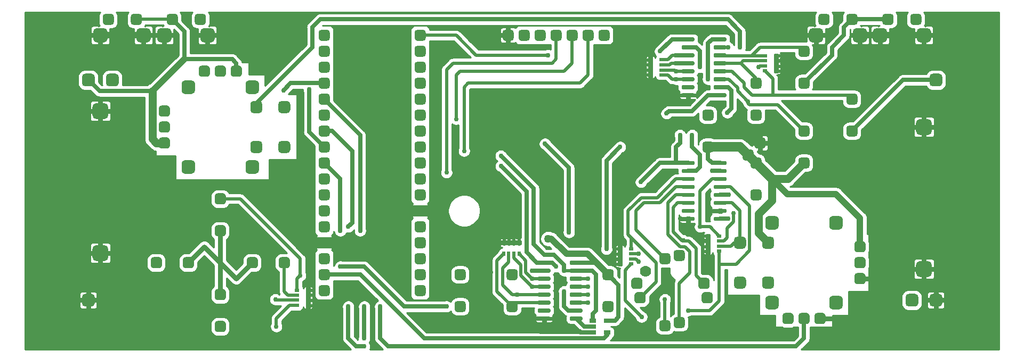
<source format=gbr>
%TF.GenerationSoftware,KiCad,Pcbnew,(5.1.9)-1*%
%TF.CreationDate,2021-08-06T18:06:19-04:00*%
%TF.ProjectId,MK2_1,4d4b325f-312e-46b6-9963-61645f706362,1*%
%TF.SameCoordinates,Original*%
%TF.FileFunction,Copper,L1,Top*%
%TF.FilePolarity,Positive*%
%FSLAX45Y45*%
G04 Gerber Fmt 4.5, Leading zero omitted, Abs format (unit mm)*
G04 Created by KiCad (PCBNEW (5.1.9)-1) date 2021-08-06 18:06:19*
%MOMM*%
%LPD*%
G01*
G04 APERTURE LIST*
%TA.AperFunction,ComponentPad*%
%ADD10C,1.778000*%
%TD*%
%TA.AperFunction,SMDPad,CuDef*%
%ADD11R,1.016000X0.635000*%
%TD*%
%TA.AperFunction,SMDPad,CuDef*%
%ADD12R,0.762000X0.508000*%
%TD*%
%TA.AperFunction,SMDPad,CuDef*%
%ADD13R,0.508000X0.762000*%
%TD*%
%TA.AperFunction,ViaPad*%
%ADD14C,0.762000*%
%TD*%
%TA.AperFunction,ViaPad*%
%ADD15C,1.270000*%
%TD*%
%TA.AperFunction,Conductor*%
%ADD16C,1.778000*%
%TD*%
%TA.AperFunction,Conductor*%
%ADD17C,0.762000*%
%TD*%
%TA.AperFunction,Conductor*%
%ADD18C,0.508000*%
%TD*%
%TA.AperFunction,Conductor*%
%ADD19C,1.270000*%
%TD*%
%TA.AperFunction,Conductor*%
%ADD20C,0.635000*%
%TD*%
%TA.AperFunction,Conductor*%
%ADD21C,1.016000*%
%TD*%
%TA.AperFunction,Conductor*%
%ADD22C,1.524000*%
%TD*%
%TA.AperFunction,Conductor*%
%ADD23C,0.254000*%
%TD*%
%TA.AperFunction,Conductor*%
%ADD24C,0.127000*%
%TD*%
G04 APERTURE END LIST*
%TO.P,G0,1*%
%TO.N,GND*%
%TA.AperFunction,ComponentPad*%
G36*
G01*
X17653000Y-4191000D02*
X17653000Y-4318000D01*
G75*
G02*
X17589500Y-4381500I-63500J0D01*
G01*
X17462500Y-4381500D01*
G75*
G02*
X17399000Y-4318000I0J63500D01*
G01*
X17399000Y-4191000D01*
G75*
G02*
X17462500Y-4127500I63500J0D01*
G01*
X17589500Y-4127500D01*
G75*
G02*
X17653000Y-4191000I0J-63500D01*
G01*
G37*
%TD.AperFunction*%
%TD*%
%TO.P,G0,1*%
%TO.N,GND*%
%TA.AperFunction,ComponentPad*%
G36*
G01*
X17653000Y-6451600D02*
X17653000Y-6578600D01*
G75*
G02*
X17589500Y-6642100I-63500J0D01*
G01*
X17462500Y-6642100D01*
G75*
G02*
X17399000Y-6578600I0J63500D01*
G01*
X17399000Y-6451600D01*
G75*
G02*
X17462500Y-6388100I63500J0D01*
G01*
X17589500Y-6388100D01*
G75*
G02*
X17653000Y-6451600I0J-63500D01*
G01*
G37*
%TD.AperFunction*%
%TD*%
%TO.P,P0,1*%
%TO.N,5V*%
%TA.AperFunction,ComponentPad*%
G36*
G01*
X17818100Y-3454400D02*
X17818100Y-3556000D01*
G75*
G02*
X17767300Y-3606800I-50800J0D01*
G01*
X17665700Y-3606800D01*
G75*
G02*
X17614900Y-3556000I0J50800D01*
G01*
X17614900Y-3454400D01*
G75*
G02*
X17665700Y-3403600I50800J0D01*
G01*
X17767300Y-3403600D01*
G75*
G02*
X17818100Y-3454400I0J-50800D01*
G01*
G37*
%TD.AperFunction*%
%TD*%
%TO.P,P0,1*%
%TO.N,A5*%
%TA.AperFunction,ComponentPad*%
G36*
G01*
X17437100Y-6959600D02*
X17437100Y-7061200D01*
G75*
G02*
X17386300Y-7112000I-50800J0D01*
G01*
X17284700Y-7112000D01*
G75*
G02*
X17233900Y-7061200I0J50800D01*
G01*
X17233900Y-6959600D01*
G75*
G02*
X17284700Y-6908800I50800J0D01*
G01*
X17386300Y-6908800D01*
G75*
G02*
X17437100Y-6959600I0J-50800D01*
G01*
G37*
%TD.AperFunction*%
%TD*%
%TO.P,P0,1*%
%TO.N,GND*%
%TA.AperFunction,ComponentPad*%
G36*
G01*
X17665700Y-6908800D02*
X17767300Y-6908800D01*
G75*
G02*
X17818100Y-6959600I0J-50800D01*
G01*
X17818100Y-7061200D01*
G75*
G02*
X17767300Y-7112000I-50800J0D01*
G01*
X17665700Y-7112000D01*
G75*
G02*
X17614900Y-7061200I0J50800D01*
G01*
X17614900Y-6959600D01*
G75*
G02*
X17665700Y-6908800I50800J0D01*
G01*
G37*
%TD.AperFunction*%
%TD*%
%TO.P,G0,1*%
%TO.N,GND*%
%TA.AperFunction,ComponentPad*%
G36*
G01*
X4318000Y-4064000D02*
X4318000Y-3937000D01*
G75*
G02*
X4381500Y-3873500I63500J0D01*
G01*
X4508500Y-3873500D01*
G75*
G02*
X4572000Y-3937000I0J-63500D01*
G01*
X4572000Y-4064000D01*
G75*
G02*
X4508500Y-4127500I-63500J0D01*
G01*
X4381500Y-4127500D01*
G75*
G02*
X4318000Y-4064000I0J63500D01*
G01*
G37*
%TD.AperFunction*%
%TD*%
%TO.P,G0,1*%
%TO.N,GND*%
%TA.AperFunction,ComponentPad*%
G36*
G01*
X4318000Y-6324600D02*
X4318000Y-6197600D01*
G75*
G02*
X4381500Y-6134100I63500J0D01*
G01*
X4508500Y-6134100D01*
G75*
G02*
X4572000Y-6197600I0J-63500D01*
G01*
X4572000Y-6324600D01*
G75*
G02*
X4508500Y-6388100I-63500J0D01*
G01*
X4381500Y-6388100D01*
G75*
G02*
X4318000Y-6324600I0J63500D01*
G01*
G37*
%TD.AperFunction*%
%TD*%
%TO.P,B0,2*%
%TO.N,5V*%
%TA.AperFunction,ComponentPad*%
G36*
G01*
X6261100Y-5949950D02*
X6261100Y-5861050D01*
G75*
G02*
X6305550Y-5816600I44450J0D01*
G01*
X6394450Y-5816600D01*
G75*
G02*
X6438900Y-5861050I0J-44450D01*
G01*
X6438900Y-5949950D01*
G75*
G02*
X6394450Y-5994400I-44450J0D01*
G01*
X6305550Y-5994400D01*
G75*
G02*
X6261100Y-5949950I0J44450D01*
G01*
G37*
%TD.AperFunction*%
%TO.P,B0,1*%
%TO.N,B3*%
%TA.AperFunction,ComponentPad*%
G36*
G01*
X6261100Y-5441950D02*
X6261100Y-5353050D01*
G75*
G02*
X6305550Y-5308600I44450J0D01*
G01*
X6394450Y-5308600D01*
G75*
G02*
X6438900Y-5353050I0J-44450D01*
G01*
X6438900Y-5441950D01*
G75*
G02*
X6394450Y-5486400I-44450J0D01*
G01*
X6305550Y-5486400D01*
G75*
G02*
X6261100Y-5441950I0J44450D01*
G01*
G37*
%TD.AperFunction*%
%TD*%
%TO.P,P0,1*%
%TO.N,5V*%
%TA.AperFunction,ComponentPad*%
G36*
G01*
X14776450Y-4787900D02*
X14687550Y-4787900D01*
G75*
G02*
X14643100Y-4743450I0J44450D01*
G01*
X14643100Y-4654550D01*
G75*
G02*
X14687550Y-4610100I44450J0D01*
G01*
X14776450Y-4610100D01*
G75*
G02*
X14820900Y-4654550I0J-44450D01*
G01*
X14820900Y-4743450D01*
G75*
G02*
X14776450Y-4787900I-44450J0D01*
G01*
G37*
%TD.AperFunction*%
%TD*%
%TO.P,P0,1*%
%TO.N,GND*%
%TA.AperFunction,ComponentPad*%
G36*
G01*
X14966950Y-4597400D02*
X14878050Y-4597400D01*
G75*
G02*
X14833600Y-4552950I0J44450D01*
G01*
X14833600Y-4464050D01*
G75*
G02*
X14878050Y-4419600I44450J0D01*
G01*
X14966950Y-4419600D01*
G75*
G02*
X15011400Y-4464050I0J-44450D01*
G01*
X15011400Y-4552950D01*
G75*
G02*
X14966950Y-4597400I-44450J0D01*
G01*
G37*
%TD.AperFunction*%
%TD*%
%TO.P,B0,1*%
%TO.N,5V*%
%TA.AperFunction,ComponentPad*%
G36*
G01*
X12420600Y-6648450D02*
X12420600Y-6559550D01*
G75*
G02*
X12465050Y-6515100I44450J0D01*
G01*
X12553950Y-6515100D01*
G75*
G02*
X12598400Y-6559550I0J-44450D01*
G01*
X12598400Y-6648450D01*
G75*
G02*
X12553950Y-6692900I-44450J0D01*
G01*
X12465050Y-6692900D01*
G75*
G02*
X12420600Y-6648450I0J44450D01*
G01*
G37*
%TD.AperFunction*%
%TO.P,B0,2*%
%TO.N,B18*%
%TA.AperFunction,ComponentPad*%
G36*
G01*
X12420600Y-7156450D02*
X12420600Y-7067550D01*
G75*
G02*
X12465050Y-7023100I44450J0D01*
G01*
X12553950Y-7023100D01*
G75*
G02*
X12598400Y-7067550I0J-44450D01*
G01*
X12598400Y-7156450D01*
G75*
G02*
X12553950Y-7200900I-44450J0D01*
G01*
X12465050Y-7200900D01*
G75*
G02*
X12420600Y-7156450I0J44450D01*
G01*
G37*
%TD.AperFunction*%
%TD*%
%TO.P,B0,1*%
%TO.N,B11*%
%TA.AperFunction,ComponentPad*%
G36*
G01*
X15532100Y-3092450D02*
X15532100Y-3003550D01*
G75*
G02*
X15576550Y-2959100I44450J0D01*
G01*
X15665450Y-2959100D01*
G75*
G02*
X15709900Y-3003550I0J-44450D01*
G01*
X15709900Y-3092450D01*
G75*
G02*
X15665450Y-3136900I-44450J0D01*
G01*
X15576550Y-3136900D01*
G75*
G02*
X15532100Y-3092450I0J44450D01*
G01*
G37*
%TD.AperFunction*%
%TO.P,B0,2*%
%TO.N,5V*%
%TA.AperFunction,ComponentPad*%
G36*
G01*
X15532100Y-3600450D02*
X15532100Y-3511550D01*
G75*
G02*
X15576550Y-3467100I44450J0D01*
G01*
X15665450Y-3467100D01*
G75*
G02*
X15709900Y-3511550I0J-44450D01*
G01*
X15709900Y-3600450D01*
G75*
G02*
X15665450Y-3644900I-44450J0D01*
G01*
X15576550Y-3644900D01*
G75*
G02*
X15532100Y-3600450I0J44450D01*
G01*
G37*
%TD.AperFunction*%
%TD*%
%TO.P,B0,1*%
%TO.N,B9*%
%TA.AperFunction,ComponentPad*%
G36*
G01*
X16294100Y-3854450D02*
X16294100Y-3765550D01*
G75*
G02*
X16338550Y-3721100I44450J0D01*
G01*
X16427450Y-3721100D01*
G75*
G02*
X16471900Y-3765550I0J-44450D01*
G01*
X16471900Y-3854450D01*
G75*
G02*
X16427450Y-3898900I-44450J0D01*
G01*
X16338550Y-3898900D01*
G75*
G02*
X16294100Y-3854450I0J44450D01*
G01*
G37*
%TD.AperFunction*%
%TO.P,B0,2*%
%TO.N,5V*%
%TA.AperFunction,ComponentPad*%
G36*
G01*
X16294100Y-4362450D02*
X16294100Y-4273550D01*
G75*
G02*
X16338550Y-4229100I44450J0D01*
G01*
X16427450Y-4229100D01*
G75*
G02*
X16471900Y-4273550I0J-44450D01*
G01*
X16471900Y-4362450D01*
G75*
G02*
X16427450Y-4406900I-44450J0D01*
G01*
X16338550Y-4406900D01*
G75*
G02*
X16294100Y-4362450I0J44450D01*
G01*
G37*
%TD.AperFunction*%
%TD*%
%TO.P,B0,1*%
%TO.N,B8*%
%TA.AperFunction,ComponentPad*%
G36*
G01*
X15532100Y-4362450D02*
X15532100Y-4273550D01*
G75*
G02*
X15576550Y-4229100I44450J0D01*
G01*
X15665450Y-4229100D01*
G75*
G02*
X15709900Y-4273550I0J-44450D01*
G01*
X15709900Y-4362450D01*
G75*
G02*
X15665450Y-4406900I-44450J0D01*
G01*
X15576550Y-4406900D01*
G75*
G02*
X15532100Y-4362450I0J44450D01*
G01*
G37*
%TD.AperFunction*%
%TO.P,B0,2*%
%TO.N,5V*%
%TA.AperFunction,ComponentPad*%
G36*
G01*
X15532100Y-4870450D02*
X15532100Y-4781550D01*
G75*
G02*
X15576550Y-4737100I44450J0D01*
G01*
X15665450Y-4737100D01*
G75*
G02*
X15709900Y-4781550I0J-44450D01*
G01*
X15709900Y-4870450D01*
G75*
G02*
X15665450Y-4914900I-44450J0D01*
G01*
X15576550Y-4914900D01*
G75*
G02*
X15532100Y-4870450I0J44450D01*
G01*
G37*
%TD.AperFunction*%
%TD*%
%TO.P,B0,1*%
%TO.N,5V*%
%TA.AperFunction,ComponentPad*%
G36*
G01*
X14770100Y-4870450D02*
X14770100Y-4781550D01*
G75*
G02*
X14814550Y-4737100I44450J0D01*
G01*
X14903450Y-4737100D01*
G75*
G02*
X14947900Y-4781550I0J-44450D01*
G01*
X14947900Y-4870450D01*
G75*
G02*
X14903450Y-4914900I-44450J0D01*
G01*
X14814550Y-4914900D01*
G75*
G02*
X14770100Y-4870450I0J44450D01*
G01*
G37*
%TD.AperFunction*%
%TO.P,B0,2*%
%TO.N,B6*%
%TA.AperFunction,ComponentPad*%
G36*
G01*
X14770100Y-5378450D02*
X14770100Y-5289550D01*
G75*
G02*
X14814550Y-5245100I44450J0D01*
G01*
X14903450Y-5245100D01*
G75*
G02*
X14947900Y-5289550I0J-44450D01*
G01*
X14947900Y-5378450D01*
G75*
G02*
X14903450Y-5422900I-44450J0D01*
G01*
X14814550Y-5422900D01*
G75*
G02*
X14770100Y-5378450I0J44450D01*
G01*
G37*
%TD.AperFunction*%
%TD*%
%TO.P,B0,1*%
%TO.N,B10*%
%TA.AperFunction,ComponentPad*%
G36*
G01*
X14770100Y-3600450D02*
X14770100Y-3511550D01*
G75*
G02*
X14814550Y-3467100I44450J0D01*
G01*
X14903450Y-3467100D01*
G75*
G02*
X14947900Y-3511550I0J-44450D01*
G01*
X14947900Y-3600450D01*
G75*
G02*
X14903450Y-3644900I-44450J0D01*
G01*
X14814550Y-3644900D01*
G75*
G02*
X14770100Y-3600450I0J44450D01*
G01*
G37*
%TD.AperFunction*%
%TO.P,B0,2*%
%TO.N,5V*%
%TA.AperFunction,ComponentPad*%
G36*
G01*
X14770100Y-4108450D02*
X14770100Y-4019550D01*
G75*
G02*
X14814550Y-3975100I44450J0D01*
G01*
X14903450Y-3975100D01*
G75*
G02*
X14947900Y-4019550I0J-44450D01*
G01*
X14947900Y-4108450D01*
G75*
G02*
X14903450Y-4152900I-44450J0D01*
G01*
X14814550Y-4152900D01*
G75*
G02*
X14770100Y-4108450I0J44450D01*
G01*
G37*
%TD.AperFunction*%
%TD*%
%TO.P,B0,1*%
%TO.N,B7*%
%TA.AperFunction,ComponentPad*%
G36*
G01*
X14008100Y-4108450D02*
X14008100Y-4019550D01*
G75*
G02*
X14052550Y-3975100I44450J0D01*
G01*
X14141450Y-3975100D01*
G75*
G02*
X14185900Y-4019550I0J-44450D01*
G01*
X14185900Y-4108450D01*
G75*
G02*
X14141450Y-4152900I-44450J0D01*
G01*
X14052550Y-4152900D01*
G75*
G02*
X14008100Y-4108450I0J44450D01*
G01*
G37*
%TD.AperFunction*%
%TO.P,B0,2*%
%TO.N,5V*%
%TA.AperFunction,ComponentPad*%
G36*
G01*
X14008100Y-4616450D02*
X14008100Y-4527550D01*
G75*
G02*
X14052550Y-4483100I44450J0D01*
G01*
X14141450Y-4483100D01*
G75*
G02*
X14185900Y-4527550I0J-44450D01*
G01*
X14185900Y-4616450D01*
G75*
G02*
X14141450Y-4660900I-44450J0D01*
G01*
X14052550Y-4660900D01*
G75*
G02*
X14008100Y-4616450I0J44450D01*
G01*
G37*
%TD.AperFunction*%
%TD*%
%TO.P,B0,1*%
%TO.N,5V*%
%TA.AperFunction,ComponentPad*%
G36*
G01*
X10896600Y-6648450D02*
X10896600Y-6559550D01*
G75*
G02*
X10941050Y-6515100I44450J0D01*
G01*
X11029950Y-6515100D01*
G75*
G02*
X11074400Y-6559550I0J-44450D01*
G01*
X11074400Y-6648450D01*
G75*
G02*
X11029950Y-6692900I-44450J0D01*
G01*
X10941050Y-6692900D01*
G75*
G02*
X10896600Y-6648450I0J44450D01*
G01*
G37*
%TD.AperFunction*%
%TO.P,B0,2*%
%TO.N,B4*%
%TA.AperFunction,ComponentPad*%
G36*
G01*
X10896600Y-7156450D02*
X10896600Y-7067550D01*
G75*
G02*
X10941050Y-7023100I44450J0D01*
G01*
X11029950Y-7023100D01*
G75*
G02*
X11074400Y-7067550I0J-44450D01*
G01*
X11074400Y-7156450D01*
G75*
G02*
X11029950Y-7200900I-44450J0D01*
G01*
X10941050Y-7200900D01*
G75*
G02*
X10896600Y-7156450I0J44450D01*
G01*
G37*
%TD.AperFunction*%
%TD*%
%TO.P,B0,1*%
%TO.N,5V*%
%TA.AperFunction,ComponentPad*%
G36*
G01*
X10071100Y-6648450D02*
X10071100Y-6559550D01*
G75*
G02*
X10115550Y-6515100I44450J0D01*
G01*
X10204450Y-6515100D01*
G75*
G02*
X10248900Y-6559550I0J-44450D01*
G01*
X10248900Y-6648450D01*
G75*
G02*
X10204450Y-6692900I-44450J0D01*
G01*
X10115550Y-6692900D01*
G75*
G02*
X10071100Y-6648450I0J44450D01*
G01*
G37*
%TD.AperFunction*%
%TO.P,B0,2*%
%TO.N,B5*%
%TA.AperFunction,ComponentPad*%
G36*
G01*
X10071100Y-7156450D02*
X10071100Y-7067550D01*
G75*
G02*
X10115550Y-7023100I44450J0D01*
G01*
X10204450Y-7023100D01*
G75*
G02*
X10248900Y-7067550I0J-44450D01*
G01*
X10248900Y-7156450D01*
G75*
G02*
X10204450Y-7200900I-44450J0D01*
G01*
X10115550Y-7200900D01*
G75*
G02*
X10071100Y-7156450I0J44450D01*
G01*
G37*
%TD.AperFunction*%
%TD*%
%TO.P,B0,1*%
%TO.N,B0*%
%TA.AperFunction,ComponentPad*%
G36*
G01*
X6438900Y-7385050D02*
X6438900Y-7473950D01*
G75*
G02*
X6394450Y-7518400I-44450J0D01*
G01*
X6305550Y-7518400D01*
G75*
G02*
X6261100Y-7473950I0J44450D01*
G01*
X6261100Y-7385050D01*
G75*
G02*
X6305550Y-7340600I44450J0D01*
G01*
X6394450Y-7340600D01*
G75*
G02*
X6438900Y-7385050I0J-44450D01*
G01*
G37*
%TD.AperFunction*%
%TO.P,B0,2*%
%TO.N,5V*%
%TA.AperFunction,ComponentPad*%
G36*
G01*
X6438900Y-6877050D02*
X6438900Y-6965950D01*
G75*
G02*
X6394450Y-7010400I-44450J0D01*
G01*
X6305550Y-7010400D01*
G75*
G02*
X6261100Y-6965950I0J44450D01*
G01*
X6261100Y-6877050D01*
G75*
G02*
X6305550Y-6832600I44450J0D01*
G01*
X6394450Y-6832600D01*
G75*
G02*
X6438900Y-6877050I0J-44450D01*
G01*
G37*
%TD.AperFunction*%
%TD*%
%TO.P,B0,1*%
%TO.N,B2*%
%TA.AperFunction,ComponentPad*%
G36*
G01*
X7321550Y-6324600D02*
X7410450Y-6324600D01*
G75*
G02*
X7454900Y-6369050I0J-44450D01*
G01*
X7454900Y-6457950D01*
G75*
G02*
X7410450Y-6502400I-44450J0D01*
G01*
X7321550Y-6502400D01*
G75*
G02*
X7277100Y-6457950I0J44450D01*
G01*
X7277100Y-6369050D01*
G75*
G02*
X7321550Y-6324600I44450J0D01*
G01*
G37*
%TD.AperFunction*%
%TO.P,B0,2*%
%TO.N,5V*%
%TA.AperFunction,ComponentPad*%
G36*
G01*
X6813550Y-6324600D02*
X6902450Y-6324600D01*
G75*
G02*
X6946900Y-6369050I0J-44450D01*
G01*
X6946900Y-6457950D01*
G75*
G02*
X6902450Y-6502400I-44450J0D01*
G01*
X6813550Y-6502400D01*
G75*
G02*
X6769100Y-6457950I0J44450D01*
G01*
X6769100Y-6369050D01*
G75*
G02*
X6813550Y-6324600I44450J0D01*
G01*
G37*
%TD.AperFunction*%
%TD*%
%TO.P,B0,1*%
%TO.N,B1*%
%TA.AperFunction,ComponentPad*%
G36*
G01*
X5378450Y-6502400D02*
X5289550Y-6502400D01*
G75*
G02*
X5245100Y-6457950I0J44450D01*
G01*
X5245100Y-6369050D01*
G75*
G02*
X5289550Y-6324600I44450J0D01*
G01*
X5378450Y-6324600D01*
G75*
G02*
X5422900Y-6369050I0J-44450D01*
G01*
X5422900Y-6457950D01*
G75*
G02*
X5378450Y-6502400I-44450J0D01*
G01*
G37*
%TD.AperFunction*%
%TO.P,B0,2*%
%TO.N,5V*%
%TA.AperFunction,ComponentPad*%
G36*
G01*
X5886450Y-6502400D02*
X5797550Y-6502400D01*
G75*
G02*
X5753100Y-6457950I0J44450D01*
G01*
X5753100Y-6369050D01*
G75*
G02*
X5797550Y-6324600I44450J0D01*
G01*
X5886450Y-6324600D01*
G75*
G02*
X5930900Y-6369050I0J-44450D01*
G01*
X5930900Y-6457950D01*
G75*
G02*
X5886450Y-6502400I-44450J0D01*
G01*
G37*
%TD.AperFunction*%
%TD*%
%TO.P,P0,1*%
%TO.N,5V*%
%TA.AperFunction,ComponentPad*%
G36*
G01*
X13455650Y-7505700D02*
X13366750Y-7505700D01*
G75*
G02*
X13322300Y-7461250I0J44450D01*
G01*
X13322300Y-7372350D01*
G75*
G02*
X13366750Y-7327900I44450J0D01*
G01*
X13455650Y-7327900D01*
G75*
G02*
X13500100Y-7372350I0J-44450D01*
G01*
X13500100Y-7461250D01*
G75*
G02*
X13455650Y-7505700I-44450J0D01*
G01*
G37*
%TD.AperFunction*%
%TD*%
%TO.P,P0,1*%
%TO.N,B21*%
%TA.AperFunction,ComponentPad*%
G36*
G01*
X13684250Y-7454900D02*
X13595350Y-7454900D01*
G75*
G02*
X13550900Y-7410450I0J44450D01*
G01*
X13550900Y-7321550D01*
G75*
G02*
X13595350Y-7277100I44450J0D01*
G01*
X13684250Y-7277100D01*
G75*
G02*
X13728700Y-7321550I0J-44450D01*
G01*
X13728700Y-7410450D01*
G75*
G02*
X13684250Y-7454900I-44450J0D01*
G01*
G37*
%TD.AperFunction*%
%TD*%
%TO.P,P0,1*%
%TO.N,5V*%
%TA.AperFunction,ComponentPad*%
G36*
G01*
X14128750Y-7061200D02*
X14039850Y-7061200D01*
G75*
G02*
X13995400Y-7016750I0J44450D01*
G01*
X13995400Y-6927850D01*
G75*
G02*
X14039850Y-6883400I44450J0D01*
G01*
X14128750Y-6883400D01*
G75*
G02*
X14173200Y-6927850I0J-44450D01*
G01*
X14173200Y-7016750D01*
G75*
G02*
X14128750Y-7061200I-44450J0D01*
G01*
G37*
%TD.AperFunction*%
%TD*%
%TO.P,P0,1*%
%TO.N,B20*%
%TA.AperFunction,ComponentPad*%
G36*
G01*
X14077950Y-6832600D02*
X13989050Y-6832600D01*
G75*
G02*
X13944600Y-6788150I0J44450D01*
G01*
X13944600Y-6699250D01*
G75*
G02*
X13989050Y-6654800I44450J0D01*
G01*
X14077950Y-6654800D01*
G75*
G02*
X14122400Y-6699250I0J-44450D01*
G01*
X14122400Y-6788150D01*
G75*
G02*
X14077950Y-6832600I-44450J0D01*
G01*
G37*
%TD.AperFunction*%
%TD*%
%TO.P,P0,1*%
%TO.N,B19*%
%TA.AperFunction,ComponentPad*%
G36*
G01*
X13684250Y-6388100D02*
X13595350Y-6388100D01*
G75*
G02*
X13550900Y-6343650I0J44450D01*
G01*
X13550900Y-6254750D01*
G75*
G02*
X13595350Y-6210300I44450J0D01*
G01*
X13684250Y-6210300D01*
G75*
G02*
X13728700Y-6254750I0J-44450D01*
G01*
X13728700Y-6343650D01*
G75*
G02*
X13684250Y-6388100I-44450J0D01*
G01*
G37*
%TD.AperFunction*%
%TD*%
%TO.P,P0,1*%
%TO.N,B22*%
%TA.AperFunction,ComponentPad*%
G36*
G01*
X13455650Y-6438900D02*
X13366750Y-6438900D01*
G75*
G02*
X13322300Y-6394450I0J44450D01*
G01*
X13322300Y-6305550D01*
G75*
G02*
X13366750Y-6261100I44450J0D01*
G01*
X13455650Y-6261100D01*
G75*
G02*
X13500100Y-6305550I0J-44450D01*
G01*
X13500100Y-6394450D01*
G75*
G02*
X13455650Y-6438900I-44450J0D01*
G01*
G37*
%TD.AperFunction*%
%TD*%
D10*
%TO.P,P0,1*%
%TO.N,GND*%
X13106400Y-6553200D03*
%TD*%
%TO.P,P0,1*%
%TO.N,5V*%
%TA.AperFunction,ComponentPad*%
G36*
G01*
X13011150Y-6832600D02*
X12922250Y-6832600D01*
G75*
G02*
X12877800Y-6788150I0J44450D01*
G01*
X12877800Y-6699250D01*
G75*
G02*
X12922250Y-6654800I44450J0D01*
G01*
X13011150Y-6654800D01*
G75*
G02*
X13055600Y-6699250I0J-44450D01*
G01*
X13055600Y-6788150D01*
G75*
G02*
X13011150Y-6832600I-44450J0D01*
G01*
G37*
%TD.AperFunction*%
%TD*%
%TO.P,P0,1*%
%TO.N,B23*%
%TA.AperFunction,ComponentPad*%
G36*
G01*
X13061950Y-7061200D02*
X12973050Y-7061200D01*
G75*
G02*
X12928600Y-7016750I0J44450D01*
G01*
X12928600Y-6927850D01*
G75*
G02*
X12973050Y-6883400I44450J0D01*
G01*
X13061950Y-6883400D01*
G75*
G02*
X13106400Y-6927850I0J-44450D01*
G01*
X13106400Y-7016750D01*
G75*
G02*
X13061950Y-7061200I-44450J0D01*
G01*
G37*
%TD.AperFunction*%
%TD*%
%TO.P,P0,1*%
%TO.N,B16*%
%TA.AperFunction,ComponentPad*%
G36*
G01*
X14509750Y-6143625D02*
X14509750Y-6048375D01*
G75*
G02*
X14557375Y-6000750I47625J0D01*
G01*
X14652625Y-6000750D01*
G75*
G02*
X14700250Y-6048375I0J-47625D01*
G01*
X14700250Y-6143625D01*
G75*
G02*
X14652625Y-6191250I-47625J0D01*
G01*
X14557375Y-6191250D01*
G75*
G02*
X14509750Y-6143625I0J47625D01*
G01*
G37*
%TD.AperFunction*%
%TD*%
%TO.P,P0,1*%
%TO.N,B16*%
%TA.AperFunction,ComponentPad*%
G36*
G01*
X14509750Y-6778625D02*
X14509750Y-6683375D01*
G75*
G02*
X14557375Y-6635750I47625J0D01*
G01*
X14652625Y-6635750D01*
G75*
G02*
X14700250Y-6683375I0J-47625D01*
G01*
X14700250Y-6778625D01*
G75*
G02*
X14652625Y-6826250I-47625J0D01*
G01*
X14557375Y-6826250D01*
G75*
G02*
X14509750Y-6778625I0J47625D01*
G01*
G37*
%TD.AperFunction*%
%TD*%
%TO.P,P0,1*%
%TO.N,5V*%
%TA.AperFunction,ComponentPad*%
G36*
G01*
X14954250Y-6778625D02*
X14954250Y-6683375D01*
G75*
G02*
X15001875Y-6635750I47625J0D01*
G01*
X15097125Y-6635750D01*
G75*
G02*
X15144750Y-6683375I0J-47625D01*
G01*
X15144750Y-6778625D01*
G75*
G02*
X15097125Y-6826250I-47625J0D01*
G01*
X15001875Y-6826250D01*
G75*
G02*
X14954250Y-6778625I0J47625D01*
G01*
G37*
%TD.AperFunction*%
%TD*%
%TO.P,P0,1*%
%TO.N,5V*%
%TA.AperFunction,ComponentPad*%
G36*
G01*
X14954250Y-6143625D02*
X14954250Y-6048375D01*
G75*
G02*
X15001875Y-6000750I47625J0D01*
G01*
X15097125Y-6000750D01*
G75*
G02*
X15144750Y-6048375I0J-47625D01*
G01*
X15144750Y-6143625D01*
G75*
G02*
X15097125Y-6191250I-47625J0D01*
G01*
X15001875Y-6191250D01*
G75*
G02*
X14954250Y-6143625I0J47625D01*
G01*
G37*
%TD.AperFunction*%
%TD*%
%TO.P,P0,1*%
%TO.N,B17*%
%TA.AperFunction,ComponentPad*%
G36*
G01*
X6826250Y-3984625D02*
X6826250Y-3889375D01*
G75*
G02*
X6873875Y-3841750I47625J0D01*
G01*
X6969125Y-3841750D01*
G75*
G02*
X7016750Y-3889375I0J-47625D01*
G01*
X7016750Y-3984625D01*
G75*
G02*
X6969125Y-4032250I-47625J0D01*
G01*
X6873875Y-4032250D01*
G75*
G02*
X6826250Y-3984625I0J47625D01*
G01*
G37*
%TD.AperFunction*%
%TD*%
%TO.P,P0,1*%
%TO.N,B17*%
%TA.AperFunction,ComponentPad*%
G36*
G01*
X6826250Y-4619625D02*
X6826250Y-4524375D01*
G75*
G02*
X6873875Y-4476750I47625J0D01*
G01*
X6969125Y-4476750D01*
G75*
G02*
X7016750Y-4524375I0J-47625D01*
G01*
X7016750Y-4619625D01*
G75*
G02*
X6969125Y-4667250I-47625J0D01*
G01*
X6873875Y-4667250D01*
G75*
G02*
X6826250Y-4619625I0J47625D01*
G01*
G37*
%TD.AperFunction*%
%TD*%
%TO.P,P0,1*%
%TO.N,5V*%
%TA.AperFunction,ComponentPad*%
G36*
G01*
X7270750Y-4619625D02*
X7270750Y-4524375D01*
G75*
G02*
X7318375Y-4476750I47625J0D01*
G01*
X7413625Y-4476750D01*
G75*
G02*
X7461250Y-4524375I0J-47625D01*
G01*
X7461250Y-4619625D01*
G75*
G02*
X7413625Y-4667250I-47625J0D01*
G01*
X7318375Y-4667250D01*
G75*
G02*
X7270750Y-4619625I0J47625D01*
G01*
G37*
%TD.AperFunction*%
%TD*%
%TO.P,P0,1*%
%TO.N,5V*%
%TA.AperFunction,ComponentPad*%
G36*
G01*
X7270750Y-3984625D02*
X7270750Y-3889375D01*
G75*
G02*
X7318375Y-3841750I47625J0D01*
G01*
X7413625Y-3841750D01*
G75*
G02*
X7461250Y-3889375I0J-47625D01*
G01*
X7461250Y-3984625D01*
G75*
G02*
X7413625Y-4032250I-47625J0D01*
G01*
X7318375Y-4032250D01*
G75*
G02*
X7270750Y-3984625I0J47625D01*
G01*
G37*
%TD.AperFunction*%
%TD*%
%TO.P,P0,1*%
%TO.N,D12*%
%TA.AperFunction,ComponentPad*%
G36*
G01*
X12490450Y-2882900D02*
X12401550Y-2882900D01*
G75*
G02*
X12357100Y-2838450I0J44450D01*
G01*
X12357100Y-2749550D01*
G75*
G02*
X12401550Y-2705100I44450J0D01*
G01*
X12490450Y-2705100D01*
G75*
G02*
X12534900Y-2749550I0J-44450D01*
G01*
X12534900Y-2838450D01*
G75*
G02*
X12490450Y-2882900I-44450J0D01*
G01*
G37*
%TD.AperFunction*%
%TD*%
%TO.P,P0,1*%
%TO.N,D4*%
%TA.AperFunction,ComponentPad*%
G36*
G01*
X12236450Y-2882900D02*
X12147550Y-2882900D01*
G75*
G02*
X12103100Y-2838450I0J44450D01*
G01*
X12103100Y-2749550D01*
G75*
G02*
X12147550Y-2705100I44450J0D01*
G01*
X12236450Y-2705100D01*
G75*
G02*
X12280900Y-2749550I0J-44450D01*
G01*
X12280900Y-2838450D01*
G75*
G02*
X12236450Y-2882900I-44450J0D01*
G01*
G37*
%TD.AperFunction*%
%TD*%
%TO.P,P0,1*%
%TO.N,D6*%
%TA.AperFunction,ComponentPad*%
G36*
G01*
X11982450Y-2882900D02*
X11893550Y-2882900D01*
G75*
G02*
X11849100Y-2838450I0J44450D01*
G01*
X11849100Y-2749550D01*
G75*
G02*
X11893550Y-2705100I44450J0D01*
G01*
X11982450Y-2705100D01*
G75*
G02*
X12026900Y-2749550I0J-44450D01*
G01*
X12026900Y-2838450D01*
G75*
G02*
X11982450Y-2882900I-44450J0D01*
G01*
G37*
%TD.AperFunction*%
%TD*%
%TO.P,P0,1*%
%TO.N,COPI*%
%TA.AperFunction,ComponentPad*%
G36*
G01*
X11728450Y-2882900D02*
X11639550Y-2882900D01*
G75*
G02*
X11595100Y-2838450I0J44450D01*
G01*
X11595100Y-2749550D01*
G75*
G02*
X11639550Y-2705100I44450J0D01*
G01*
X11728450Y-2705100D01*
G75*
G02*
X11772900Y-2749550I0J-44450D01*
G01*
X11772900Y-2838450D01*
G75*
G02*
X11728450Y-2882900I-44450J0D01*
G01*
G37*
%TD.AperFunction*%
%TD*%
%TO.P,P0,1*%
%TO.N,SCK*%
%TA.AperFunction,ComponentPad*%
G36*
G01*
X11474450Y-2882900D02*
X11385550Y-2882900D01*
G75*
G02*
X11341100Y-2838450I0J44450D01*
G01*
X11341100Y-2749550D01*
G75*
G02*
X11385550Y-2705100I44450J0D01*
G01*
X11474450Y-2705100D01*
G75*
G02*
X11518900Y-2749550I0J-44450D01*
G01*
X11518900Y-2838450D01*
G75*
G02*
X11474450Y-2882900I-44450J0D01*
G01*
G37*
%TD.AperFunction*%
%TD*%
%TO.P,P0,1*%
%TO.N,5V*%
%TA.AperFunction,ComponentPad*%
G36*
G01*
X11220450Y-2882900D02*
X11131550Y-2882900D01*
G75*
G02*
X11087100Y-2838450I0J44450D01*
G01*
X11087100Y-2749550D01*
G75*
G02*
X11131550Y-2705100I44450J0D01*
G01*
X11220450Y-2705100D01*
G75*
G02*
X11264900Y-2749550I0J-44450D01*
G01*
X11264900Y-2838450D01*
G75*
G02*
X11220450Y-2882900I-44450J0D01*
G01*
G37*
%TD.AperFunction*%
%TD*%
%TO.P,P0,1*%
%TO.N,GND*%
%TA.AperFunction,ComponentPad*%
G36*
G01*
X10966450Y-2882900D02*
X10877550Y-2882900D01*
G75*
G02*
X10833100Y-2838450I0J44450D01*
G01*
X10833100Y-2749550D01*
G75*
G02*
X10877550Y-2705100I44450J0D01*
G01*
X10966450Y-2705100D01*
G75*
G02*
X11010900Y-2749550I0J-44450D01*
G01*
X11010900Y-2838450D01*
G75*
G02*
X10966450Y-2882900I-44450J0D01*
G01*
G37*
%TD.AperFunction*%
%TD*%
%TO.P,P0,1*%
%TO.N,B14*%
%TA.AperFunction,ComponentPad*%
G36*
G01*
X4616450Y-2628900D02*
X4527550Y-2628900D01*
G75*
G02*
X4483100Y-2584450I0J44450D01*
G01*
X4483100Y-2495550D01*
G75*
G02*
X4527550Y-2451100I44450J0D01*
G01*
X4616450Y-2451100D01*
G75*
G02*
X4660900Y-2495550I0J-44450D01*
G01*
X4660900Y-2584450D01*
G75*
G02*
X4616450Y-2628900I-44450J0D01*
G01*
G37*
%TD.AperFunction*%
%TD*%
%TO.P,P0,1*%
%TO.N,5V*%
%TA.AperFunction,ComponentPad*%
G36*
G01*
X5060950Y-2628900D02*
X4972050Y-2628900D01*
G75*
G02*
X4927600Y-2584450I0J44450D01*
G01*
X4927600Y-2495550D01*
G75*
G02*
X4972050Y-2451100I44450J0D01*
G01*
X5060950Y-2451100D01*
G75*
G02*
X5105400Y-2495550I0J-44450D01*
G01*
X5105400Y-2584450D01*
G75*
G02*
X5060950Y-2628900I-44450J0D01*
G01*
G37*
%TD.AperFunction*%
%TD*%
%TO.P,P0,1*%
%TO.N,5V*%
%TA.AperFunction,ComponentPad*%
G36*
G01*
X5632450Y-2628900D02*
X5543550Y-2628900D01*
G75*
G02*
X5499100Y-2584450I0J44450D01*
G01*
X5499100Y-2495550D01*
G75*
G02*
X5543550Y-2451100I44450J0D01*
G01*
X5632450Y-2451100D01*
G75*
G02*
X5676900Y-2495550I0J-44450D01*
G01*
X5676900Y-2584450D01*
G75*
G02*
X5632450Y-2628900I-44450J0D01*
G01*
G37*
%TD.AperFunction*%
%TD*%
%TO.P,P0,1*%
%TO.N,B15*%
%TA.AperFunction,ComponentPad*%
G36*
G01*
X6076950Y-2628900D02*
X5988050Y-2628900D01*
G75*
G02*
X5943600Y-2584450I0J44450D01*
G01*
X5943600Y-2495550D01*
G75*
G02*
X5988050Y-2451100I44450J0D01*
G01*
X6076950Y-2451100D01*
G75*
G02*
X6121400Y-2495550I0J-44450D01*
G01*
X6121400Y-2584450D01*
G75*
G02*
X6076950Y-2628900I-44450J0D01*
G01*
G37*
%TD.AperFunction*%
%TD*%
%TO.P,P0,1*%
%TO.N,B12*%
%TA.AperFunction,ComponentPad*%
G36*
G01*
X17443450Y-2628900D02*
X17354550Y-2628900D01*
G75*
G02*
X17310100Y-2584450I0J44450D01*
G01*
X17310100Y-2495550D01*
G75*
G02*
X17354550Y-2451100I44450J0D01*
G01*
X17443450Y-2451100D01*
G75*
G02*
X17487900Y-2495550I0J-44450D01*
G01*
X17487900Y-2584450D01*
G75*
G02*
X17443450Y-2628900I-44450J0D01*
G01*
G37*
%TD.AperFunction*%
%TD*%
%TO.P,P0,1*%
%TO.N,5V*%
%TA.AperFunction,ComponentPad*%
G36*
G01*
X16998950Y-2628900D02*
X16910050Y-2628900D01*
G75*
G02*
X16865600Y-2584450I0J44450D01*
G01*
X16865600Y-2495550D01*
G75*
G02*
X16910050Y-2451100I44450J0D01*
G01*
X16998950Y-2451100D01*
G75*
G02*
X17043400Y-2495550I0J-44450D01*
G01*
X17043400Y-2584450D01*
G75*
G02*
X16998950Y-2628900I-44450J0D01*
G01*
G37*
%TD.AperFunction*%
%TD*%
%TO.P,P0,1*%
%TO.N,5V*%
%TA.AperFunction,ComponentPad*%
G36*
G01*
X16427450Y-2628900D02*
X16338550Y-2628900D01*
G75*
G02*
X16294100Y-2584450I0J44450D01*
G01*
X16294100Y-2495550D01*
G75*
G02*
X16338550Y-2451100I44450J0D01*
G01*
X16427450Y-2451100D01*
G75*
G02*
X16471900Y-2495550I0J-44450D01*
G01*
X16471900Y-2584450D01*
G75*
G02*
X16427450Y-2628900I-44450J0D01*
G01*
G37*
%TD.AperFunction*%
%TD*%
%TO.P,P0,1*%
%TO.N,B13*%
%TA.AperFunction,ComponentPad*%
G36*
G01*
X15982950Y-2628900D02*
X15894050Y-2628900D01*
G75*
G02*
X15849600Y-2584450I0J44450D01*
G01*
X15849600Y-2495550D01*
G75*
G02*
X15894050Y-2451100I44450J0D01*
G01*
X15982950Y-2451100D01*
G75*
G02*
X16027400Y-2495550I0J-44450D01*
G01*
X16027400Y-2584450D01*
G75*
G02*
X15982950Y-2628900I-44450J0D01*
G01*
G37*
%TD.AperFunction*%
%TD*%
%TO.P,P0,1*%
%TO.N,5V*%
%TA.AperFunction,ComponentPad*%
G36*
G01*
X15411450Y-7391400D02*
X15322550Y-7391400D01*
G75*
G02*
X15278100Y-7346950I0J44450D01*
G01*
X15278100Y-7258050D01*
G75*
G02*
X15322550Y-7213600I44450J0D01*
G01*
X15411450Y-7213600D01*
G75*
G02*
X15455900Y-7258050I0J-44450D01*
G01*
X15455900Y-7346950D01*
G75*
G02*
X15411450Y-7391400I-44450J0D01*
G01*
G37*
%TD.AperFunction*%
%TD*%
%TO.P,P0,1*%
%TO.N,A1*%
%TA.AperFunction,ComponentPad*%
G36*
G01*
X15665450Y-7391400D02*
X15576550Y-7391400D01*
G75*
G02*
X15532100Y-7346950I0J44450D01*
G01*
X15532100Y-7258050D01*
G75*
G02*
X15576550Y-7213600I44450J0D01*
G01*
X15665450Y-7213600D01*
G75*
G02*
X15709900Y-7258050I0J-44450D01*
G01*
X15709900Y-7346950D01*
G75*
G02*
X15665450Y-7391400I-44450J0D01*
G01*
G37*
%TD.AperFunction*%
%TD*%
%TO.P,P0,1*%
%TO.N,GND*%
%TA.AperFunction,ComponentPad*%
G36*
G01*
X15919450Y-7391400D02*
X15830550Y-7391400D01*
G75*
G02*
X15786100Y-7346950I0J44450D01*
G01*
X15786100Y-7258050D01*
G75*
G02*
X15830550Y-7213600I44450J0D01*
G01*
X15919450Y-7213600D01*
G75*
G02*
X15963900Y-7258050I0J-44450D01*
G01*
X15963900Y-7346950D01*
G75*
G02*
X15919450Y-7391400I-44450J0D01*
G01*
G37*
%TD.AperFunction*%
%TD*%
%TO.P,P0,1*%
%TO.N,GND*%
%TA.AperFunction,ComponentPad*%
G36*
G01*
X16554450Y-6756400D02*
X16465550Y-6756400D01*
G75*
G02*
X16421100Y-6711950I0J44450D01*
G01*
X16421100Y-6623050D01*
G75*
G02*
X16465550Y-6578600I44450J0D01*
G01*
X16554450Y-6578600D01*
G75*
G02*
X16598900Y-6623050I0J-44450D01*
G01*
X16598900Y-6711950D01*
G75*
G02*
X16554450Y-6756400I-44450J0D01*
G01*
G37*
%TD.AperFunction*%
%TD*%
%TO.P,P0,1*%
%TO.N,A3*%
%TA.AperFunction,ComponentPad*%
G36*
G01*
X16554450Y-6502400D02*
X16465550Y-6502400D01*
G75*
G02*
X16421100Y-6457950I0J44450D01*
G01*
X16421100Y-6369050D01*
G75*
G02*
X16465550Y-6324600I44450J0D01*
G01*
X16554450Y-6324600D01*
G75*
G02*
X16598900Y-6369050I0J-44450D01*
G01*
X16598900Y-6457950D01*
G75*
G02*
X16554450Y-6502400I-44450J0D01*
G01*
G37*
%TD.AperFunction*%
%TD*%
%TO.P,P0,1*%
%TO.N,5V*%
%TA.AperFunction,ComponentPad*%
G36*
G01*
X16554450Y-6248400D02*
X16465550Y-6248400D01*
G75*
G02*
X16421100Y-6203950I0J44450D01*
G01*
X16421100Y-6115050D01*
G75*
G02*
X16465550Y-6070600I44450J0D01*
G01*
X16554450Y-6070600D01*
G75*
G02*
X16598900Y-6115050I0J-44450D01*
G01*
X16598900Y-6203950D01*
G75*
G02*
X16554450Y-6248400I-44450J0D01*
G01*
G37*
%TD.AperFunction*%
%TD*%
%TO.P,P0,1*%
%TO.N,5V*%
%TA.AperFunction,ComponentPad*%
G36*
G01*
X6648450Y-3454400D02*
X6559550Y-3454400D01*
G75*
G02*
X6515100Y-3409950I0J44450D01*
G01*
X6515100Y-3321050D01*
G75*
G02*
X6559550Y-3276600I44450J0D01*
G01*
X6648450Y-3276600D01*
G75*
G02*
X6692900Y-3321050I0J-44450D01*
G01*
X6692900Y-3409950D01*
G75*
G02*
X6648450Y-3454400I-44450J0D01*
G01*
G37*
%TD.AperFunction*%
%TD*%
%TO.P,P0,1*%
%TO.N,A2*%
%TA.AperFunction,ComponentPad*%
G36*
G01*
X6394450Y-3454400D02*
X6305550Y-3454400D01*
G75*
G02*
X6261100Y-3409950I0J44450D01*
G01*
X6261100Y-3321050D01*
G75*
G02*
X6305550Y-3276600I44450J0D01*
G01*
X6394450Y-3276600D01*
G75*
G02*
X6438900Y-3321050I0J-44450D01*
G01*
X6438900Y-3409950D01*
G75*
G02*
X6394450Y-3454400I-44450J0D01*
G01*
G37*
%TD.AperFunction*%
%TD*%
%TO.P,P0,1*%
%TO.N,GND*%
%TA.AperFunction,ComponentPad*%
G36*
G01*
X6140450Y-3454400D02*
X6051550Y-3454400D01*
G75*
G02*
X6007100Y-3409950I0J44450D01*
G01*
X6007100Y-3321050D01*
G75*
G02*
X6051550Y-3276600I44450J0D01*
G01*
X6140450Y-3276600D01*
G75*
G02*
X6184900Y-3321050I0J-44450D01*
G01*
X6184900Y-3409950D01*
G75*
G02*
X6140450Y-3454400I-44450J0D01*
G01*
G37*
%TD.AperFunction*%
%TD*%
%TO.P,P0,1*%
%TO.N,5V*%
%TA.AperFunction,ComponentPad*%
G36*
G01*
X5505450Y-4597400D02*
X5416550Y-4597400D01*
G75*
G02*
X5372100Y-4552950I0J44450D01*
G01*
X5372100Y-4464050D01*
G75*
G02*
X5416550Y-4419600I44450J0D01*
G01*
X5505450Y-4419600D01*
G75*
G02*
X5549900Y-4464050I0J-44450D01*
G01*
X5549900Y-4552950D01*
G75*
G02*
X5505450Y-4597400I-44450J0D01*
G01*
G37*
%TD.AperFunction*%
%TD*%
%TO.P,P0,1*%
%TO.N,A0*%
%TA.AperFunction,ComponentPad*%
G36*
G01*
X5505450Y-4343400D02*
X5416550Y-4343400D01*
G75*
G02*
X5372100Y-4298950I0J44450D01*
G01*
X5372100Y-4210050D01*
G75*
G02*
X5416550Y-4165600I44450J0D01*
G01*
X5505450Y-4165600D01*
G75*
G02*
X5549900Y-4210050I0J-44450D01*
G01*
X5549900Y-4298950D01*
G75*
G02*
X5505450Y-4343400I-44450J0D01*
G01*
G37*
%TD.AperFunction*%
%TD*%
%TO.P,P0,1*%
%TO.N,GND*%
%TA.AperFunction,ComponentPad*%
G36*
G01*
X5505450Y-4089400D02*
X5416550Y-4089400D01*
G75*
G02*
X5372100Y-4044950I0J44450D01*
G01*
X5372100Y-3956050D01*
G75*
G02*
X5416550Y-3911600I44450J0D01*
G01*
X5505450Y-3911600D01*
G75*
G02*
X5549900Y-3956050I0J-44450D01*
G01*
X5549900Y-4044950D01*
G75*
G02*
X5505450Y-4089400I-44450J0D01*
G01*
G37*
%TD.AperFunction*%
%TD*%
%TO.P,G0,1*%
%TO.N,N/C*%
%TA.AperFunction,ComponentPad*%
G36*
G01*
X6750050Y-4943475D02*
X6750050Y-4835525D01*
G75*
G02*
X6804025Y-4781550I53975J0D01*
G01*
X6911975Y-4781550D01*
G75*
G02*
X6965950Y-4835525I0J-53975D01*
G01*
X6965950Y-4943475D01*
G75*
G02*
X6911975Y-4997450I-53975J0D01*
G01*
X6804025Y-4997450D01*
G75*
G02*
X6750050Y-4943475I0J53975D01*
G01*
G37*
%TD.AperFunction*%
%TD*%
%TO.P,G0,1*%
%TO.N,N/C*%
%TA.AperFunction,ComponentPad*%
G36*
G01*
X5734050Y-4943475D02*
X5734050Y-4835525D01*
G75*
G02*
X5788025Y-4781550I53975J0D01*
G01*
X5895975Y-4781550D01*
G75*
G02*
X5949950Y-4835525I0J-53975D01*
G01*
X5949950Y-4943475D01*
G75*
G02*
X5895975Y-4997450I-53975J0D01*
G01*
X5788025Y-4997450D01*
G75*
G02*
X5734050Y-4943475I0J53975D01*
G01*
G37*
%TD.AperFunction*%
%TD*%
%TO.P,G0,1*%
%TO.N,N/C*%
%TA.AperFunction,ComponentPad*%
G36*
G01*
X5734050Y-3673475D02*
X5734050Y-3565525D01*
G75*
G02*
X5788025Y-3511550I53975J0D01*
G01*
X5895975Y-3511550D01*
G75*
G02*
X5949950Y-3565525I0J-53975D01*
G01*
X5949950Y-3673475D01*
G75*
G02*
X5895975Y-3727450I-53975J0D01*
G01*
X5788025Y-3727450D01*
G75*
G02*
X5734050Y-3673475I0J53975D01*
G01*
G37*
%TD.AperFunction*%
%TD*%
%TO.P,G0,1*%
%TO.N,N/C*%
%TA.AperFunction,ComponentPad*%
G36*
G01*
X6750050Y-3673475D02*
X6750050Y-3565525D01*
G75*
G02*
X6804025Y-3511550I53975J0D01*
G01*
X6911975Y-3511550D01*
G75*
G02*
X6965950Y-3565525I0J-53975D01*
G01*
X6965950Y-3673475D01*
G75*
G02*
X6911975Y-3727450I-53975J0D01*
G01*
X6804025Y-3727450D01*
G75*
G02*
X6750050Y-3673475I0J53975D01*
G01*
G37*
%TD.AperFunction*%
%TD*%
%TO.P,G0,1*%
%TO.N,N/C*%
%TA.AperFunction,ComponentPad*%
G36*
G01*
X15005050Y-7102475D02*
X15005050Y-6994525D01*
G75*
G02*
X15059025Y-6940550I53975J0D01*
G01*
X15166975Y-6940550D01*
G75*
G02*
X15220950Y-6994525I0J-53975D01*
G01*
X15220950Y-7102475D01*
G75*
G02*
X15166975Y-7156450I-53975J0D01*
G01*
X15059025Y-7156450D01*
G75*
G02*
X15005050Y-7102475I0J53975D01*
G01*
G37*
%TD.AperFunction*%
%TD*%
%TO.P,G0,1*%
%TO.N,N/C*%
%TA.AperFunction,ComponentPad*%
G36*
G01*
X16021050Y-7102475D02*
X16021050Y-6994525D01*
G75*
G02*
X16075025Y-6940550I53975J0D01*
G01*
X16182975Y-6940550D01*
G75*
G02*
X16236950Y-6994525I0J-53975D01*
G01*
X16236950Y-7102475D01*
G75*
G02*
X16182975Y-7156450I-53975J0D01*
G01*
X16075025Y-7156450D01*
G75*
G02*
X16021050Y-7102475I0J53975D01*
G01*
G37*
%TD.AperFunction*%
%TD*%
%TO.P,G0,1*%
%TO.N,N/C*%
%TA.AperFunction,ComponentPad*%
G36*
G01*
X16021050Y-5832475D02*
X16021050Y-5724525D01*
G75*
G02*
X16075025Y-5670550I53975J0D01*
G01*
X16182975Y-5670550D01*
G75*
G02*
X16236950Y-5724525I0J-53975D01*
G01*
X16236950Y-5832475D01*
G75*
G02*
X16182975Y-5886450I-53975J0D01*
G01*
X16075025Y-5886450D01*
G75*
G02*
X16021050Y-5832475I0J53975D01*
G01*
G37*
%TD.AperFunction*%
%TD*%
%TO.P,G0,1*%
%TO.N,N/C*%
%TA.AperFunction,ComponentPad*%
G36*
G01*
X15005050Y-5832475D02*
X15005050Y-5724525D01*
G75*
G02*
X15059025Y-5670550I53975J0D01*
G01*
X15166975Y-5670550D01*
G75*
G02*
X15220950Y-5724525I0J-53975D01*
G01*
X15220950Y-5832475D01*
G75*
G02*
X15166975Y-5886450I-53975J0D01*
G01*
X15059025Y-5886450D01*
G75*
G02*
X15005050Y-5832475I0J53975D01*
G01*
G37*
%TD.AperFunction*%
%TD*%
%TO.P,P0,1*%
%TO.N,A4*%
%TA.AperFunction,ComponentPad*%
G36*
G01*
X4533900Y-3556000D02*
X4533900Y-3454400D01*
G75*
G02*
X4584700Y-3403600I50800J0D01*
G01*
X4686300Y-3403600D01*
G75*
G02*
X4737100Y-3454400I0J-50800D01*
G01*
X4737100Y-3556000D01*
G75*
G02*
X4686300Y-3606800I-50800J0D01*
G01*
X4584700Y-3606800D01*
G75*
G02*
X4533900Y-3556000I0J50800D01*
G01*
G37*
%TD.AperFunction*%
%TD*%
%TO.P,P0,1*%
%TO.N,GND*%
%TA.AperFunction,ComponentPad*%
G36*
G01*
X4152900Y-7061200D02*
X4152900Y-6959600D01*
G75*
G02*
X4203700Y-6908800I50800J0D01*
G01*
X4305300Y-6908800D01*
G75*
G02*
X4356100Y-6959600I0J-50800D01*
G01*
X4356100Y-7061200D01*
G75*
G02*
X4305300Y-7112000I-50800J0D01*
G01*
X4203700Y-7112000D01*
G75*
G02*
X4152900Y-7061200I0J50800D01*
G01*
G37*
%TD.AperFunction*%
%TD*%
%TO.P,P0,1*%
%TO.N,5V*%
%TA.AperFunction,ComponentPad*%
G36*
G01*
X4305300Y-3606800D02*
X4203700Y-3606800D01*
G75*
G02*
X4152900Y-3556000I0J50800D01*
G01*
X4152900Y-3454400D01*
G75*
G02*
X4203700Y-3403600I50800J0D01*
G01*
X4305300Y-3403600D01*
G75*
G02*
X4356100Y-3454400I0J-50800D01*
G01*
X4356100Y-3556000D01*
G75*
G02*
X4305300Y-3606800I-50800J0D01*
G01*
G37*
%TD.AperFunction*%
%TD*%
%TO.P,G0,1*%
%TO.N,GND*%
%TA.AperFunction,ComponentPad*%
G36*
G01*
X15868650Y-2908300D02*
X15754350Y-2908300D01*
G75*
G02*
X15697200Y-2851150I0J57150D01*
G01*
X15697200Y-2736850D01*
G75*
G02*
X15754350Y-2679700I57150J0D01*
G01*
X15868650Y-2679700D01*
G75*
G02*
X15925800Y-2736850I0J-57150D01*
G01*
X15925800Y-2851150D01*
G75*
G02*
X15868650Y-2908300I-57150J0D01*
G01*
G37*
%TD.AperFunction*%
%TD*%
%TO.P,G0,1*%
%TO.N,GND*%
%TA.AperFunction,ComponentPad*%
G36*
G01*
X16567150Y-2908300D02*
X16452850Y-2908300D01*
G75*
G02*
X16395700Y-2851150I0J57150D01*
G01*
X16395700Y-2736850D01*
G75*
G02*
X16452850Y-2679700I57150J0D01*
G01*
X16567150Y-2679700D01*
G75*
G02*
X16624300Y-2736850I0J-57150D01*
G01*
X16624300Y-2851150D01*
G75*
G02*
X16567150Y-2908300I-57150J0D01*
G01*
G37*
%TD.AperFunction*%
%TD*%
%TO.P,G0,1*%
%TO.N,GND*%
%TA.AperFunction,ComponentPad*%
G36*
G01*
X16884650Y-2908300D02*
X16770350Y-2908300D01*
G75*
G02*
X16713200Y-2851150I0J57150D01*
G01*
X16713200Y-2736850D01*
G75*
G02*
X16770350Y-2679700I57150J0D01*
G01*
X16884650Y-2679700D01*
G75*
G02*
X16941800Y-2736850I0J-57150D01*
G01*
X16941800Y-2851150D01*
G75*
G02*
X16884650Y-2908300I-57150J0D01*
G01*
G37*
%TD.AperFunction*%
%TD*%
%TO.P,G0,1*%
%TO.N,GND*%
%TA.AperFunction,ComponentPad*%
G36*
G01*
X17583150Y-2908300D02*
X17468850Y-2908300D01*
G75*
G02*
X17411700Y-2851150I0J57150D01*
G01*
X17411700Y-2736850D01*
G75*
G02*
X17468850Y-2679700I57150J0D01*
G01*
X17583150Y-2679700D01*
G75*
G02*
X17640300Y-2736850I0J-57150D01*
G01*
X17640300Y-2851150D01*
G75*
G02*
X17583150Y-2908300I-57150J0D01*
G01*
G37*
%TD.AperFunction*%
%TD*%
%TO.P,G0,1*%
%TO.N,GND*%
%TA.AperFunction,ComponentPad*%
G36*
G01*
X5187950Y-2908300D02*
X5073650Y-2908300D01*
G75*
G02*
X5016500Y-2851150I0J57150D01*
G01*
X5016500Y-2736850D01*
G75*
G02*
X5073650Y-2679700I57150J0D01*
G01*
X5187950Y-2679700D01*
G75*
G02*
X5245100Y-2736850I0J-57150D01*
G01*
X5245100Y-2851150D01*
G75*
G02*
X5187950Y-2908300I-57150J0D01*
G01*
G37*
%TD.AperFunction*%
%TD*%
%TO.P,G0,1*%
%TO.N,GND*%
%TA.AperFunction,ComponentPad*%
G36*
G01*
X4502150Y-2908300D02*
X4387850Y-2908300D01*
G75*
G02*
X4330700Y-2851150I0J57150D01*
G01*
X4330700Y-2736850D01*
G75*
G02*
X4387850Y-2679700I57150J0D01*
G01*
X4502150Y-2679700D01*
G75*
G02*
X4559300Y-2736850I0J-57150D01*
G01*
X4559300Y-2851150D01*
G75*
G02*
X4502150Y-2908300I-57150J0D01*
G01*
G37*
%TD.AperFunction*%
%TD*%
%TO.P,G0,1*%
%TO.N,GND*%
%TA.AperFunction,ComponentPad*%
G36*
G01*
X6203950Y-2908300D02*
X6089650Y-2908300D01*
G75*
G02*
X6032500Y-2851150I0J57150D01*
G01*
X6032500Y-2736850D01*
G75*
G02*
X6089650Y-2679700I57150J0D01*
G01*
X6203950Y-2679700D01*
G75*
G02*
X6261100Y-2736850I0J-57150D01*
G01*
X6261100Y-2851150D01*
G75*
G02*
X6203950Y-2908300I-57150J0D01*
G01*
G37*
%TD.AperFunction*%
%TD*%
%TO.P,G0,1*%
%TO.N,GND*%
%TA.AperFunction,ComponentPad*%
G36*
G01*
X5518150Y-2908300D02*
X5403850Y-2908300D01*
G75*
G02*
X5346700Y-2851150I0J57150D01*
G01*
X5346700Y-2736850D01*
G75*
G02*
X5403850Y-2679700I57150J0D01*
G01*
X5518150Y-2679700D01*
G75*
G02*
X5575300Y-2736850I0J-57150D01*
G01*
X5575300Y-2851150D01*
G75*
G02*
X5518150Y-2908300I-57150J0D01*
G01*
G37*
%TD.AperFunction*%
%TD*%
%TO.P,AM0,CIPO/D14*%
%TO.N,CIPO*%
%TA.AperFunction,ComponentPad*%
G36*
G01*
X7912100Y-6648450D02*
X7912100Y-6559550D01*
G75*
G02*
X7956550Y-6515100I44450J0D01*
G01*
X8045450Y-6515100D01*
G75*
G02*
X8089900Y-6559550I0J-44450D01*
G01*
X8089900Y-6648450D01*
G75*
G02*
X8045450Y-6692900I-44450J0D01*
G01*
X7956550Y-6692900D01*
G75*
G02*
X7912100Y-6648450I0J44450D01*
G01*
G37*
%TD.AperFunction*%
%TO.P,AM0,D12*%
%TO.N,D12*%
%TA.AperFunction,ComponentPad*%
G36*
G01*
X9436100Y-2838450D02*
X9436100Y-2749550D01*
G75*
G02*
X9480550Y-2705100I44450J0D01*
G01*
X9569450Y-2705100D01*
G75*
G02*
X9613900Y-2749550I0J-44450D01*
G01*
X9613900Y-2838450D01*
G75*
G02*
X9569450Y-2882900I-44450J0D01*
G01*
X9480550Y-2882900D01*
G75*
G02*
X9436100Y-2838450I0J44450D01*
G01*
G37*
%TD.AperFunction*%
%TO.P,AM0,D11*%
%TO.N,N/C*%
%TA.AperFunction,ComponentPad*%
G36*
G01*
X9436100Y-3092450D02*
X9436100Y-3003550D01*
G75*
G02*
X9480550Y-2959100I44450J0D01*
G01*
X9569450Y-2959100D01*
G75*
G02*
X9613900Y-3003550I0J-44450D01*
G01*
X9613900Y-3092450D01*
G75*
G02*
X9569450Y-3136900I-44450J0D01*
G01*
X9480550Y-3136900D01*
G75*
G02*
X9436100Y-3092450I0J44450D01*
G01*
G37*
%TD.AperFunction*%
%TO.P,AM0,D10*%
%TO.N,D10*%
%TA.AperFunction,ComponentPad*%
G36*
G01*
X9436100Y-3346450D02*
X9436100Y-3257550D01*
G75*
G02*
X9480550Y-3213100I44450J0D01*
G01*
X9569450Y-3213100D01*
G75*
G02*
X9613900Y-3257550I0J-44450D01*
G01*
X9613900Y-3346450D01*
G75*
G02*
X9569450Y-3390900I-44450J0D01*
G01*
X9480550Y-3390900D01*
G75*
G02*
X9436100Y-3346450I0J44450D01*
G01*
G37*
%TD.AperFunction*%
%TO.P,AM0,D9*%
%TO.N,D9*%
%TA.AperFunction,ComponentPad*%
G36*
G01*
X9436100Y-3600450D02*
X9436100Y-3511550D01*
G75*
G02*
X9480550Y-3467100I44450J0D01*
G01*
X9569450Y-3467100D01*
G75*
G02*
X9613900Y-3511550I0J-44450D01*
G01*
X9613900Y-3600450D01*
G75*
G02*
X9569450Y-3644900I-44450J0D01*
G01*
X9480550Y-3644900D01*
G75*
G02*
X9436100Y-3600450I0J44450D01*
G01*
G37*
%TD.AperFunction*%
%TO.P,AM0,D8*%
%TO.N,N/C*%
%TA.AperFunction,ComponentPad*%
G36*
G01*
X9436100Y-3854450D02*
X9436100Y-3765550D01*
G75*
G02*
X9480550Y-3721100I44450J0D01*
G01*
X9569450Y-3721100D01*
G75*
G02*
X9613900Y-3765550I0J-44450D01*
G01*
X9613900Y-3854450D01*
G75*
G02*
X9569450Y-3898900I-44450J0D01*
G01*
X9480550Y-3898900D01*
G75*
G02*
X9436100Y-3854450I0J44450D01*
G01*
G37*
%TD.AperFunction*%
%TO.P,AM0,D7*%
%TA.AperFunction,ComponentPad*%
G36*
G01*
X9436100Y-4108450D02*
X9436100Y-4019550D01*
G75*
G02*
X9480550Y-3975100I44450J0D01*
G01*
X9569450Y-3975100D01*
G75*
G02*
X9613900Y-4019550I0J-44450D01*
G01*
X9613900Y-4108450D01*
G75*
G02*
X9569450Y-4152900I-44450J0D01*
G01*
X9480550Y-4152900D01*
G75*
G02*
X9436100Y-4108450I0J44450D01*
G01*
G37*
%TD.AperFunction*%
%TO.P,AM0,D6*%
%TO.N,D6*%
%TA.AperFunction,ComponentPad*%
G36*
G01*
X9436100Y-4362450D02*
X9436100Y-4273550D01*
G75*
G02*
X9480550Y-4229100I44450J0D01*
G01*
X9569450Y-4229100D01*
G75*
G02*
X9613900Y-4273550I0J-44450D01*
G01*
X9613900Y-4362450D01*
G75*
G02*
X9569450Y-4406900I-44450J0D01*
G01*
X9480550Y-4406900D01*
G75*
G02*
X9436100Y-4362450I0J44450D01*
G01*
G37*
%TD.AperFunction*%
%TO.P,AM0,D5*%
%TO.N,N/C*%
%TA.AperFunction,ComponentPad*%
G36*
G01*
X9436100Y-4616450D02*
X9436100Y-4527550D01*
G75*
G02*
X9480550Y-4483100I44450J0D01*
G01*
X9569450Y-4483100D01*
G75*
G02*
X9613900Y-4527550I0J-44450D01*
G01*
X9613900Y-4616450D01*
G75*
G02*
X9569450Y-4660900I-44450J0D01*
G01*
X9480550Y-4660900D01*
G75*
G02*
X9436100Y-4616450I0J44450D01*
G01*
G37*
%TD.AperFunction*%
%TO.P,AM0,D4*%
%TO.N,D4*%
%TA.AperFunction,ComponentPad*%
G36*
G01*
X9436100Y-4870450D02*
X9436100Y-4781550D01*
G75*
G02*
X9480550Y-4737100I44450J0D01*
G01*
X9569450Y-4737100D01*
G75*
G02*
X9613900Y-4781550I0J-44450D01*
G01*
X9613900Y-4870450D01*
G75*
G02*
X9569450Y-4914900I-44450J0D01*
G01*
X9480550Y-4914900D01*
G75*
G02*
X9436100Y-4870450I0J44450D01*
G01*
G37*
%TD.AperFunction*%
%TO.P,AM0,D3/SDA*%
%TO.N,N/C*%
%TA.AperFunction,ComponentPad*%
G36*
G01*
X9436100Y-5124450D02*
X9436100Y-5035550D01*
G75*
G02*
X9480550Y-4991100I44450J0D01*
G01*
X9569450Y-4991100D01*
G75*
G02*
X9613900Y-5035550I0J-44450D01*
G01*
X9613900Y-5124450D01*
G75*
G02*
X9569450Y-5168900I-44450J0D01*
G01*
X9480550Y-5168900D01*
G75*
G02*
X9436100Y-5124450I0J44450D01*
G01*
G37*
%TD.AperFunction*%
%TO.P,AM0,D2/SCL*%
%TA.AperFunction,ComponentPad*%
G36*
G01*
X9436100Y-5378450D02*
X9436100Y-5289550D01*
G75*
G02*
X9480550Y-5245100I44450J0D01*
G01*
X9569450Y-5245100D01*
G75*
G02*
X9613900Y-5289550I0J-44450D01*
G01*
X9613900Y-5378450D01*
G75*
G02*
X9569450Y-5422900I-44450J0D01*
G01*
X9480550Y-5422900D01*
G75*
G02*
X9436100Y-5378450I0J44450D01*
G01*
G37*
%TD.AperFunction*%
%TO.P,AM0,GND*%
%TO.N,GND*%
%TA.AperFunction,ComponentPad*%
G36*
G01*
X9569450Y-5676900D02*
X9480550Y-5676900D01*
G75*
G02*
X9436100Y-5632450I0J44450D01*
G01*
X9436100Y-5543550D01*
G75*
G02*
X9480550Y-5499100I44450J0D01*
G01*
X9569450Y-5499100D01*
G75*
G02*
X9613900Y-5543550I0J-44450D01*
G01*
X9613900Y-5632450D01*
G75*
G02*
X9569450Y-5676900I-44450J0D01*
G01*
G37*
%TD.AperFunction*%
%TO.P,AM0,RST*%
%TO.N,N/C*%
%TA.AperFunction,ComponentPad*%
G36*
G01*
X9436100Y-5886450D02*
X9436100Y-5797550D01*
G75*
G02*
X9480550Y-5753100I44450J0D01*
G01*
X9569450Y-5753100D01*
G75*
G02*
X9613900Y-5797550I0J-44450D01*
G01*
X9613900Y-5886450D01*
G75*
G02*
X9569450Y-5930900I-44450J0D01*
G01*
X9480550Y-5930900D01*
G75*
G02*
X9436100Y-5886450I0J44450D01*
G01*
G37*
%TD.AperFunction*%
%TO.P,AM0,RX*%
%TA.AperFunction,ComponentPad*%
G36*
G01*
X9569450Y-6184900D02*
X9480550Y-6184900D01*
G75*
G02*
X9436100Y-6140450I0J44450D01*
G01*
X9436100Y-6051550D01*
G75*
G02*
X9480550Y-6007100I44450J0D01*
G01*
X9569450Y-6007100D01*
G75*
G02*
X9613900Y-6051550I0J-44450D01*
G01*
X9613900Y-6140450D01*
G75*
G02*
X9569450Y-6184900I-44450J0D01*
G01*
G37*
%TD.AperFunction*%
%TO.P,AM0,TX*%
%TA.AperFunction,ComponentPad*%
G36*
G01*
X9436100Y-6394450D02*
X9436100Y-6305550D01*
G75*
G02*
X9480550Y-6261100I44450J0D01*
G01*
X9569450Y-6261100D01*
G75*
G02*
X9613900Y-6305550I0J-44450D01*
G01*
X9613900Y-6394450D01*
G75*
G02*
X9569450Y-6438900I-44450J0D01*
G01*
X9480550Y-6438900D01*
G75*
G02*
X9436100Y-6394450I0J44450D01*
G01*
G37*
%TD.AperFunction*%
%TO.P,AM0,D17/SS*%
%TA.AperFunction,ComponentPad*%
G36*
G01*
X9436100Y-6648450D02*
X9436100Y-6559550D01*
G75*
G02*
X9480550Y-6515100I44450J0D01*
G01*
X9569450Y-6515100D01*
G75*
G02*
X9613900Y-6559550I0J-44450D01*
G01*
X9613900Y-6648450D01*
G75*
G02*
X9569450Y-6692900I-44450J0D01*
G01*
X9480550Y-6692900D01*
G75*
G02*
X9436100Y-6648450I0J44450D01*
G01*
G37*
%TD.AperFunction*%
%TO.P,AM0,D16/COPI*%
%TO.N,COPI*%
%TA.AperFunction,ComponentPad*%
G36*
G01*
X9436100Y-6902450D02*
X9436100Y-6813550D01*
G75*
G02*
X9480550Y-6769100I44450J0D01*
G01*
X9569450Y-6769100D01*
G75*
G02*
X9613900Y-6813550I0J-44450D01*
G01*
X9613900Y-6902450D01*
G75*
G02*
X9569450Y-6946900I-44450J0D01*
G01*
X9480550Y-6946900D01*
G75*
G02*
X9436100Y-6902450I0J44450D01*
G01*
G37*
%TD.AperFunction*%
%TO.P,AM0,RST*%
%TO.N,N/C*%
%TA.AperFunction,ComponentPad*%
G36*
G01*
X7912100Y-5886450D02*
X7912100Y-5797550D01*
G75*
G02*
X7956550Y-5753100I44450J0D01*
G01*
X8045450Y-5753100D01*
G75*
G02*
X8089900Y-5797550I0J-44450D01*
G01*
X8089900Y-5886450D01*
G75*
G02*
X8045450Y-5930900I-44450J0D01*
G01*
X7956550Y-5930900D01*
G75*
G02*
X7912100Y-5886450I0J44450D01*
G01*
G37*
%TD.AperFunction*%
%TO.P,AM0,GND*%
%TO.N,GND*%
%TA.AperFunction,ComponentPad*%
G36*
G01*
X7912100Y-6140450D02*
X7912100Y-6051550D01*
G75*
G02*
X7956550Y-6007100I44450J0D01*
G01*
X8045450Y-6007100D01*
G75*
G02*
X8089900Y-6051550I0J-44450D01*
G01*
X8089900Y-6140450D01*
G75*
G02*
X8045450Y-6184900I-44450J0D01*
G01*
X7956550Y-6184900D01*
G75*
G02*
X7912100Y-6140450I0J44450D01*
G01*
G37*
%TD.AperFunction*%
%TO.P,AM0,VIN*%
%TO.N,N/C*%
%TA.AperFunction,ComponentPad*%
G36*
G01*
X7912100Y-6394450D02*
X7912100Y-6305550D01*
G75*
G02*
X7956550Y-6261100I44450J0D01*
G01*
X8045450Y-6261100D01*
G75*
G02*
X8089900Y-6305550I0J-44450D01*
G01*
X8089900Y-6394450D01*
G75*
G02*
X8045450Y-6438900I-44450J0D01*
G01*
X7956550Y-6438900D01*
G75*
G02*
X7912100Y-6394450I0J44450D01*
G01*
G37*
%TD.AperFunction*%
%TO.P,AM0,NC*%
%TA.AperFunction,ComponentPad*%
G36*
G01*
X7912100Y-5124450D02*
X7912100Y-5035550D01*
G75*
G02*
X7956550Y-4991100I44450J0D01*
G01*
X8045450Y-4991100D01*
G75*
G02*
X8089900Y-5035550I0J-44450D01*
G01*
X8089900Y-5124450D01*
G75*
G02*
X8045450Y-5168900I-44450J0D01*
G01*
X7956550Y-5168900D01*
G75*
G02*
X7912100Y-5124450I0J44450D01*
G01*
G37*
%TD.AperFunction*%
%TA.AperFunction,ComponentPad*%
G36*
G01*
X7912100Y-5378450D02*
X7912100Y-5289550D01*
G75*
G02*
X7956550Y-5245100I44450J0D01*
G01*
X8045450Y-5245100D01*
G75*
G02*
X8089900Y-5289550I0J-44450D01*
G01*
X8089900Y-5378450D01*
G75*
G02*
X8045450Y-5422900I-44450J0D01*
G01*
X7956550Y-5422900D01*
G75*
G02*
X7912100Y-5378450I0J44450D01*
G01*
G37*
%TD.AperFunction*%
%TO.P,AM0,5V*%
%TO.N,5V*%
%TA.AperFunction,ComponentPad*%
G36*
G01*
X7912100Y-5632450D02*
X7912100Y-5543550D01*
G75*
G02*
X7956550Y-5499100I44450J0D01*
G01*
X8045450Y-5499100D01*
G75*
G02*
X8089900Y-5543550I0J-44450D01*
G01*
X8089900Y-5632450D01*
G75*
G02*
X8045450Y-5676900I-44450J0D01*
G01*
X7956550Y-5676900D01*
G75*
G02*
X7912100Y-5632450I0J44450D01*
G01*
G37*
%TD.AperFunction*%
%TO.P,AM0,A3*%
%TO.N,A3*%
%TA.AperFunction,ComponentPad*%
G36*
G01*
X7912100Y-4362450D02*
X7912100Y-4273550D01*
G75*
G02*
X7956550Y-4229100I44450J0D01*
G01*
X8045450Y-4229100D01*
G75*
G02*
X8089900Y-4273550I0J-44450D01*
G01*
X8089900Y-4362450D01*
G75*
G02*
X8045450Y-4406900I-44450J0D01*
G01*
X7956550Y-4406900D01*
G75*
G02*
X7912100Y-4362450I0J44450D01*
G01*
G37*
%TD.AperFunction*%
%TO.P,AM0,A4*%
%TO.N,A4*%
%TA.AperFunction,ComponentPad*%
G36*
G01*
X7912100Y-4616450D02*
X7912100Y-4527550D01*
G75*
G02*
X7956550Y-4483100I44450J0D01*
G01*
X8045450Y-4483100D01*
G75*
G02*
X8089900Y-4527550I0J-44450D01*
G01*
X8089900Y-4616450D01*
G75*
G02*
X8045450Y-4660900I-44450J0D01*
G01*
X7956550Y-4660900D01*
G75*
G02*
X7912100Y-4616450I0J44450D01*
G01*
G37*
%TD.AperFunction*%
%TO.P,AM0,A5*%
%TO.N,A5*%
%TA.AperFunction,ComponentPad*%
G36*
G01*
X7912100Y-4870450D02*
X7912100Y-4781550D01*
G75*
G02*
X7956550Y-4737100I44450J0D01*
G01*
X8045450Y-4737100D01*
G75*
G02*
X8089900Y-4781550I0J-44450D01*
G01*
X8089900Y-4870450D01*
G75*
G02*
X8045450Y-4914900I-44450J0D01*
G01*
X7956550Y-4914900D01*
G75*
G02*
X7912100Y-4870450I0J44450D01*
G01*
G37*
%TD.AperFunction*%
%TO.P,AM0,A0*%
%TO.N,A0*%
%TA.AperFunction,ComponentPad*%
G36*
G01*
X7912100Y-3600450D02*
X7912100Y-3511550D01*
G75*
G02*
X7956550Y-3467100I44450J0D01*
G01*
X8045450Y-3467100D01*
G75*
G02*
X8089900Y-3511550I0J-44450D01*
G01*
X8089900Y-3600450D01*
G75*
G02*
X8045450Y-3644900I-44450J0D01*
G01*
X7956550Y-3644900D01*
G75*
G02*
X7912100Y-3600450I0J44450D01*
G01*
G37*
%TD.AperFunction*%
%TO.P,AM0,A1*%
%TO.N,A1*%
%TA.AperFunction,ComponentPad*%
G36*
G01*
X7912100Y-3854450D02*
X7912100Y-3765550D01*
G75*
G02*
X7956550Y-3721100I44450J0D01*
G01*
X8045450Y-3721100D01*
G75*
G02*
X8089900Y-3765550I0J-44450D01*
G01*
X8089900Y-3854450D01*
G75*
G02*
X8045450Y-3898900I-44450J0D01*
G01*
X7956550Y-3898900D01*
G75*
G02*
X7912100Y-3854450I0J44450D01*
G01*
G37*
%TD.AperFunction*%
%TO.P,AM0,A2*%
%TO.N,A2*%
%TA.AperFunction,ComponentPad*%
G36*
G01*
X7912100Y-4108450D02*
X7912100Y-4019550D01*
G75*
G02*
X7956550Y-3975100I44450J0D01*
G01*
X8045450Y-3975100D01*
G75*
G02*
X8089900Y-4019550I0J-44450D01*
G01*
X8089900Y-4108450D01*
G75*
G02*
X8045450Y-4152900I-44450J0D01*
G01*
X7956550Y-4152900D01*
G75*
G02*
X7912100Y-4108450I0J44450D01*
G01*
G37*
%TD.AperFunction*%
%TO.P,AM0,SCK/D15*%
%TO.N,SCK*%
%TA.AperFunction,ComponentPad*%
G36*
G01*
X7912100Y-6902450D02*
X7912100Y-6813550D01*
G75*
G02*
X7956550Y-6769100I44450J0D01*
G01*
X8045450Y-6769100D01*
G75*
G02*
X8089900Y-6813550I0J-44450D01*
G01*
X8089900Y-6902450D01*
G75*
G02*
X8045450Y-6946900I-44450J0D01*
G01*
X7956550Y-6946900D01*
G75*
G02*
X7912100Y-6902450I0J44450D01*
G01*
G37*
%TD.AperFunction*%
%TO.P,AM0,AREF*%
%TO.N,N/C*%
%TA.AperFunction,ComponentPad*%
G36*
G01*
X7912100Y-3346450D02*
X7912100Y-3257550D01*
G75*
G02*
X7956550Y-3213100I44450J0D01*
G01*
X8045450Y-3213100D01*
G75*
G02*
X8089900Y-3257550I0J-44450D01*
G01*
X8089900Y-3346450D01*
G75*
G02*
X8045450Y-3390900I-44450J0D01*
G01*
X7956550Y-3390900D01*
G75*
G02*
X7912100Y-3346450I0J44450D01*
G01*
G37*
%TD.AperFunction*%
%TO.P,AM0,3v3*%
%TA.AperFunction,ComponentPad*%
G36*
G01*
X7912100Y-3092450D02*
X7912100Y-3003550D01*
G75*
G02*
X7956550Y-2959100I44450J0D01*
G01*
X8045450Y-2959100D01*
G75*
G02*
X8089900Y-3003550I0J-44450D01*
G01*
X8089900Y-3092450D01*
G75*
G02*
X8045450Y-3136900I-44450J0D01*
G01*
X7956550Y-3136900D01*
G75*
G02*
X7912100Y-3092450I0J44450D01*
G01*
G37*
%TD.AperFunction*%
%TO.P,AM0,D13*%
%TA.AperFunction,ComponentPad*%
G36*
G01*
X7912100Y-2838450D02*
X7912100Y-2749550D01*
G75*
G02*
X7956550Y-2705100I44450J0D01*
G01*
X8045450Y-2705100D01*
G75*
G02*
X8089900Y-2749550I0J-44450D01*
G01*
X8089900Y-2838450D01*
G75*
G02*
X8045450Y-2882900I-44450J0D01*
G01*
X7956550Y-2882900D01*
G75*
G02*
X7912100Y-2838450I0J44450D01*
G01*
G37*
%TD.AperFunction*%
%TD*%
D11*
%TO.P,REF\u002A\u002A,1*%
%TO.N,D10*%
X12268200Y-7334250D03*
%TO.P,REF\u002A\u002A,2*%
%TO.N,Q1*%
X12268200Y-7429500D03*
%TO.P,REF\u002A\u002A,3*%
%TO.N,GND*%
X12268200Y-7524750D03*
%TO.P,REF\u002A\u002A,4*%
%TO.N,CIPO*%
X12496800Y-7524750D03*
%TO.P,REF\u002A\u002A,5*%
%TO.N,5V*%
X12496800Y-7334250D03*
%TD*%
D12*
%TO.P,REF\u002A\u002A,1*%
%TO.N,GND*%
X14097000Y-5988050D03*
%TO.P,REF\u002A\u002A,3*%
X14097000Y-6153150D03*
%TO.P,REF\u002A\u002A,2*%
X14097000Y-6070600D03*
%TO.P,REF\u002A\u002A,4*%
X14097000Y-6229350D03*
%TO.P,REF\u002A\u002A,7*%
%TO.N,B17*%
X14274800Y-6070600D03*
%TO.P,REF\u002A\u002A,8*%
%TO.N,B19*%
X14274800Y-5988050D03*
%TO.P,REF\u002A\u002A,6*%
%TO.N,B16*%
X14274800Y-6153150D03*
%TO.P,REF\u002A\u002A,5*%
%TO.N,B18*%
X14274800Y-6229350D03*
%TD*%
D13*
%TO.P,REF\u002A\u002A,1*%
%TO.N,GND*%
X11093450Y-6096000D03*
%TO.P,REF\u002A\u002A,3*%
X10928350Y-6096000D03*
%TO.P,REF\u002A\u002A,2*%
X11010900Y-6096000D03*
%TO.P,REF\u002A\u002A,4*%
X10852150Y-6096000D03*
%TO.P,REF\u002A\u002A,7*%
%TO.N,B6*%
X11010900Y-6273800D03*
%TO.P,REF\u002A\u002A,8*%
%TO.N,B7*%
X11093450Y-6273800D03*
%TO.P,REF\u002A\u002A,6*%
%TO.N,B5*%
X10928350Y-6273800D03*
%TO.P,REF\u002A\u002A,5*%
%TO.N,B4*%
X10852150Y-6273800D03*
%TD*%
D12*
%TO.P,REF\u002A\u002A,1*%
%TO.N,GND*%
X12700000Y-6191250D03*
%TO.P,REF\u002A\u002A,3*%
X12700000Y-6356350D03*
%TO.P,REF\u002A\u002A,2*%
X12700000Y-6273800D03*
%TO.P,REF\u002A\u002A,4*%
X12700000Y-6432550D03*
%TO.P,REF\u002A\u002A,7*%
%TO.N,B20*%
X12877800Y-6273800D03*
%TO.P,REF\u002A\u002A,8*%
%TO.N,B23*%
X12877800Y-6191250D03*
%TO.P,REF\u002A\u002A,6*%
%TO.N,B22*%
X12877800Y-6356350D03*
%TO.P,REF\u002A\u002A,5*%
%TO.N,B21*%
X12877800Y-6432550D03*
%TD*%
%TO.P,REF\u002A\u002A,1*%
%TO.N,GND*%
X7747000Y-7092950D03*
%TO.P,REF\u002A\u002A,3*%
X7747000Y-6927850D03*
%TO.P,REF\u002A\u002A,2*%
X7747000Y-7010400D03*
%TO.P,REF\u002A\u002A,4*%
X7747000Y-6851650D03*
%TO.P,REF\u002A\u002A,7*%
%TO.N,B1*%
X7569200Y-7010400D03*
%TO.P,REF\u002A\u002A,8*%
%TO.N,B0*%
X7569200Y-7092950D03*
%TO.P,REF\u002A\u002A,6*%
%TO.N,B2*%
X7569200Y-6927850D03*
%TO.P,REF\u002A\u002A,5*%
%TO.N,B3*%
X7569200Y-6851650D03*
%TD*%
%TO.P,REF\u002A\u002A,5*%
%TO.N,GND*%
X15176500Y-3359150D03*
%TO.P,REF\u002A\u002A,6*%
X15176500Y-3282950D03*
%TO.P,REF\u002A\u002A,8*%
X15176500Y-3117850D03*
%TO.P,REF\u002A\u002A,7*%
X15176500Y-3200400D03*
%TO.P,REF\u002A\u002A,4*%
%TO.N,B9*%
X14998700Y-3359150D03*
%TO.P,REF\u002A\u002A,2*%
%TO.N,B10*%
X14998700Y-3200400D03*
%TO.P,REF\u002A\u002A,3*%
%TO.N,B8*%
X14998700Y-3282950D03*
%TO.P,REF\u002A\u002A,1*%
%TO.N,B11*%
X14998700Y-3117850D03*
%TD*%
%TO.P,REF\u002A\u002A,1*%
%TO.N,GND*%
X13182600Y-3181350D03*
%TO.P,REF\u002A\u002A,3*%
X13182600Y-3346450D03*
%TO.P,REF\u002A\u002A,2*%
X13182600Y-3263900D03*
%TO.P,REF\u002A\u002A,4*%
X13182600Y-3422650D03*
%TO.P,REF\u002A\u002A,7*%
%TO.N,B14*%
X13360400Y-3263900D03*
%TO.P,REF\u002A\u002A,8*%
%TO.N,B15*%
X13360400Y-3181350D03*
%TO.P,REF\u002A\u002A,6*%
%TO.N,B13*%
X13360400Y-3346450D03*
%TO.P,REF\u002A\u002A,5*%
%TO.N,B12*%
X13360400Y-3422650D03*
%TD*%
%TO.P,C3,1*%
%TO.N,D9*%
%TA.AperFunction,SMDPad,CuDef*%
G36*
G01*
X13677900Y-4841875D02*
X13677900Y-4810125D01*
G75*
G02*
X13693775Y-4794250I15875J0D01*
G01*
X13865225Y-4794250D01*
G75*
G02*
X13881100Y-4810125I0J-15875D01*
G01*
X13881100Y-4841875D01*
G75*
G02*
X13865225Y-4857750I-15875J0D01*
G01*
X13693775Y-4857750D01*
G75*
G02*
X13677900Y-4841875I0J15875D01*
G01*
G37*
%TD.AperFunction*%
%TO.P,C3,2*%
%TO.N,SCK*%
%TA.AperFunction,SMDPad,CuDef*%
G36*
G01*
X13677900Y-4968875D02*
X13677900Y-4937125D01*
G75*
G02*
X13693775Y-4921250I15875J0D01*
G01*
X13865225Y-4921250D01*
G75*
G02*
X13881100Y-4937125I0J-15875D01*
G01*
X13881100Y-4968875D01*
G75*
G02*
X13865225Y-4984750I-15875J0D01*
G01*
X13693775Y-4984750D01*
G75*
G02*
X13677900Y-4968875I0J15875D01*
G01*
G37*
%TD.AperFunction*%
%TO.P,C3,3*%
%TO.N,B23*%
%TA.AperFunction,SMDPad,CuDef*%
G36*
G01*
X13677900Y-5095875D02*
X13677900Y-5064125D01*
G75*
G02*
X13693775Y-5048250I15875J0D01*
G01*
X13865225Y-5048250D01*
G75*
G02*
X13881100Y-5064125I0J-15875D01*
G01*
X13881100Y-5095875D01*
G75*
G02*
X13865225Y-5111750I-15875J0D01*
G01*
X13693775Y-5111750D01*
G75*
G02*
X13677900Y-5095875I0J15875D01*
G01*
G37*
%TD.AperFunction*%
%TO.P,C3,4*%
%TO.N,B22*%
%TA.AperFunction,SMDPad,CuDef*%
G36*
G01*
X13677900Y-5222875D02*
X13677900Y-5191125D01*
G75*
G02*
X13693775Y-5175250I15875J0D01*
G01*
X13865225Y-5175250D01*
G75*
G02*
X13881100Y-5191125I0J-15875D01*
G01*
X13881100Y-5222875D01*
G75*
G02*
X13865225Y-5238750I-15875J0D01*
G01*
X13693775Y-5238750D01*
G75*
G02*
X13677900Y-5222875I0J15875D01*
G01*
G37*
%TD.AperFunction*%
%TO.P,C3,5*%
%TO.N,B21*%
%TA.AperFunction,SMDPad,CuDef*%
G36*
G01*
X13677900Y-5349875D02*
X13677900Y-5318125D01*
G75*
G02*
X13693775Y-5302250I15875J0D01*
G01*
X13865225Y-5302250D01*
G75*
G02*
X13881100Y-5318125I0J-15875D01*
G01*
X13881100Y-5349875D01*
G75*
G02*
X13865225Y-5365750I-15875J0D01*
G01*
X13693775Y-5365750D01*
G75*
G02*
X13677900Y-5349875I0J15875D01*
G01*
G37*
%TD.AperFunction*%
%TO.P,C3,6*%
%TO.N,B20*%
%TA.AperFunction,SMDPad,CuDef*%
G36*
G01*
X13677900Y-5476875D02*
X13677900Y-5445125D01*
G75*
G02*
X13693775Y-5429250I15875J0D01*
G01*
X13865225Y-5429250D01*
G75*
G02*
X13881100Y-5445125I0J-15875D01*
G01*
X13881100Y-5476875D01*
G75*
G02*
X13865225Y-5492750I-15875J0D01*
G01*
X13693775Y-5492750D01*
G75*
G02*
X13677900Y-5476875I0J15875D01*
G01*
G37*
%TD.AperFunction*%
%TO.P,C3,7*%
%TO.N,N/C*%
%TA.AperFunction,SMDPad,CuDef*%
G36*
G01*
X13677900Y-5603875D02*
X13677900Y-5572125D01*
G75*
G02*
X13693775Y-5556250I15875J0D01*
G01*
X13865225Y-5556250D01*
G75*
G02*
X13881100Y-5572125I0J-15875D01*
G01*
X13881100Y-5603875D01*
G75*
G02*
X13865225Y-5619750I-15875J0D01*
G01*
X13693775Y-5619750D01*
G75*
G02*
X13677900Y-5603875I0J15875D01*
G01*
G37*
%TD.AperFunction*%
%TO.P,C3,8*%
%TO.N,GND*%
%TA.AperFunction,SMDPad,CuDef*%
G36*
G01*
X13677900Y-5730875D02*
X13677900Y-5699125D01*
G75*
G02*
X13693775Y-5683250I15875J0D01*
G01*
X13865225Y-5683250D01*
G75*
G02*
X13881100Y-5699125I0J-15875D01*
G01*
X13881100Y-5730875D01*
G75*
G02*
X13865225Y-5746750I-15875J0D01*
G01*
X13693775Y-5746750D01*
G75*
G02*
X13677900Y-5730875I0J15875D01*
G01*
G37*
%TD.AperFunction*%
%TO.P,C3,9*%
%TO.N,Q3*%
%TA.AperFunction,SMDPad,CuDef*%
G36*
G01*
X14185900Y-5730875D02*
X14185900Y-5699125D01*
G75*
G02*
X14201775Y-5683250I15875J0D01*
G01*
X14373225Y-5683250D01*
G75*
G02*
X14389100Y-5699125I0J-15875D01*
G01*
X14389100Y-5730875D01*
G75*
G02*
X14373225Y-5746750I-15875J0D01*
G01*
X14201775Y-5746750D01*
G75*
G02*
X14185900Y-5730875I0J15875D01*
G01*
G37*
%TD.AperFunction*%
%TO.P,C3,10*%
%TO.N,GND*%
%TA.AperFunction,SMDPad,CuDef*%
G36*
G01*
X14185900Y-5603875D02*
X14185900Y-5572125D01*
G75*
G02*
X14201775Y-5556250I15875J0D01*
G01*
X14373225Y-5556250D01*
G75*
G02*
X14389100Y-5572125I0J-15875D01*
G01*
X14389100Y-5603875D01*
G75*
G02*
X14373225Y-5619750I-15875J0D01*
G01*
X14201775Y-5619750D01*
G75*
G02*
X14185900Y-5603875I0J15875D01*
G01*
G37*
%TD.AperFunction*%
%TO.P,C3,11*%
%TO.N,B16*%
%TA.AperFunction,SMDPad,CuDef*%
G36*
G01*
X14185900Y-5476875D02*
X14185900Y-5445125D01*
G75*
G02*
X14201775Y-5429250I15875J0D01*
G01*
X14373225Y-5429250D01*
G75*
G02*
X14389100Y-5445125I0J-15875D01*
G01*
X14389100Y-5476875D01*
G75*
G02*
X14373225Y-5492750I-15875J0D01*
G01*
X14201775Y-5492750D01*
G75*
G02*
X14185900Y-5476875I0J15875D01*
G01*
G37*
%TD.AperFunction*%
%TO.P,C3,12*%
%TO.N,B17*%
%TA.AperFunction,SMDPad,CuDef*%
G36*
G01*
X14185900Y-5349875D02*
X14185900Y-5318125D01*
G75*
G02*
X14201775Y-5302250I15875J0D01*
G01*
X14373225Y-5302250D01*
G75*
G02*
X14389100Y-5318125I0J-15875D01*
G01*
X14389100Y-5349875D01*
G75*
G02*
X14373225Y-5365750I-15875J0D01*
G01*
X14201775Y-5365750D01*
G75*
G02*
X14185900Y-5349875I0J15875D01*
G01*
G37*
%TD.AperFunction*%
%TO.P,C3,13*%
%TO.N,B18*%
%TA.AperFunction,SMDPad,CuDef*%
G36*
G01*
X14185900Y-5222875D02*
X14185900Y-5191125D01*
G75*
G02*
X14201775Y-5175250I15875J0D01*
G01*
X14373225Y-5175250D01*
G75*
G02*
X14389100Y-5191125I0J-15875D01*
G01*
X14389100Y-5222875D01*
G75*
G02*
X14373225Y-5238750I-15875J0D01*
G01*
X14201775Y-5238750D01*
G75*
G02*
X14185900Y-5222875I0J15875D01*
G01*
G37*
%TD.AperFunction*%
%TO.P,C3,14*%
%TO.N,B19*%
%TA.AperFunction,SMDPad,CuDef*%
G36*
G01*
X14185900Y-5095875D02*
X14185900Y-5064125D01*
G75*
G02*
X14201775Y-5048250I15875J0D01*
G01*
X14373225Y-5048250D01*
G75*
G02*
X14389100Y-5064125I0J-15875D01*
G01*
X14389100Y-5095875D01*
G75*
G02*
X14373225Y-5111750I-15875J0D01*
G01*
X14201775Y-5111750D01*
G75*
G02*
X14185900Y-5095875I0J15875D01*
G01*
G37*
%TD.AperFunction*%
%TO.P,C3,15*%
%TO.N,D10*%
%TA.AperFunction,SMDPad,CuDef*%
G36*
G01*
X14185900Y-4968875D02*
X14185900Y-4937125D01*
G75*
G02*
X14201775Y-4921250I15875J0D01*
G01*
X14373225Y-4921250D01*
G75*
G02*
X14389100Y-4937125I0J-15875D01*
G01*
X14389100Y-4968875D01*
G75*
G02*
X14373225Y-4984750I-15875J0D01*
G01*
X14201775Y-4984750D01*
G75*
G02*
X14185900Y-4968875I0J15875D01*
G01*
G37*
%TD.AperFunction*%
%TO.P,C3,16*%
%TO.N,5V*%
%TA.AperFunction,SMDPad,CuDef*%
G36*
G01*
X14185900Y-4841875D02*
X14185900Y-4810125D01*
G75*
G02*
X14201775Y-4794250I15875J0D01*
G01*
X14373225Y-4794250D01*
G75*
G02*
X14389100Y-4810125I0J-15875D01*
G01*
X14389100Y-4841875D01*
G75*
G02*
X14373225Y-4857750I-15875J0D01*
G01*
X14201775Y-4857750D01*
G75*
G02*
X14185900Y-4841875I0J15875D01*
G01*
G37*
%TD.AperFunction*%
%TD*%
%TO.P,C1,1*%
%TO.N,D9*%
%TA.AperFunction,SMDPad,CuDef*%
G36*
G01*
X11391900Y-6429375D02*
X11391900Y-6397625D01*
G75*
G02*
X11407775Y-6381750I15875J0D01*
G01*
X11579225Y-6381750D01*
G75*
G02*
X11595100Y-6397625I0J-15875D01*
G01*
X11595100Y-6429375D01*
G75*
G02*
X11579225Y-6445250I-15875J0D01*
G01*
X11407775Y-6445250D01*
G75*
G02*
X11391900Y-6429375I0J15875D01*
G01*
G37*
%TD.AperFunction*%
%TO.P,C1,2*%
%TO.N,SCK*%
%TA.AperFunction,SMDPad,CuDef*%
G36*
G01*
X11391900Y-6556375D02*
X11391900Y-6524625D01*
G75*
G02*
X11407775Y-6508750I15875J0D01*
G01*
X11579225Y-6508750D01*
G75*
G02*
X11595100Y-6524625I0J-15875D01*
G01*
X11595100Y-6556375D01*
G75*
G02*
X11579225Y-6572250I-15875J0D01*
G01*
X11407775Y-6572250D01*
G75*
G02*
X11391900Y-6556375I0J15875D01*
G01*
G37*
%TD.AperFunction*%
%TO.P,C1,3*%
%TO.N,B7*%
%TA.AperFunction,SMDPad,CuDef*%
G36*
G01*
X11391900Y-6683375D02*
X11391900Y-6651625D01*
G75*
G02*
X11407775Y-6635750I15875J0D01*
G01*
X11579225Y-6635750D01*
G75*
G02*
X11595100Y-6651625I0J-15875D01*
G01*
X11595100Y-6683375D01*
G75*
G02*
X11579225Y-6699250I-15875J0D01*
G01*
X11407775Y-6699250D01*
G75*
G02*
X11391900Y-6683375I0J15875D01*
G01*
G37*
%TD.AperFunction*%
%TO.P,C1,4*%
%TO.N,B6*%
%TA.AperFunction,SMDPad,CuDef*%
G36*
G01*
X11391900Y-6810375D02*
X11391900Y-6778625D01*
G75*
G02*
X11407775Y-6762750I15875J0D01*
G01*
X11579225Y-6762750D01*
G75*
G02*
X11595100Y-6778625I0J-15875D01*
G01*
X11595100Y-6810375D01*
G75*
G02*
X11579225Y-6826250I-15875J0D01*
G01*
X11407775Y-6826250D01*
G75*
G02*
X11391900Y-6810375I0J15875D01*
G01*
G37*
%TD.AperFunction*%
%TO.P,C1,5*%
%TO.N,B5*%
%TA.AperFunction,SMDPad,CuDef*%
G36*
G01*
X11391900Y-6937375D02*
X11391900Y-6905625D01*
G75*
G02*
X11407775Y-6889750I15875J0D01*
G01*
X11579225Y-6889750D01*
G75*
G02*
X11595100Y-6905625I0J-15875D01*
G01*
X11595100Y-6937375D01*
G75*
G02*
X11579225Y-6953250I-15875J0D01*
G01*
X11407775Y-6953250D01*
G75*
G02*
X11391900Y-6937375I0J15875D01*
G01*
G37*
%TD.AperFunction*%
%TO.P,C1,6*%
%TO.N,B4*%
%TA.AperFunction,SMDPad,CuDef*%
G36*
G01*
X11391900Y-7064375D02*
X11391900Y-7032625D01*
G75*
G02*
X11407775Y-7016750I15875J0D01*
G01*
X11579225Y-7016750D01*
G75*
G02*
X11595100Y-7032625I0J-15875D01*
G01*
X11595100Y-7064375D01*
G75*
G02*
X11579225Y-7080250I-15875J0D01*
G01*
X11407775Y-7080250D01*
G75*
G02*
X11391900Y-7064375I0J15875D01*
G01*
G37*
%TD.AperFunction*%
%TO.P,C1,7*%
%TO.N,N/C*%
%TA.AperFunction,SMDPad,CuDef*%
G36*
G01*
X11391900Y-7191375D02*
X11391900Y-7159625D01*
G75*
G02*
X11407775Y-7143750I15875J0D01*
G01*
X11579225Y-7143750D01*
G75*
G02*
X11595100Y-7159625I0J-15875D01*
G01*
X11595100Y-7191375D01*
G75*
G02*
X11579225Y-7207250I-15875J0D01*
G01*
X11407775Y-7207250D01*
G75*
G02*
X11391900Y-7191375I0J15875D01*
G01*
G37*
%TD.AperFunction*%
%TO.P,C1,8*%
%TO.N,GND*%
%TA.AperFunction,SMDPad,CuDef*%
G36*
G01*
X11391900Y-7318375D02*
X11391900Y-7286625D01*
G75*
G02*
X11407775Y-7270750I15875J0D01*
G01*
X11579225Y-7270750D01*
G75*
G02*
X11595100Y-7286625I0J-15875D01*
G01*
X11595100Y-7318375D01*
G75*
G02*
X11579225Y-7334250I-15875J0D01*
G01*
X11407775Y-7334250D01*
G75*
G02*
X11391900Y-7318375I0J15875D01*
G01*
G37*
%TD.AperFunction*%
%TO.P,C1,9*%
%TO.N,Q1*%
%TA.AperFunction,SMDPad,CuDef*%
G36*
G01*
X11899900Y-7318375D02*
X11899900Y-7286625D01*
G75*
G02*
X11915775Y-7270750I15875J0D01*
G01*
X12087225Y-7270750D01*
G75*
G02*
X12103100Y-7286625I0J-15875D01*
G01*
X12103100Y-7318375D01*
G75*
G02*
X12087225Y-7334250I-15875J0D01*
G01*
X11915775Y-7334250D01*
G75*
G02*
X11899900Y-7318375I0J15875D01*
G01*
G37*
%TD.AperFunction*%
%TO.P,C1,10*%
%TO.N,Q2*%
%TA.AperFunction,SMDPad,CuDef*%
G36*
G01*
X11899900Y-7191375D02*
X11899900Y-7159625D01*
G75*
G02*
X11915775Y-7143750I15875J0D01*
G01*
X12087225Y-7143750D01*
G75*
G02*
X12103100Y-7159625I0J-15875D01*
G01*
X12103100Y-7191375D01*
G75*
G02*
X12087225Y-7207250I-15875J0D01*
G01*
X11915775Y-7207250D01*
G75*
G02*
X11899900Y-7191375I0J15875D01*
G01*
G37*
%TD.AperFunction*%
%TO.P,C1,11*%
%TO.N,B0*%
%TA.AperFunction,SMDPad,CuDef*%
G36*
G01*
X11899900Y-7064375D02*
X11899900Y-7032625D01*
G75*
G02*
X11915775Y-7016750I15875J0D01*
G01*
X12087225Y-7016750D01*
G75*
G02*
X12103100Y-7032625I0J-15875D01*
G01*
X12103100Y-7064375D01*
G75*
G02*
X12087225Y-7080250I-15875J0D01*
G01*
X11915775Y-7080250D01*
G75*
G02*
X11899900Y-7064375I0J15875D01*
G01*
G37*
%TD.AperFunction*%
%TO.P,C1,12*%
%TO.N,B1*%
%TA.AperFunction,SMDPad,CuDef*%
G36*
G01*
X11899900Y-6937375D02*
X11899900Y-6905625D01*
G75*
G02*
X11915775Y-6889750I15875J0D01*
G01*
X12087225Y-6889750D01*
G75*
G02*
X12103100Y-6905625I0J-15875D01*
G01*
X12103100Y-6937375D01*
G75*
G02*
X12087225Y-6953250I-15875J0D01*
G01*
X11915775Y-6953250D01*
G75*
G02*
X11899900Y-6937375I0J15875D01*
G01*
G37*
%TD.AperFunction*%
%TO.P,C1,13*%
%TO.N,B2*%
%TA.AperFunction,SMDPad,CuDef*%
G36*
G01*
X11899900Y-6810375D02*
X11899900Y-6778625D01*
G75*
G02*
X11915775Y-6762750I15875J0D01*
G01*
X12087225Y-6762750D01*
G75*
G02*
X12103100Y-6778625I0J-15875D01*
G01*
X12103100Y-6810375D01*
G75*
G02*
X12087225Y-6826250I-15875J0D01*
G01*
X11915775Y-6826250D01*
G75*
G02*
X11899900Y-6810375I0J15875D01*
G01*
G37*
%TD.AperFunction*%
%TO.P,C1,14*%
%TO.N,B3*%
%TA.AperFunction,SMDPad,CuDef*%
G36*
G01*
X11899900Y-6683375D02*
X11899900Y-6651625D01*
G75*
G02*
X11915775Y-6635750I15875J0D01*
G01*
X12087225Y-6635750D01*
G75*
G02*
X12103100Y-6651625I0J-15875D01*
G01*
X12103100Y-6683375D01*
G75*
G02*
X12087225Y-6699250I-15875J0D01*
G01*
X11915775Y-6699250D01*
G75*
G02*
X11899900Y-6683375I0J15875D01*
G01*
G37*
%TD.AperFunction*%
%TO.P,C1,15*%
%TO.N,D10*%
%TA.AperFunction,SMDPad,CuDef*%
G36*
G01*
X11899900Y-6556375D02*
X11899900Y-6524625D01*
G75*
G02*
X11915775Y-6508750I15875J0D01*
G01*
X12087225Y-6508750D01*
G75*
G02*
X12103100Y-6524625I0J-15875D01*
G01*
X12103100Y-6556375D01*
G75*
G02*
X12087225Y-6572250I-15875J0D01*
G01*
X11915775Y-6572250D01*
G75*
G02*
X11899900Y-6556375I0J15875D01*
G01*
G37*
%TD.AperFunction*%
%TO.P,C1,16*%
%TO.N,5V*%
%TA.AperFunction,SMDPad,CuDef*%
G36*
G01*
X11899900Y-6429375D02*
X11899900Y-6397625D01*
G75*
G02*
X11915775Y-6381750I15875J0D01*
G01*
X12087225Y-6381750D01*
G75*
G02*
X12103100Y-6397625I0J-15875D01*
G01*
X12103100Y-6429375D01*
G75*
G02*
X12087225Y-6445250I-15875J0D01*
G01*
X11915775Y-6445250D01*
G75*
G02*
X11899900Y-6429375I0J15875D01*
G01*
G37*
%TD.AperFunction*%
%TD*%
%TO.P,C2,1*%
%TO.N,D9*%
%TA.AperFunction,SMDPad,CuDef*%
G36*
G01*
X13677900Y-2873375D02*
X13677900Y-2841625D01*
G75*
G02*
X13693775Y-2825750I15875J0D01*
G01*
X13865225Y-2825750D01*
G75*
G02*
X13881100Y-2841625I0J-15875D01*
G01*
X13881100Y-2873375D01*
G75*
G02*
X13865225Y-2889250I-15875J0D01*
G01*
X13693775Y-2889250D01*
G75*
G02*
X13677900Y-2873375I0J15875D01*
G01*
G37*
%TD.AperFunction*%
%TO.P,C2,2*%
%TO.N,SCK*%
%TA.AperFunction,SMDPad,CuDef*%
G36*
G01*
X13677900Y-3000375D02*
X13677900Y-2968625D01*
G75*
G02*
X13693775Y-2952750I15875J0D01*
G01*
X13865225Y-2952750D01*
G75*
G02*
X13881100Y-2968625I0J-15875D01*
G01*
X13881100Y-3000375D01*
G75*
G02*
X13865225Y-3016250I-15875J0D01*
G01*
X13693775Y-3016250D01*
G75*
G02*
X13677900Y-3000375I0J15875D01*
G01*
G37*
%TD.AperFunction*%
%TO.P,C2,3*%
%TO.N,B15*%
%TA.AperFunction,SMDPad,CuDef*%
G36*
G01*
X13677900Y-3127375D02*
X13677900Y-3095625D01*
G75*
G02*
X13693775Y-3079750I15875J0D01*
G01*
X13865225Y-3079750D01*
G75*
G02*
X13881100Y-3095625I0J-15875D01*
G01*
X13881100Y-3127375D01*
G75*
G02*
X13865225Y-3143250I-15875J0D01*
G01*
X13693775Y-3143250D01*
G75*
G02*
X13677900Y-3127375I0J15875D01*
G01*
G37*
%TD.AperFunction*%
%TO.P,C2,4*%
%TO.N,B14*%
%TA.AperFunction,SMDPad,CuDef*%
G36*
G01*
X13677900Y-3254375D02*
X13677900Y-3222625D01*
G75*
G02*
X13693775Y-3206750I15875J0D01*
G01*
X13865225Y-3206750D01*
G75*
G02*
X13881100Y-3222625I0J-15875D01*
G01*
X13881100Y-3254375D01*
G75*
G02*
X13865225Y-3270250I-15875J0D01*
G01*
X13693775Y-3270250D01*
G75*
G02*
X13677900Y-3254375I0J15875D01*
G01*
G37*
%TD.AperFunction*%
%TO.P,C2,5*%
%TO.N,B13*%
%TA.AperFunction,SMDPad,CuDef*%
G36*
G01*
X13677900Y-3381375D02*
X13677900Y-3349625D01*
G75*
G02*
X13693775Y-3333750I15875J0D01*
G01*
X13865225Y-3333750D01*
G75*
G02*
X13881100Y-3349625I0J-15875D01*
G01*
X13881100Y-3381375D01*
G75*
G02*
X13865225Y-3397250I-15875J0D01*
G01*
X13693775Y-3397250D01*
G75*
G02*
X13677900Y-3381375I0J15875D01*
G01*
G37*
%TD.AperFunction*%
%TO.P,C2,6*%
%TO.N,B12*%
%TA.AperFunction,SMDPad,CuDef*%
G36*
G01*
X13677900Y-3508375D02*
X13677900Y-3476625D01*
G75*
G02*
X13693775Y-3460750I15875J0D01*
G01*
X13865225Y-3460750D01*
G75*
G02*
X13881100Y-3476625I0J-15875D01*
G01*
X13881100Y-3508375D01*
G75*
G02*
X13865225Y-3524250I-15875J0D01*
G01*
X13693775Y-3524250D01*
G75*
G02*
X13677900Y-3508375I0J15875D01*
G01*
G37*
%TD.AperFunction*%
%TO.P,C2,7*%
%TO.N,N/C*%
%TA.AperFunction,SMDPad,CuDef*%
G36*
G01*
X13677900Y-3635375D02*
X13677900Y-3603625D01*
G75*
G02*
X13693775Y-3587750I15875J0D01*
G01*
X13865225Y-3587750D01*
G75*
G02*
X13881100Y-3603625I0J-15875D01*
G01*
X13881100Y-3635375D01*
G75*
G02*
X13865225Y-3651250I-15875J0D01*
G01*
X13693775Y-3651250D01*
G75*
G02*
X13677900Y-3635375I0J15875D01*
G01*
G37*
%TD.AperFunction*%
%TO.P,C2,8*%
%TO.N,GND*%
%TA.AperFunction,SMDPad,CuDef*%
G36*
G01*
X13677900Y-3762375D02*
X13677900Y-3730625D01*
G75*
G02*
X13693775Y-3714750I15875J0D01*
G01*
X13865225Y-3714750D01*
G75*
G02*
X13881100Y-3730625I0J-15875D01*
G01*
X13881100Y-3762375D01*
G75*
G02*
X13865225Y-3778250I-15875J0D01*
G01*
X13693775Y-3778250D01*
G75*
G02*
X13677900Y-3762375I0J15875D01*
G01*
G37*
%TD.AperFunction*%
%TO.P,C2,9*%
%TO.N,Q2*%
%TA.AperFunction,SMDPad,CuDef*%
G36*
G01*
X14185900Y-3762375D02*
X14185900Y-3730625D01*
G75*
G02*
X14201775Y-3714750I15875J0D01*
G01*
X14373225Y-3714750D01*
G75*
G02*
X14389100Y-3730625I0J-15875D01*
G01*
X14389100Y-3762375D01*
G75*
G02*
X14373225Y-3778250I-15875J0D01*
G01*
X14201775Y-3778250D01*
G75*
G02*
X14185900Y-3762375I0J15875D01*
G01*
G37*
%TD.AperFunction*%
%TO.P,C2,10*%
%TO.N,Q3*%
%TA.AperFunction,SMDPad,CuDef*%
G36*
G01*
X14185900Y-3635375D02*
X14185900Y-3603625D01*
G75*
G02*
X14201775Y-3587750I15875J0D01*
G01*
X14373225Y-3587750D01*
G75*
G02*
X14389100Y-3603625I0J-15875D01*
G01*
X14389100Y-3635375D01*
G75*
G02*
X14373225Y-3651250I-15875J0D01*
G01*
X14201775Y-3651250D01*
G75*
G02*
X14185900Y-3635375I0J15875D01*
G01*
G37*
%TD.AperFunction*%
%TO.P,C2,11*%
%TO.N,B8*%
%TA.AperFunction,SMDPad,CuDef*%
G36*
G01*
X14185900Y-3508375D02*
X14185900Y-3476625D01*
G75*
G02*
X14201775Y-3460750I15875J0D01*
G01*
X14373225Y-3460750D01*
G75*
G02*
X14389100Y-3476625I0J-15875D01*
G01*
X14389100Y-3508375D01*
G75*
G02*
X14373225Y-3524250I-15875J0D01*
G01*
X14201775Y-3524250D01*
G75*
G02*
X14185900Y-3508375I0J15875D01*
G01*
G37*
%TD.AperFunction*%
%TO.P,C2,12*%
%TO.N,B9*%
%TA.AperFunction,SMDPad,CuDef*%
G36*
G01*
X14185900Y-3381375D02*
X14185900Y-3349625D01*
G75*
G02*
X14201775Y-3333750I15875J0D01*
G01*
X14373225Y-3333750D01*
G75*
G02*
X14389100Y-3349625I0J-15875D01*
G01*
X14389100Y-3381375D01*
G75*
G02*
X14373225Y-3397250I-15875J0D01*
G01*
X14201775Y-3397250D01*
G75*
G02*
X14185900Y-3381375I0J15875D01*
G01*
G37*
%TD.AperFunction*%
%TO.P,C2,13*%
%TO.N,B10*%
%TA.AperFunction,SMDPad,CuDef*%
G36*
G01*
X14185900Y-3254375D02*
X14185900Y-3222625D01*
G75*
G02*
X14201775Y-3206750I15875J0D01*
G01*
X14373225Y-3206750D01*
G75*
G02*
X14389100Y-3222625I0J-15875D01*
G01*
X14389100Y-3254375D01*
G75*
G02*
X14373225Y-3270250I-15875J0D01*
G01*
X14201775Y-3270250D01*
G75*
G02*
X14185900Y-3254375I0J15875D01*
G01*
G37*
%TD.AperFunction*%
%TO.P,C2,14*%
%TO.N,B11*%
%TA.AperFunction,SMDPad,CuDef*%
G36*
G01*
X14185900Y-3127375D02*
X14185900Y-3095625D01*
G75*
G02*
X14201775Y-3079750I15875J0D01*
G01*
X14373225Y-3079750D01*
G75*
G02*
X14389100Y-3095625I0J-15875D01*
G01*
X14389100Y-3127375D01*
G75*
G02*
X14373225Y-3143250I-15875J0D01*
G01*
X14201775Y-3143250D01*
G75*
G02*
X14185900Y-3127375I0J15875D01*
G01*
G37*
%TD.AperFunction*%
%TO.P,C2,15*%
%TO.N,D10*%
%TA.AperFunction,SMDPad,CuDef*%
G36*
G01*
X14185900Y-3000375D02*
X14185900Y-2968625D01*
G75*
G02*
X14201775Y-2952750I15875J0D01*
G01*
X14373225Y-2952750D01*
G75*
G02*
X14389100Y-2968625I0J-15875D01*
G01*
X14389100Y-3000375D01*
G75*
G02*
X14373225Y-3016250I-15875J0D01*
G01*
X14201775Y-3016250D01*
G75*
G02*
X14185900Y-3000375I0J15875D01*
G01*
G37*
%TD.AperFunction*%
%TO.P,C2,16*%
%TO.N,5V*%
%TA.AperFunction,SMDPad,CuDef*%
G36*
G01*
X14185900Y-2873375D02*
X14185900Y-2841625D01*
G75*
G02*
X14201775Y-2825750I15875J0D01*
G01*
X14373225Y-2825750D01*
G75*
G02*
X14389100Y-2841625I0J-15875D01*
G01*
X14389100Y-2873375D01*
G75*
G02*
X14373225Y-2889250I-15875J0D01*
G01*
X14201775Y-2889250D01*
G75*
G02*
X14185900Y-2873375I0J15875D01*
G01*
G37*
%TD.AperFunction*%
%TD*%
D14*
%TO.N,GND*%
X18034000Y-3683000D03*
X12319000Y-4953000D03*
X12319000Y-4318000D03*
X11684000Y-4318000D03*
X14084300Y-5461000D03*
X13652500Y-5715000D03*
X13208000Y-5270500D03*
X12585700Y-6362700D03*
X12052300Y-7505700D03*
D15*
X14097000Y-6350000D03*
D14*
X15265400Y-3200400D03*
X12319000Y-3683000D03*
X11684000Y-3683000D03*
X12954000Y-3683000D03*
X12954000Y-3048000D03*
X11684000Y-4953000D03*
X11684000Y-5588000D03*
X3429000Y-4953000D03*
X3429000Y-5588000D03*
X4064000Y-5588000D03*
X4064000Y-4953000D03*
X3429000Y-4318000D03*
X3429000Y-3683000D03*
X4064000Y-4318000D03*
X3429000Y-3048000D03*
X4064000Y-3048000D03*
X8509000Y-3048000D03*
X8509000Y-3683000D03*
X9144000Y-3683000D03*
X9144000Y-3048000D03*
X9144000Y-4318000D03*
X9144000Y-4953000D03*
X9144000Y-5588000D03*
X5969000Y-5588000D03*
X6604000Y-5588000D03*
X4699000Y-6858000D03*
X4064000Y-6858000D03*
X3429000Y-6858000D03*
X3429000Y-7493000D03*
X4064000Y-7493000D03*
X4699000Y-7493000D03*
X5334000Y-7493000D03*
X5334000Y-6858000D03*
X5969000Y-6858000D03*
X5969000Y-7493000D03*
X3429000Y-6223000D03*
X4699000Y-5588000D03*
X4699000Y-4953000D03*
X4699000Y-3048000D03*
X10414000Y-6223000D03*
X17399000Y-7493000D03*
X16764000Y-7493000D03*
X18034000Y-7493000D03*
X18034000Y-6858000D03*
X18034000Y-5588000D03*
X17399000Y-5588000D03*
X16764000Y-5588000D03*
X16764000Y-4953000D03*
X17399000Y-4953000D03*
X18034000Y-4953000D03*
X18034000Y-4318000D03*
X17399000Y-3683000D03*
X17399000Y-3048000D03*
X18034000Y-3048000D03*
X16764000Y-3683000D03*
X14859000Y-7493000D03*
X14224000Y-7493000D03*
X12954000Y-7493000D03*
X9779000Y-3048000D03*
X9779000Y-3683000D03*
X10414000Y-4953000D03*
X16129000Y-4318000D03*
X4699000Y-4318000D03*
X4064000Y-6223000D03*
X4699000Y-6223000D03*
X18034000Y-6223000D03*
X16764000Y-6223000D03*
X16764000Y-4318000D03*
X11049000Y-3683000D03*
%TO.N,5V*%
X13411200Y-6997700D03*
X14097000Y-3492500D03*
D15*
X11557000Y-6032500D03*
D14*
%TO.N,SCK*%
X11506200Y-4521200D03*
X13970000Y-3302000D03*
X13843000Y-4381500D03*
X11303000Y-6540500D03*
X13970000Y-4762500D03*
X11887200Y-5930900D03*
X8255000Y-6477000D03*
X9944100Y-7112000D03*
%TO.N,COPI*%
X9943465Y-4977765D03*
%TO.N,D4*%
X10223500Y-4635500D03*
%TO.N,D6*%
X10096500Y-4127500D03*
%TO.N,D9*%
X10807700Y-4876800D03*
X11684000Y-6477000D03*
X13030200Y-5130800D03*
X13652500Y-4381500D03*
X13335000Y-3048000D03*
%TO.N,D10*%
X14160500Y-4953000D03*
X11811000Y-6540500D03*
X14414500Y-2984500D03*
X10807700Y-4711700D03*
%TO.N,D12*%
X11557000Y-3111500D03*
%TO.N,Q2*%
X11811000Y-6870700D03*
X13436600Y-4038600D03*
X12700000Y-4572000D03*
X12484100Y-6197600D03*
%TO.N,Q3*%
X14401800Y-4025900D03*
X14414500Y-5715000D03*
%TO.N,B0*%
X12192000Y-7048500D03*
X7239000Y-7429500D03*
%TO.N,B1*%
X12192000Y-6921500D03*
X7226300Y-6997700D03*
%TO.N,B2*%
X12192000Y-6794500D03*
%TO.N,B3*%
X12192000Y-6667500D03*
X7620000Y-6616700D03*
%TO.N,B5*%
X11061700Y-6921500D03*
%TO.N,B6*%
X11303000Y-6794500D03*
%TO.N,B7*%
X11303000Y-6667500D03*
%TO.N,B8*%
X14732000Y-3848100D03*
X14897100Y-3302000D03*
%TO.N,B12*%
X13589000Y-3492500D03*
%TO.N,B13*%
X13589000Y-3365500D03*
%TO.N,B14*%
X13589000Y-3238500D03*
%TO.N,B15*%
X13589000Y-3111500D03*
%TO.N,B17*%
X14605000Y-2984500D03*
X14427200Y-5334000D03*
X14503400Y-5626100D03*
%TO.N,B18*%
X13779500Y-7175500D03*
%TO.N,B19*%
X13970000Y-5842000D03*
%TO.N,B20*%
X13703300Y-6057900D03*
X12992100Y-6273800D03*
%TO.N,B21*%
X13042900Y-7277100D03*
%TO.N,B22*%
X12992100Y-6400800D03*
%TO.N,A0*%
X7353300Y-3670300D03*
%TO.N,A1*%
X8890000Y-7112000D03*
X8572500Y-5905500D03*
%TO.N,A3*%
X8636000Y-7620000D03*
X8636000Y-7112000D03*
X8382000Y-5842000D03*
%TO.N,A4*%
X7759700Y-3657600D03*
%TO.N,A5*%
X8636000Y-7747000D03*
X8255000Y-5905500D03*
X8382000Y-7112000D03*
%TD*%
D16*
%TO.N,GND*%
X9525000Y-5588000D02*
X9652000Y-5588000D01*
D17*
X10858500Y-7302500D02*
X10629900Y-7073900D01*
D18*
X13779500Y-5715000D02*
X13652500Y-5715000D01*
X13779500Y-3746500D02*
X13652500Y-3746500D01*
D19*
X13462000Y-4318000D02*
X13589000Y-4191000D01*
X13589000Y-4191000D02*
X13906500Y-4191000D01*
X13906500Y-4191000D02*
X14033500Y-4318000D01*
X14033500Y-4318000D02*
X14732000Y-4318000D01*
D18*
X13182600Y-3181350D02*
X13182600Y-3263900D01*
X13182600Y-3346450D02*
X13182600Y-3263900D01*
X13182600Y-3422650D02*
X13182600Y-3346450D01*
X13182600Y-3422650D02*
X13182600Y-3657600D01*
X15176500Y-3117850D02*
X15176500Y-3200400D01*
X15176500Y-3200400D02*
X15176500Y-3282950D01*
X15176500Y-3282950D02*
X15176500Y-3359150D01*
X11093450Y-6096000D02*
X11010900Y-6096000D01*
X11010900Y-6096000D02*
X10928350Y-6096000D01*
X10928350Y-6096000D02*
X10852150Y-6096000D01*
D20*
X7747000Y-7092950D02*
X7747000Y-7010400D01*
X7747000Y-7010400D02*
X7747000Y-6927850D01*
X7747000Y-6927850D02*
X7747000Y-6851650D01*
X10852150Y-6096000D02*
X10629900Y-6096000D01*
D18*
X12700000Y-6191250D02*
X12700000Y-6273800D01*
X12700000Y-6273800D02*
X12700000Y-6356350D01*
X12700000Y-6356350D02*
X12700000Y-6432550D01*
X12592050Y-6356350D02*
X12585700Y-6362700D01*
X12700000Y-6356350D02*
X12592050Y-6356350D01*
D20*
X14097000Y-6229350D02*
X14097000Y-6153150D01*
X14097000Y-6070600D02*
X14097000Y-6153150D01*
X14097000Y-5988050D02*
X14097000Y-6070600D01*
D18*
X14090650Y-6153150D02*
X14097000Y-6153150D01*
D20*
X12071350Y-7524750D02*
X12052300Y-7505700D01*
X12268200Y-7524750D02*
X12071350Y-7524750D01*
D17*
X12052300Y-7505700D02*
X11430000Y-7505700D01*
X11226800Y-7302500D02*
X10858500Y-7302500D01*
X11430000Y-7505700D02*
X11226800Y-7302500D01*
D20*
X11493500Y-7302500D02*
X11226800Y-7302500D01*
X12839700Y-5143500D02*
X12839700Y-4318000D01*
X12966700Y-5270500D02*
X12839700Y-5143500D01*
D21*
X9652000Y-5588000D02*
X10629900Y-6565900D01*
D17*
X10629900Y-6565900D02*
X10629900Y-6096000D01*
X10629900Y-7073900D02*
X10629900Y-6565900D01*
D20*
X14097000Y-6350000D02*
X14097000Y-6229350D01*
X12700000Y-5283200D02*
X12839700Y-5143500D01*
X12700000Y-6191250D02*
X12700000Y-5283200D01*
D18*
X15265400Y-3200400D02*
X15176500Y-3200400D01*
X13385800Y-3860800D02*
X13379450Y-3854450D01*
X13538200Y-3860800D02*
X13385800Y-3860800D01*
X13182600Y-3657600D02*
X13379450Y-3854450D01*
X13652500Y-3746500D02*
X13538200Y-3860800D01*
X13296900Y-3937000D02*
X13379450Y-3854450D01*
X13296900Y-4318000D02*
X13296900Y-3937000D01*
D19*
X12839700Y-4318000D02*
X13296900Y-4318000D01*
X13296900Y-4318000D02*
X13462000Y-4318000D01*
D18*
X14287500Y-5588000D02*
X14135100Y-5588000D01*
X14084300Y-5537200D02*
X14084300Y-5461000D01*
X14135100Y-5588000D02*
X14084300Y-5537200D01*
D19*
X11366500Y-4318000D02*
X12839700Y-4318000D01*
D21*
X5143500Y-2794000D02*
X4445000Y-2794000D01*
X16827500Y-2794000D02*
X17526000Y-2794000D01*
X16827500Y-2794000D02*
X16510000Y-2794000D01*
D19*
X14732000Y-4318000D02*
X14922500Y-4508500D01*
D16*
X9525000Y-5588000D02*
X9144000Y-5588000D01*
X9144000Y-5588000D02*
X8636000Y-6096000D01*
X8636000Y-6096000D02*
X8001000Y-6096000D01*
X7747000Y-6096000D02*
X8001000Y-6096000D01*
D20*
X7747000Y-6851650D02*
X7747000Y-6096000D01*
D17*
X16510000Y-6667500D02*
X16764000Y-6667500D01*
X15875000Y-7302500D02*
X16319500Y-7302500D01*
X16319500Y-7302500D02*
X16764000Y-6858000D01*
D20*
X13779500Y-5715000D02*
X13779500Y-5842000D01*
X13779500Y-5842000D02*
X14008100Y-6070600D01*
X14008100Y-6070600D02*
X14097000Y-6070600D01*
D16*
X6819900Y-5168900D02*
X7747000Y-6096000D01*
X4914900Y-5168900D02*
X4699000Y-4953000D01*
X6819900Y-5168900D02*
X4914900Y-5168900D01*
X4699000Y-4953000D02*
X4699000Y-4318000D01*
D20*
X13208000Y-5270500D02*
X12966700Y-5270500D01*
D19*
X10922000Y-4318000D02*
X9652000Y-5588000D01*
D20*
X11049000Y-3683000D02*
X11049000Y-4318000D01*
D19*
X11049000Y-4318000D02*
X11366500Y-4318000D01*
X10922000Y-4318000D02*
X11049000Y-4318000D01*
D20*
X17716500Y-7010400D02*
X17716500Y-6858000D01*
X17716500Y-6858000D02*
X17627600Y-6769100D01*
D17*
X16764000Y-6769100D02*
X16764000Y-6667500D01*
X16764000Y-6858000D02*
X16764000Y-6769100D01*
D20*
X17526000Y-6515100D02*
X17526000Y-6769100D01*
X17526000Y-6769100D02*
X16764000Y-6769100D01*
X17627600Y-6769100D02*
X17526000Y-6769100D01*
X4445000Y-5638800D02*
X4914900Y-5168900D01*
X4445000Y-6261100D02*
X4445000Y-5638800D01*
X4254500Y-7010400D02*
X4254500Y-6807200D01*
X4445000Y-6616700D02*
X4445000Y-6261100D01*
X4254500Y-6807200D02*
X4445000Y-6616700D01*
D17*
%TO.N,5V*%
X5842000Y-6413500D02*
X6096000Y-6159500D01*
X6604000Y-6667500D02*
X6858000Y-6413500D01*
D20*
X12674600Y-7277100D02*
X12674600Y-6769100D01*
X12509500Y-6604000D02*
X12674600Y-6769100D01*
X12617450Y-7334250D02*
X12674600Y-7277100D01*
X12496800Y-7334250D02*
X12617450Y-7334250D01*
D18*
X13411200Y-7416800D02*
X13411200Y-6997700D01*
D20*
X16256000Y-2794000D02*
X16256000Y-2667000D01*
X16065500Y-2984500D02*
X16256000Y-2794000D01*
X16065500Y-3111500D02*
X16065500Y-2984500D01*
X16954500Y-2540000D02*
X16383000Y-2540000D01*
X16256000Y-2667000D02*
X16383000Y-2540000D01*
X15621000Y-3556000D02*
X16065500Y-3111500D01*
X14287500Y-2857500D02*
X14160500Y-2857500D01*
X14097000Y-2921000D02*
X14097000Y-3492500D01*
X14160500Y-2857500D02*
X14097000Y-2921000D01*
X14097000Y-4572000D02*
X14097000Y-4572000D01*
X14097000Y-4762500D02*
X14160500Y-4826000D01*
X14160500Y-4826000D02*
X14287500Y-4826000D01*
D22*
X14605000Y-4572000D02*
X14859000Y-4826000D01*
X14097000Y-4572000D02*
X14605000Y-4572000D01*
D19*
X15621000Y-4826000D02*
X15367000Y-5080000D01*
X15367000Y-5080000D02*
X15113000Y-5080000D01*
D22*
X15113000Y-5080000D02*
X14859000Y-4826000D01*
D18*
X5588000Y-2540000D02*
X5016500Y-2540000D01*
D20*
X14097000Y-4572000D02*
X14097000Y-4762500D01*
D21*
X15354300Y-5321300D02*
X15113000Y-5080000D01*
X16510000Y-6159500D02*
X16510000Y-5702300D01*
X16129000Y-5321300D02*
X15354300Y-5321300D01*
X16510000Y-5702300D02*
X16129000Y-5321300D01*
D19*
X15113000Y-5422900D02*
X15113000Y-5080000D01*
X15049500Y-6096000D02*
X14897100Y-5943600D01*
X14897100Y-5638800D02*
X15113000Y-5422900D01*
X14897100Y-5943600D02*
X14897100Y-5638800D01*
D21*
X5778500Y-3175000D02*
X5270500Y-3683000D01*
D20*
X5778500Y-2730500D02*
X5778500Y-3175000D01*
X5778500Y-2730500D02*
X5588000Y-2540000D01*
X12001500Y-6413500D02*
X12319000Y-6413500D01*
D21*
X11557000Y-6032500D02*
X11607800Y-6032500D01*
X11607800Y-6032500D02*
X11849100Y-6273800D01*
X11849100Y-6273800D02*
X12179300Y-6273800D01*
X12179300Y-6273800D02*
X12509500Y-6604000D01*
D17*
X6096000Y-6159500D02*
X6350000Y-6413500D01*
X6350000Y-6413500D02*
X6350000Y-5905500D01*
X6350000Y-6921500D02*
X6350000Y-6413500D01*
X6350000Y-6413500D02*
X6604000Y-6667500D01*
D19*
X5461000Y-4508500D02*
X5334000Y-4508500D01*
X5334000Y-4508500D02*
X5270500Y-4445000D01*
X5270500Y-4445000D02*
X5270500Y-3683000D01*
D20*
X6604000Y-3365500D02*
X6604000Y-3238500D01*
X6604000Y-3238500D02*
X6540500Y-3175000D01*
X6540500Y-3175000D02*
X5778500Y-3175000D01*
X4432300Y-3683000D02*
X5270500Y-3683000D01*
X4254500Y-3505200D02*
X4432300Y-3683000D01*
X17195800Y-3505200D02*
X17716500Y-3505200D01*
X16383000Y-4318000D02*
X17195800Y-3505200D01*
%TO.N,CIPO*%
X8572500Y-6604000D02*
X8001000Y-6604000D01*
X9588500Y-7620000D02*
X8572500Y-6604000D01*
X12496800Y-7524750D02*
X12496800Y-7569200D01*
X12496800Y-7569200D02*
X12446000Y-7620000D01*
X12446000Y-7620000D02*
X9588500Y-7620000D01*
%TO.N,SCK*%
X13779500Y-2984500D02*
X13906500Y-2984500D01*
X13906500Y-2984500D02*
X13970000Y-3048000D01*
X13843000Y-4572000D02*
X13970000Y-4699000D01*
X13779500Y-4953000D02*
X13906500Y-4953000D01*
X13906500Y-4953000D02*
X13970000Y-4889500D01*
X13970000Y-4889500D02*
X13970000Y-4699000D01*
X13970000Y-3048000D02*
X13970000Y-3302000D01*
X13843000Y-4381500D02*
X13843000Y-4572000D01*
X11493500Y-6540500D02*
X11303000Y-6540500D01*
X8636000Y-6477000D02*
X8255000Y-6477000D01*
X11506200Y-4521200D02*
X11887200Y-4902200D01*
X9944100Y-7112000D02*
X9271000Y-7112000D01*
X9271000Y-7112000D02*
X8636000Y-6477000D01*
X11887200Y-5930900D02*
X11887200Y-4902200D01*
D18*
%TO.N,COPI*%
X9943465Y-3339465D02*
X9943465Y-4977765D01*
X10044430Y-3238500D02*
X9943465Y-3339465D01*
X11620500Y-3238500D02*
X10044430Y-3238500D01*
X11684000Y-3175000D02*
X11620500Y-3238500D01*
X11684000Y-2794000D02*
X11684000Y-3175000D01*
%TO.N,D4*%
X12065000Y-3556000D02*
X10287000Y-3556000D01*
X10223500Y-3619500D02*
X10223500Y-4635500D01*
X10287000Y-3556000D02*
X10223500Y-3619500D01*
X12192000Y-2794000D02*
X12192000Y-3429000D01*
X12065000Y-3556000D02*
X12192000Y-3429000D01*
%TO.N,D6*%
X10096500Y-4127500D02*
X10096500Y-3429000D01*
X10160000Y-3365500D02*
X11811000Y-3365500D01*
X11938000Y-3238500D02*
X11938000Y-2794000D01*
X11811000Y-3365500D02*
X11938000Y-3238500D01*
X10096500Y-3429000D02*
X10160000Y-3365500D01*
D20*
%TO.N,D9*%
X11493500Y-6413500D02*
X11379200Y-6413500D01*
X11379200Y-6413500D02*
X11214100Y-6248400D01*
X11214100Y-6248400D02*
X11214100Y-5283200D01*
X11214100Y-5283200D02*
X10807700Y-4876800D01*
X11493500Y-6413500D02*
X11620500Y-6413500D01*
X11620500Y-6413500D02*
X11684000Y-6477000D01*
X13652500Y-4381500D02*
X13652500Y-4508500D01*
X13652500Y-4508500D02*
X13589000Y-4572000D01*
X13525500Y-2857500D02*
X13335000Y-3048000D01*
X13779500Y-2857500D02*
X13525500Y-2857500D01*
X13335000Y-4826000D02*
X13030200Y-5130800D01*
X13589000Y-4572000D02*
X13589000Y-4826000D01*
X13589000Y-4826000D02*
X13335000Y-4826000D01*
X13779500Y-4826000D02*
X13589000Y-4826000D01*
%TO.N,D10*%
X14287500Y-4953000D02*
X14160500Y-4953000D01*
D18*
X12001500Y-6540500D02*
X11811000Y-6540500D01*
X14287500Y-2984500D02*
X14414500Y-2984500D01*
D20*
X11811000Y-6540500D02*
X11811000Y-6451600D01*
X11328400Y-5232400D02*
X10807700Y-4711700D01*
X11328400Y-6121400D02*
X11328400Y-5232400D01*
X11493500Y-6286500D02*
X11328400Y-6121400D01*
X11645900Y-6286500D02*
X11493500Y-6286500D01*
X11811000Y-6451600D02*
X11645900Y-6286500D01*
X12268200Y-7226300D02*
X12268200Y-7334250D01*
X12319000Y-7175500D02*
X12268200Y-7226300D01*
X12319000Y-6604000D02*
X12319000Y-7175500D01*
X12255500Y-6540500D02*
X12319000Y-6604000D01*
X12001500Y-6540500D02*
X12255500Y-6540500D01*
D18*
%TO.N,D12*%
X11557000Y-3111500D02*
X10414000Y-3111500D01*
X10096500Y-2794000D02*
X9525000Y-2794000D01*
X10414000Y-3111500D02*
X10096500Y-2794000D01*
D20*
%TO.N,Q1*%
X12001500Y-7302500D02*
X12128500Y-7429500D01*
X12128500Y-7429500D02*
X12268200Y-7429500D01*
%TO.N,Q2*%
X11874500Y-7175500D02*
X12001500Y-7175500D01*
X11874500Y-7175500D02*
X11811000Y-7112000D01*
X11811000Y-7112000D02*
X11811000Y-6870700D01*
X14097000Y-3746500D02*
X14287500Y-3746500D01*
X13843000Y-4000500D02*
X14097000Y-3746500D01*
X13474700Y-4000500D02*
X13843000Y-4000500D01*
X13436600Y-4038600D02*
X13474700Y-4000500D01*
X12484100Y-4787900D02*
X12700000Y-4572000D01*
X12484100Y-6197600D02*
X12484100Y-4787900D01*
%TO.N,Q3*%
X14287500Y-3619500D02*
X14414500Y-3619500D01*
X14465300Y-3670300D02*
X14414500Y-3619500D01*
X14414500Y-5715000D02*
X14287500Y-5715000D01*
X14465300Y-3962400D02*
X14465300Y-3949700D01*
X14401800Y-4025900D02*
X14465300Y-3962400D01*
X14465300Y-3949700D02*
X14465300Y-3670300D01*
D18*
%TO.N,B0*%
X12192000Y-7048500D02*
X12001500Y-7048500D01*
X7569200Y-7092950D02*
X7448550Y-7092950D01*
X7239000Y-7302500D02*
X7239000Y-7429500D01*
X7448550Y-7092950D02*
X7239000Y-7302500D01*
%TO.N,B1*%
X12192000Y-6921500D02*
X12001500Y-6921500D01*
X7239000Y-7010400D02*
X7226300Y-6997700D01*
X7569200Y-7010400D02*
X7239000Y-7010400D01*
%TO.N,B2*%
X7366000Y-6413500D02*
X7366000Y-6870700D01*
X7423150Y-6927850D02*
X7569200Y-6927850D01*
X7366000Y-6870700D02*
X7423150Y-6927850D01*
X12192000Y-6794500D02*
X12001500Y-6794500D01*
%TO.N,B3*%
X12192000Y-6667500D02*
X12001500Y-6667500D01*
X7569200Y-6851650D02*
X7569200Y-6667500D01*
X7569200Y-6667500D02*
X7620000Y-6616700D01*
X6667500Y-5397500D02*
X7620000Y-6350000D01*
X7620000Y-6616700D02*
X7620000Y-6350000D01*
X6350000Y-5397500D02*
X6667500Y-5397500D01*
%TO.N,B4*%
X11049000Y-7048500D02*
X10985500Y-7112000D01*
X11493500Y-7048500D02*
X11049000Y-7048500D01*
X10744200Y-6381750D02*
X10852150Y-6273800D01*
X10744200Y-6870700D02*
X10744200Y-6381750D01*
X10985500Y-7112000D02*
X10744200Y-6870700D01*
%TO.N,B5*%
X11493500Y-6921500D02*
X11061700Y-6921500D01*
X11061700Y-6921500D02*
X10985500Y-6921500D01*
X10985500Y-6921500D02*
X10833100Y-6769100D01*
X10833100Y-6769100D02*
X10833100Y-6502400D01*
X10928350Y-6407150D02*
X10928350Y-6273800D01*
X10833100Y-6502400D02*
X10928350Y-6407150D01*
%TO.N,B6*%
X11303000Y-6794500D02*
X11493500Y-6794500D01*
X11010900Y-6273800D02*
X11010900Y-6337300D01*
X11010900Y-6337300D02*
X11125200Y-6451600D01*
X11125200Y-6616700D02*
X11303000Y-6794500D01*
X11125200Y-6451600D02*
X11125200Y-6616700D01*
%TO.N,B7*%
X11493500Y-6667500D02*
X11303000Y-6667500D01*
X11201400Y-6381750D02*
X11093450Y-6273800D01*
X11303000Y-6667500D02*
X11201400Y-6565900D01*
X11201400Y-6565900D02*
X11201400Y-6381750D01*
%TO.N,B8*%
X15201900Y-3898900D02*
X15621000Y-4318000D01*
X14757400Y-3898900D02*
X15201900Y-3898900D01*
X14732000Y-3848100D02*
X14732000Y-3873500D01*
X14732000Y-3873500D02*
X14757400Y-3898900D01*
X14732000Y-3848100D02*
X14566900Y-3683000D01*
X14566900Y-3683000D02*
X14566900Y-3632200D01*
X14566900Y-3632200D02*
X14427200Y-3492500D01*
X14427200Y-3492500D02*
X14287500Y-3492500D01*
X14916150Y-3282950D02*
X14897100Y-3302000D01*
X14998700Y-3282950D02*
X14916150Y-3282950D01*
%TO.N,B9*%
X16319500Y-3746500D02*
X16383000Y-3810000D01*
X14478000Y-3365500D02*
X14287500Y-3365500D01*
X14795500Y-3746500D02*
X14668500Y-3619500D01*
X14668500Y-3556000D02*
X14478000Y-3365500D01*
X14668500Y-3619500D02*
X14668500Y-3556000D01*
X15125700Y-3486150D02*
X14998700Y-3359150D01*
X15125700Y-3746500D02*
X15125700Y-3486150D01*
X16319500Y-3746500D02*
X15125700Y-3746500D01*
X15125700Y-3746500D02*
X14795500Y-3746500D01*
%TO.N,B10*%
X14287500Y-3238500D02*
X14617700Y-3238500D01*
X14655800Y-3200400D02*
X14617700Y-3238500D01*
X14998700Y-3200400D02*
X14655800Y-3200400D01*
X14859000Y-3479800D02*
X14617700Y-3238500D01*
X14859000Y-3556000D02*
X14859000Y-3479800D01*
%TO.N,B11*%
X15621000Y-3048000D02*
X15557500Y-2984500D01*
X14922500Y-2984500D02*
X14789150Y-3117850D01*
X15557500Y-2984500D02*
X14922500Y-2984500D01*
X14293850Y-3117850D02*
X14287500Y-3111500D01*
X14789150Y-3117850D02*
X14293850Y-3117850D01*
X14998700Y-3117850D02*
X14789150Y-3117850D01*
%TO.N,B12*%
X13779500Y-3492500D02*
X13589000Y-3492500D01*
X13589000Y-3492500D02*
X13525500Y-3492500D01*
X13525500Y-3492500D02*
X13455650Y-3422650D01*
X13455650Y-3422650D02*
X13360400Y-3422650D01*
%TO.N,B13*%
X13779500Y-3365500D02*
X13589000Y-3365500D01*
X13569950Y-3346450D02*
X13589000Y-3365500D01*
X13360400Y-3346450D02*
X13569950Y-3346450D01*
D20*
%TO.N,B14*%
X13779500Y-3238500D02*
X13589000Y-3238500D01*
D18*
X13589000Y-3238500D02*
X13512800Y-3238500D01*
X13512800Y-3238500D02*
X13487400Y-3263900D01*
X13487400Y-3263900D02*
X13360400Y-3263900D01*
D20*
%TO.N,B15*%
X13589000Y-3111500D02*
X13779500Y-3111500D01*
D18*
X13589000Y-3111500D02*
X13525500Y-3111500D01*
X13525500Y-3111500D02*
X13455650Y-3181350D01*
X13455650Y-3181350D02*
X13360400Y-3181350D01*
%TO.N,B16*%
X14287500Y-5461000D02*
X14478000Y-5461000D01*
X14478000Y-5461000D02*
X14605000Y-5588000D01*
X14605000Y-5588000D02*
X14605000Y-6096000D01*
X14605000Y-6096000D02*
X14516100Y-6096000D01*
X14458950Y-6153150D02*
X14274800Y-6153150D01*
X14516100Y-6096000D02*
X14458950Y-6153150D01*
D20*
%TO.N,B17*%
X14414500Y-2540000D02*
X14605000Y-2730500D01*
X14605000Y-2730500D02*
X14605000Y-2984500D01*
D18*
X14274800Y-6070600D02*
X14351000Y-6070600D01*
X14351000Y-6070600D02*
X14401800Y-6019800D01*
X14401800Y-6019800D02*
X14401800Y-5867400D01*
X14401800Y-5867400D02*
X14503400Y-5765800D01*
D20*
X6921500Y-3937000D02*
X6921500Y-3873500D01*
X6921500Y-3873500D02*
X7810500Y-2984500D01*
X7810500Y-2984500D02*
X7810500Y-2667000D01*
X7810500Y-2667000D02*
X7937500Y-2540000D01*
X7937500Y-2540000D02*
X14414500Y-2540000D01*
X14427200Y-5334000D02*
X14287500Y-5334000D01*
D18*
X14503400Y-5765800D02*
X14503400Y-5626100D01*
%TO.N,B18*%
X14274800Y-6229350D02*
X14274800Y-6438900D01*
X14122400Y-7175500D02*
X14274800Y-7023100D01*
X14274800Y-6438900D02*
X14274800Y-7023100D01*
X13779500Y-7175500D02*
X14122400Y-7175500D01*
X14757400Y-5511800D02*
X14452600Y-5207000D01*
X14757400Y-6223000D02*
X14757400Y-5511800D01*
X14541500Y-6438900D02*
X14757400Y-6223000D01*
X14452600Y-5207000D02*
X14287500Y-5207000D01*
X14274800Y-6438900D02*
X14541500Y-6438900D01*
%TO.N,B19*%
X13970000Y-5270500D02*
X14160500Y-5080000D01*
X14160500Y-5080000D02*
X14287500Y-5080000D01*
X14128750Y-5842000D02*
X14274800Y-5988050D01*
X13970000Y-5842000D02*
X14128750Y-5842000D01*
X13970000Y-5842000D02*
X13970000Y-5270500D01*
%TO.N,B20*%
X13779500Y-5461000D02*
X13614400Y-5461000D01*
X13614400Y-5461000D02*
X13544550Y-5530850D01*
X13544550Y-5924550D02*
X13690600Y-6070600D01*
X13544550Y-5530850D02*
X13544550Y-5924550D01*
X13741400Y-6070600D02*
X13690600Y-6070600D01*
X13792200Y-6070600D02*
X13741400Y-6070600D01*
X13906500Y-6184900D02*
X13792200Y-6070600D01*
X13906500Y-6616700D02*
X13906500Y-6184900D01*
X14033500Y-6743700D02*
X13906500Y-6616700D01*
X13703300Y-6057900D02*
X13690600Y-6070600D01*
X12877800Y-6273800D02*
X12992100Y-6273800D01*
%TO.N,B21*%
X13639800Y-6743700D02*
X13639800Y-7366000D01*
X13462000Y-5969000D02*
X13652500Y-6159500D01*
X13462000Y-5461000D02*
X13462000Y-5969000D01*
X13589000Y-5334000D02*
X13462000Y-5461000D01*
X13779500Y-5334000D02*
X13589000Y-5334000D01*
X12779375Y-7013575D02*
X13042900Y-7277100D01*
X12779375Y-6530975D02*
X12779375Y-7013575D01*
X12779375Y-6530975D02*
X12877800Y-6432550D01*
X13728700Y-6159500D02*
X13804900Y-6235700D01*
X13652500Y-6159500D02*
X13728700Y-6159500D01*
X13804900Y-6235700D02*
X13804900Y-6578600D01*
X13804900Y-6578600D02*
X13639800Y-6743700D01*
%TO.N,B22*%
X13335000Y-5461000D02*
X13081000Y-5461000D01*
X13589000Y-5207000D02*
X13335000Y-5461000D01*
X13779500Y-5207000D02*
X13589000Y-5207000D01*
X12954000Y-5588000D02*
X13081000Y-5461000D01*
X13411200Y-6350000D02*
X12954000Y-5892800D01*
X12954000Y-5892800D02*
X12954000Y-5588000D01*
X12947650Y-6356350D02*
X12877800Y-6356350D01*
X12992100Y-6400800D02*
X12947650Y-6356350D01*
%TO.N,B23*%
X13271500Y-6413500D02*
X13271500Y-6718300D01*
X13271500Y-6718300D02*
X13017500Y-6972300D01*
X12884150Y-6026150D02*
X13271500Y-6413500D01*
X12877800Y-6032500D02*
X12884150Y-6026150D01*
X12877800Y-6191250D02*
X12877800Y-6032500D01*
X12827000Y-5969000D02*
X12884150Y-6026150D01*
X12827000Y-5588000D02*
X12827000Y-5969000D01*
X13036550Y-5378450D02*
X12827000Y-5588000D01*
X13290550Y-5378450D02*
X13036550Y-5378450D01*
X13589000Y-5080000D02*
X13290550Y-5378450D01*
X13779500Y-5080000D02*
X13589000Y-5080000D01*
D20*
%TO.N,A0*%
X7467600Y-3556000D02*
X7353300Y-3670300D01*
X8001000Y-3556000D02*
X7467600Y-3556000D01*
%TO.N,A1*%
X15621000Y-7302500D02*
X15621000Y-7620000D01*
X8890000Y-7620000D02*
X8890000Y-7112000D01*
X9017000Y-7747000D02*
X8890000Y-7620000D01*
X15494000Y-7747000D02*
X9017000Y-7747000D01*
X15621000Y-7620000D02*
X15494000Y-7747000D01*
X8572500Y-4381500D02*
X8572500Y-5905500D01*
X8001000Y-3810000D02*
X8572500Y-4381500D01*
%TO.N,A3*%
X8636000Y-7620000D02*
X8636000Y-7112000D01*
X8445500Y-5778500D02*
X8382000Y-5842000D01*
X8445500Y-4635500D02*
X8445500Y-5778500D01*
X8128000Y-4318000D02*
X8445500Y-4635500D01*
X8001000Y-4318000D02*
X8128000Y-4318000D01*
%TO.N,A4*%
X7759700Y-4330700D02*
X8001000Y-4572000D01*
X7759700Y-3657600D02*
X7759700Y-4330700D01*
%TO.N,A5*%
X8255000Y-5080000D02*
X8255000Y-5905500D01*
X8636000Y-7747000D02*
X8509000Y-7747000D01*
X8509000Y-7747000D02*
X8382000Y-7620000D01*
X8382000Y-7620000D02*
X8382000Y-7112000D01*
X8001000Y-4826000D02*
X8255000Y-5080000D01*
%TD*%
D23*
%TO.N,GND*%
X4437537Y-2435406D02*
X4427533Y-2454122D01*
X4421373Y-2474430D01*
X4419293Y-2495550D01*
X4419293Y-2584450D01*
X4421373Y-2605570D01*
X4427533Y-2625878D01*
X4435937Y-2641600D01*
X4419600Y-2641600D01*
X4419600Y-2651125D01*
X4410075Y-2641600D01*
X4330700Y-2641416D01*
X4323231Y-2642151D01*
X4316049Y-2644330D01*
X4309430Y-2647868D01*
X4303629Y-2652629D01*
X4298868Y-2658430D01*
X4295330Y-2665049D01*
X4293151Y-2672231D01*
X4292416Y-2679700D01*
X4292600Y-2759075D01*
X4302125Y-2768600D01*
X4419600Y-2768600D01*
X4419600Y-2766600D01*
X4470400Y-2766600D01*
X4470400Y-2768600D01*
X4587875Y-2768600D01*
X4597400Y-2759075D01*
X4597554Y-2692707D01*
X4616450Y-2692707D01*
X4637570Y-2690627D01*
X4657878Y-2684467D01*
X4676595Y-2674463D01*
X4692999Y-2660999D01*
X4706463Y-2644595D01*
X4716467Y-2625878D01*
X4722627Y-2605570D01*
X4724707Y-2584450D01*
X4724707Y-2495550D01*
X4722627Y-2474430D01*
X4716467Y-2454122D01*
X4706463Y-2435406D01*
X4698498Y-2425700D01*
X4890003Y-2425700D01*
X4882037Y-2435406D01*
X4872033Y-2454122D01*
X4865873Y-2474430D01*
X4863793Y-2495550D01*
X4863793Y-2584450D01*
X4865873Y-2605570D01*
X4872033Y-2625878D01*
X4882037Y-2644595D01*
X4895501Y-2660999D01*
X4911906Y-2674463D01*
X4930622Y-2684467D01*
X4950930Y-2690627D01*
X4972050Y-2692707D01*
X4978246Y-2692707D01*
X4978400Y-2759075D01*
X4987925Y-2768600D01*
X5105400Y-2768600D01*
X5105400Y-2766600D01*
X5156200Y-2766600D01*
X5156200Y-2768600D01*
X5273675Y-2768600D01*
X5283200Y-2759075D01*
X5283384Y-2679700D01*
X5282649Y-2672231D01*
X5280470Y-2665049D01*
X5276932Y-2658430D01*
X5272171Y-2652629D01*
X5266370Y-2647868D01*
X5259751Y-2644330D01*
X5252569Y-2642151D01*
X5245100Y-2641416D01*
X5165725Y-2641600D01*
X5156200Y-2651125D01*
X5156200Y-2641600D01*
X5152563Y-2641600D01*
X5159351Y-2628900D01*
X5445149Y-2628900D01*
X5451937Y-2641600D01*
X5435600Y-2641600D01*
X5435600Y-2651125D01*
X5426075Y-2641600D01*
X5346700Y-2641416D01*
X5339231Y-2642151D01*
X5332049Y-2644330D01*
X5325430Y-2647868D01*
X5319629Y-2652629D01*
X5314868Y-2658430D01*
X5311330Y-2665049D01*
X5309151Y-2672231D01*
X5308416Y-2679700D01*
X5308600Y-2759075D01*
X5318125Y-2768600D01*
X5435600Y-2768600D01*
X5435600Y-2766600D01*
X5486400Y-2766600D01*
X5486400Y-2768600D01*
X5603875Y-2768600D01*
X5613400Y-2759075D01*
X5613537Y-2700241D01*
X5683250Y-2769954D01*
X5683250Y-3108605D01*
X5228973Y-3562883D01*
X5221664Y-3565100D01*
X5199601Y-3576892D01*
X5186371Y-3587750D01*
X4795856Y-3587750D01*
X4798705Y-3578359D01*
X4800907Y-3556000D01*
X4800907Y-3454400D01*
X4798705Y-3432041D01*
X4792183Y-3410542D01*
X4781592Y-3390728D01*
X4767340Y-3373360D01*
X4749972Y-3359108D01*
X4730158Y-3348517D01*
X4708659Y-3341995D01*
X4686300Y-3339793D01*
X4584700Y-3339793D01*
X4562341Y-3341995D01*
X4540842Y-3348517D01*
X4521028Y-3359108D01*
X4503661Y-3373360D01*
X4489408Y-3390728D01*
X4478817Y-3410542D01*
X4472295Y-3432041D01*
X4470093Y-3454400D01*
X4470093Y-3556000D01*
X4472295Y-3578359D01*
X4475144Y-3587750D01*
X4471754Y-3587750D01*
X4419907Y-3535903D01*
X4419907Y-3454400D01*
X4417705Y-3432041D01*
X4411183Y-3410542D01*
X4400592Y-3390728D01*
X4386340Y-3373360D01*
X4368972Y-3359108D01*
X4349158Y-3348517D01*
X4327659Y-3341995D01*
X4305300Y-3339793D01*
X4203700Y-3339793D01*
X4181341Y-3341995D01*
X4159842Y-3348517D01*
X4140028Y-3359108D01*
X4122660Y-3373360D01*
X4108408Y-3390728D01*
X4097817Y-3410542D01*
X4091295Y-3432041D01*
X4089093Y-3454400D01*
X4089093Y-3556000D01*
X4091295Y-3578359D01*
X4097817Y-3599858D01*
X4108408Y-3619672D01*
X4122660Y-3637039D01*
X4140028Y-3651292D01*
X4159842Y-3661883D01*
X4181341Y-3668405D01*
X4203700Y-3670607D01*
X4285203Y-3670607D01*
X4361640Y-3747044D01*
X4364622Y-3750678D01*
X4379126Y-3762581D01*
X4384681Y-3765550D01*
X4395673Y-3771425D01*
X4398656Y-3772330D01*
X4413628Y-3776872D01*
X4427622Y-3778250D01*
X4432300Y-3778711D01*
X4436979Y-3778250D01*
X5143500Y-3778250D01*
X5143500Y-4438763D01*
X5142886Y-4445000D01*
X5143500Y-4451237D01*
X5143500Y-4451238D01*
X5144762Y-4464050D01*
X5145338Y-4469896D01*
X5146675Y-4474304D01*
X5152600Y-4493836D01*
X5164393Y-4515899D01*
X5180263Y-4535237D01*
X5185109Y-4539214D01*
X5239786Y-4593891D01*
X5243763Y-4598737D01*
X5263101Y-4614608D01*
X5283467Y-4625493D01*
X5285164Y-4626400D01*
X5309104Y-4633662D01*
X5321300Y-4634864D01*
X5321300Y-4699000D01*
X5321544Y-4701478D01*
X5322267Y-4703860D01*
X5323440Y-4706056D01*
X5325020Y-4707980D01*
X5326944Y-4709560D01*
X5329140Y-4710733D01*
X5331522Y-4711456D01*
X5334000Y-4711700D01*
X5638800Y-4711700D01*
X5638800Y-5080000D01*
X5639044Y-5082478D01*
X5639767Y-5084860D01*
X5640940Y-5087056D01*
X5642520Y-5088980D01*
X5644444Y-5090560D01*
X5646640Y-5091733D01*
X5649022Y-5092456D01*
X5651500Y-5092700D01*
X7112000Y-5092700D01*
X7114478Y-5092456D01*
X7116860Y-5091733D01*
X7119056Y-5090560D01*
X7120980Y-5088980D01*
X7122560Y-5087056D01*
X7123733Y-5084860D01*
X7124456Y-5082478D01*
X7124700Y-5080000D01*
X7124700Y-4775200D01*
X7556500Y-4775200D01*
X7558978Y-4774956D01*
X7561360Y-4774233D01*
X7563556Y-4773060D01*
X7565480Y-4771480D01*
X7567060Y-4769556D01*
X7568233Y-4767360D01*
X7568956Y-4764978D01*
X7569200Y-4762500D01*
X7569200Y-3746500D01*
X7568956Y-3744022D01*
X7568233Y-3741640D01*
X7567060Y-3739444D01*
X7565480Y-3737520D01*
X7563556Y-3735940D01*
X7561360Y-3734767D01*
X7558978Y-3734044D01*
X7556500Y-3733800D01*
X7433064Y-3733800D01*
X7443337Y-3718426D01*
X7445782Y-3712521D01*
X7507054Y-3651250D01*
X7658100Y-3651250D01*
X7658100Y-3667607D01*
X7662004Y-3687236D01*
X7664450Y-3693140D01*
X7664450Y-4326021D01*
X7663989Y-4330700D01*
X7665828Y-4349372D01*
X7671275Y-4367327D01*
X7680119Y-4383874D01*
X7684047Y-4388660D01*
X7692022Y-4398378D01*
X7695656Y-4401360D01*
X7848293Y-4553997D01*
X7848293Y-4616450D01*
X7848600Y-4619569D01*
X7848600Y-4778431D01*
X7848293Y-4781550D01*
X7848293Y-4870450D01*
X7848600Y-4873569D01*
X7848600Y-5032431D01*
X7848293Y-5035550D01*
X7848293Y-5124450D01*
X7848600Y-5127569D01*
X7848600Y-5286431D01*
X7848293Y-5289550D01*
X7848293Y-5378450D01*
X7848600Y-5381569D01*
X7848600Y-5540431D01*
X7848293Y-5543550D01*
X7848293Y-5632450D01*
X7848600Y-5635569D01*
X7848600Y-5794431D01*
X7848293Y-5797550D01*
X7848293Y-5886450D01*
X7848600Y-5889569D01*
X7848600Y-5943600D01*
X7848844Y-5946078D01*
X7849567Y-5948460D01*
X7850740Y-5950656D01*
X7852320Y-5952580D01*
X7882658Y-5982918D01*
X7880268Y-5985830D01*
X7876730Y-5992449D01*
X7874551Y-5999631D01*
X7873816Y-6007100D01*
X7874000Y-6061075D01*
X7883525Y-6070600D01*
X7975600Y-6070600D01*
X7975600Y-6068600D01*
X8026400Y-6068600D01*
X8026400Y-6070600D01*
X8118475Y-6070600D01*
X8128000Y-6061075D01*
X8128184Y-6007100D01*
X8127449Y-5999631D01*
X8125270Y-5992449D01*
X8121732Y-5985830D01*
X8119342Y-5982918D01*
X8149680Y-5952580D01*
X8151260Y-5950656D01*
X8152433Y-5948460D01*
X8153156Y-5946078D01*
X8153400Y-5943600D01*
X8153400Y-5915507D01*
X8157304Y-5935136D01*
X8164963Y-5953626D01*
X8176082Y-5970266D01*
X8190234Y-5984418D01*
X8206874Y-5995537D01*
X8225364Y-6003196D01*
X8244993Y-6007100D01*
X8265007Y-6007100D01*
X8284636Y-6003196D01*
X8303126Y-5995537D01*
X8319766Y-5984418D01*
X8333918Y-5970266D01*
X8345037Y-5953626D01*
X8351035Y-5939145D01*
X8352364Y-5939696D01*
X8371993Y-5943600D01*
X8392007Y-5943600D01*
X8411636Y-5939696D01*
X8430126Y-5932037D01*
X8446766Y-5920918D01*
X8460918Y-5906766D01*
X8471938Y-5890273D01*
X8470900Y-5895493D01*
X8470900Y-5915507D01*
X8474804Y-5935136D01*
X8482463Y-5953626D01*
X8493582Y-5970266D01*
X8507734Y-5984418D01*
X8524374Y-5995537D01*
X8542864Y-6003196D01*
X8562493Y-6007100D01*
X8582507Y-6007100D01*
X8602136Y-6003196D01*
X8620626Y-5995537D01*
X8637266Y-5984418D01*
X8651418Y-5970266D01*
X8662537Y-5953626D01*
X8670196Y-5935136D01*
X8674100Y-5915507D01*
X8674100Y-5895493D01*
X8670196Y-5875864D01*
X8667750Y-5869960D01*
X8667750Y-5797550D01*
X9372293Y-5797550D01*
X9372293Y-5886450D01*
X9372600Y-5889569D01*
X9372600Y-6048431D01*
X9372293Y-6051550D01*
X9372293Y-6140450D01*
X9372600Y-6143569D01*
X9372600Y-6302431D01*
X9372293Y-6305550D01*
X9372293Y-6394450D01*
X9372600Y-6397569D01*
X9372600Y-6556431D01*
X9372293Y-6559550D01*
X9372293Y-6648450D01*
X9372600Y-6651569D01*
X9372600Y-6810431D01*
X9372293Y-6813550D01*
X9372293Y-6902450D01*
X9372600Y-6905569D01*
X9372600Y-6959600D01*
X9372844Y-6962078D01*
X9373567Y-6964460D01*
X9374740Y-6966656D01*
X9376320Y-6968580D01*
X9414420Y-7006680D01*
X9416344Y-7008260D01*
X9418540Y-7009433D01*
X9420922Y-7010156D01*
X9423400Y-7010400D01*
X9477431Y-7010400D01*
X9480550Y-7010707D01*
X9569450Y-7010707D01*
X9572569Y-7010400D01*
X9626600Y-7010400D01*
X9629078Y-7010156D01*
X9631460Y-7009433D01*
X9633656Y-7008260D01*
X9635580Y-7006680D01*
X9673680Y-6968580D01*
X9675260Y-6966656D01*
X9676433Y-6964460D01*
X9677156Y-6962078D01*
X9677400Y-6959600D01*
X9677400Y-6905569D01*
X9677707Y-6902450D01*
X9677707Y-6813550D01*
X9677400Y-6810431D01*
X9677400Y-6651569D01*
X9677707Y-6648450D01*
X9677707Y-6559550D01*
X10007293Y-6559550D01*
X10007293Y-6648450D01*
X10009373Y-6669570D01*
X10015533Y-6689878D01*
X10025537Y-6708594D01*
X10039001Y-6724999D01*
X10055406Y-6738463D01*
X10074122Y-6748467D01*
X10094430Y-6754627D01*
X10115550Y-6756707D01*
X10204450Y-6756707D01*
X10225570Y-6754627D01*
X10245878Y-6748467D01*
X10264595Y-6738463D01*
X10280999Y-6724999D01*
X10294463Y-6708594D01*
X10304467Y-6689878D01*
X10310627Y-6669570D01*
X10312707Y-6648450D01*
X10312707Y-6559550D01*
X10310627Y-6538430D01*
X10304467Y-6518122D01*
X10294463Y-6499405D01*
X10280999Y-6483001D01*
X10264595Y-6469537D01*
X10245878Y-6459533D01*
X10225570Y-6453373D01*
X10204450Y-6451293D01*
X10115550Y-6451293D01*
X10094430Y-6453373D01*
X10074122Y-6459533D01*
X10055406Y-6469537D01*
X10039001Y-6483001D01*
X10025537Y-6499405D01*
X10015533Y-6518122D01*
X10009373Y-6538430D01*
X10007293Y-6559550D01*
X9677707Y-6559550D01*
X9677400Y-6556431D01*
X9677400Y-6397569D01*
X9677707Y-6394450D01*
X9677707Y-6305550D01*
X9677400Y-6302431D01*
X9677400Y-6143569D01*
X9677707Y-6140450D01*
X9677707Y-6057900D01*
X10788466Y-6057900D01*
X10788650Y-6061075D01*
X10798175Y-6070600D01*
X10839450Y-6070600D01*
X10839450Y-6057900D01*
X10864666Y-6057900D01*
X10864850Y-6061075D01*
X10864850Y-6070600D01*
X10915650Y-6070600D01*
X10915650Y-6061075D01*
X10915834Y-6057900D01*
X10915650Y-6056029D01*
X10915650Y-6029325D01*
X10941050Y-6029325D01*
X10941050Y-6070600D01*
X10998200Y-6070600D01*
X10998200Y-6029325D01*
X11023600Y-6029325D01*
X11023600Y-6070600D01*
X11080750Y-6070600D01*
X11080750Y-6029325D01*
X11071225Y-6019800D01*
X11068050Y-6019616D01*
X11060581Y-6020351D01*
X11053399Y-6022530D01*
X11052175Y-6023184D01*
X11050951Y-6022530D01*
X11043769Y-6020351D01*
X11036300Y-6019616D01*
X11033125Y-6019800D01*
X11023600Y-6029325D01*
X10998200Y-6029325D01*
X10988675Y-6019800D01*
X10985500Y-6019616D01*
X10978031Y-6020351D01*
X10970849Y-6022530D01*
X10969625Y-6023184D01*
X10968401Y-6022530D01*
X10961219Y-6020351D01*
X10953750Y-6019616D01*
X10950575Y-6019800D01*
X10941050Y-6029325D01*
X10915650Y-6029325D01*
X10906125Y-6019800D01*
X10902950Y-6019616D01*
X10895481Y-6020351D01*
X10890250Y-6021938D01*
X10885019Y-6020351D01*
X10877550Y-6019616D01*
X10874375Y-6019800D01*
X10864850Y-6029325D01*
X10864850Y-6056029D01*
X10864666Y-6057900D01*
X10839450Y-6057900D01*
X10839450Y-6029325D01*
X10829925Y-6019800D01*
X10826750Y-6019616D01*
X10819281Y-6020351D01*
X10812099Y-6022530D01*
X10805480Y-6026068D01*
X10799679Y-6030829D01*
X10794918Y-6036630D01*
X10791380Y-6043249D01*
X10789201Y-6050431D01*
X10788466Y-6057900D01*
X9677707Y-6057900D01*
X9677707Y-6051550D01*
X9677400Y-6048431D01*
X9677400Y-5889569D01*
X9677707Y-5886450D01*
X9677707Y-5797550D01*
X9677400Y-5794431D01*
X9677400Y-5740400D01*
X9677156Y-5737922D01*
X9676433Y-5735540D01*
X9675260Y-5733344D01*
X9673680Y-5731420D01*
X9643342Y-5701082D01*
X9645732Y-5698170D01*
X9649270Y-5691551D01*
X9651449Y-5684369D01*
X9652184Y-5676900D01*
X9652000Y-5622925D01*
X9642475Y-5613400D01*
X9550400Y-5613400D01*
X9550400Y-5615400D01*
X9499600Y-5615400D01*
X9499600Y-5613400D01*
X9407525Y-5613400D01*
X9398000Y-5622925D01*
X9397816Y-5676900D01*
X9398551Y-5684369D01*
X9400730Y-5691551D01*
X9404268Y-5698170D01*
X9406658Y-5701082D01*
X9376320Y-5731420D01*
X9374740Y-5733344D01*
X9373567Y-5735540D01*
X9372844Y-5737922D01*
X9372600Y-5740400D01*
X9372600Y-5794431D01*
X9372293Y-5797550D01*
X8667750Y-5797550D01*
X8667750Y-5562731D01*
X9966936Y-5562731D01*
X9966936Y-5613269D01*
X9976796Y-5662837D01*
X9996136Y-5709528D01*
X10024214Y-5751550D01*
X10059950Y-5787286D01*
X10101972Y-5815364D01*
X10148663Y-5834704D01*
X10198231Y-5844564D01*
X10248769Y-5844564D01*
X10298337Y-5834704D01*
X10345029Y-5815364D01*
X10387050Y-5787286D01*
X10422786Y-5751550D01*
X10450864Y-5709528D01*
X10470204Y-5662837D01*
X10480064Y-5613269D01*
X10480064Y-5562731D01*
X10470204Y-5513163D01*
X10450864Y-5466472D01*
X10422786Y-5424450D01*
X10387050Y-5388714D01*
X10345029Y-5360636D01*
X10298337Y-5341296D01*
X10248769Y-5331436D01*
X10198231Y-5331436D01*
X10148663Y-5341296D01*
X10101972Y-5360636D01*
X10059950Y-5388714D01*
X10024214Y-5424450D01*
X9996136Y-5466472D01*
X9976796Y-5513163D01*
X9966936Y-5562731D01*
X8667750Y-5562731D01*
X8667750Y-4386179D01*
X8668211Y-4381500D01*
X8666815Y-4367327D01*
X8666372Y-4362828D01*
X8660925Y-4344873D01*
X8652081Y-4328326D01*
X8640178Y-4313822D01*
X8636543Y-4310839D01*
X8153707Y-3828003D01*
X8153707Y-3765550D01*
X8153400Y-3762431D01*
X8153400Y-3603569D01*
X8153707Y-3600450D01*
X8153707Y-3511550D01*
X8153400Y-3508431D01*
X8153400Y-3349569D01*
X8153707Y-3346450D01*
X8153707Y-3257550D01*
X8153400Y-3254431D01*
X8153400Y-3095569D01*
X8153707Y-3092450D01*
X8153707Y-3003550D01*
X8153400Y-3000431D01*
X8153400Y-2841569D01*
X8153707Y-2838450D01*
X8153707Y-2749550D01*
X9372293Y-2749550D01*
X9372293Y-2838450D01*
X9372600Y-2841569D01*
X9372600Y-3000431D01*
X9372293Y-3003550D01*
X9372293Y-3092450D01*
X9372600Y-3095569D01*
X9372600Y-3254431D01*
X9372293Y-3257550D01*
X9372293Y-3346450D01*
X9372600Y-3349569D01*
X9372600Y-3508431D01*
X9372293Y-3511550D01*
X9372293Y-3600450D01*
X9372600Y-3603569D01*
X9372600Y-3762431D01*
X9372293Y-3765550D01*
X9372293Y-3854450D01*
X9372600Y-3857569D01*
X9372600Y-4016431D01*
X9372293Y-4019550D01*
X9372293Y-4108450D01*
X9372600Y-4111569D01*
X9372600Y-4270431D01*
X9372293Y-4273550D01*
X9372293Y-4362450D01*
X9372600Y-4365569D01*
X9372600Y-4524431D01*
X9372293Y-4527550D01*
X9372293Y-4616450D01*
X9372600Y-4619569D01*
X9372600Y-4778431D01*
X9372293Y-4781550D01*
X9372293Y-4870450D01*
X9372600Y-4873569D01*
X9372600Y-5032431D01*
X9372293Y-5035550D01*
X9372293Y-5124450D01*
X9372600Y-5127569D01*
X9372600Y-5286431D01*
X9372293Y-5289550D01*
X9372293Y-5378450D01*
X9372600Y-5381569D01*
X9372600Y-5435600D01*
X9372844Y-5438078D01*
X9373567Y-5440460D01*
X9374740Y-5442656D01*
X9376320Y-5444580D01*
X9406658Y-5474918D01*
X9404268Y-5477830D01*
X9400730Y-5484449D01*
X9398551Y-5491631D01*
X9397816Y-5499100D01*
X9398000Y-5553075D01*
X9407525Y-5562600D01*
X9499600Y-5562600D01*
X9499600Y-5560600D01*
X9550400Y-5560600D01*
X9550400Y-5562600D01*
X9642475Y-5562600D01*
X9652000Y-5553075D01*
X9652184Y-5499100D01*
X9651449Y-5491631D01*
X9649270Y-5484449D01*
X9645732Y-5477830D01*
X9643342Y-5474918D01*
X9673680Y-5444580D01*
X9675260Y-5442656D01*
X9676433Y-5440460D01*
X9677156Y-5438078D01*
X9677400Y-5435600D01*
X9677400Y-5381569D01*
X9677707Y-5378450D01*
X9677707Y-5289550D01*
X9677400Y-5286431D01*
X9677400Y-5127569D01*
X9677707Y-5124450D01*
X9677707Y-5035550D01*
X9677400Y-5032431D01*
X9677400Y-4873569D01*
X9677707Y-4870450D01*
X9677707Y-4781550D01*
X9677400Y-4778431D01*
X9677400Y-4619569D01*
X9677707Y-4616450D01*
X9677707Y-4527550D01*
X9677400Y-4524431D01*
X9677400Y-4365569D01*
X9677707Y-4362450D01*
X9677707Y-4273550D01*
X9677400Y-4270431D01*
X9677400Y-4111569D01*
X9677707Y-4108450D01*
X9677707Y-4019550D01*
X9677400Y-4016431D01*
X9677400Y-3857569D01*
X9677707Y-3854450D01*
X9677707Y-3765550D01*
X9677400Y-3762431D01*
X9677400Y-3603569D01*
X9677707Y-3600450D01*
X9677707Y-3511550D01*
X9677400Y-3508431D01*
X9677400Y-3349569D01*
X9677707Y-3346450D01*
X9677707Y-3257550D01*
X9677400Y-3254431D01*
X9677400Y-3095569D01*
X9677707Y-3092450D01*
X9677707Y-3003550D01*
X9677400Y-3000431D01*
X9677400Y-2882900D01*
X10059677Y-2882900D01*
X10326376Y-3149600D01*
X10048796Y-3149600D01*
X10044430Y-3149170D01*
X10040064Y-3149600D01*
X10040063Y-3149600D01*
X10028703Y-3150719D01*
X10027003Y-3150886D01*
X10023215Y-3152035D01*
X10010245Y-3155970D01*
X9994801Y-3164225D01*
X9981264Y-3175334D01*
X9978481Y-3178726D01*
X9883691Y-3273515D01*
X9880299Y-3276299D01*
X9869190Y-3289836D01*
X9860935Y-3305280D01*
X9859285Y-3310719D01*
X9856126Y-3321132D01*
X9855851Y-3322038D01*
X9854565Y-3335098D01*
X9854565Y-3335099D01*
X9854135Y-3339465D01*
X9854565Y-3343831D01*
X9854565Y-4927938D01*
X9853428Y-4929639D01*
X9845769Y-4948129D01*
X9841865Y-4967758D01*
X9841865Y-4987772D01*
X9845769Y-5007401D01*
X9853428Y-5025891D01*
X9864547Y-5042531D01*
X9878699Y-5056683D01*
X9895339Y-5067802D01*
X9913829Y-5075461D01*
X9933458Y-5079365D01*
X9953472Y-5079365D01*
X9973101Y-5075461D01*
X9991591Y-5067802D01*
X10008231Y-5056683D01*
X10022383Y-5042531D01*
X10033502Y-5025891D01*
X10041161Y-5007401D01*
X10045065Y-4987772D01*
X10045065Y-4967758D01*
X10041161Y-4948129D01*
X10033502Y-4929639D01*
X10032365Y-4927938D01*
X10032365Y-4206840D01*
X10048374Y-4217537D01*
X10066864Y-4225196D01*
X10086493Y-4229100D01*
X10106507Y-4229100D01*
X10126136Y-4225196D01*
X10134600Y-4221690D01*
X10134600Y-4585673D01*
X10133463Y-4587374D01*
X10125804Y-4605864D01*
X10121900Y-4625493D01*
X10121900Y-4645507D01*
X10125804Y-4665136D01*
X10133463Y-4683626D01*
X10144582Y-4700266D01*
X10158734Y-4714418D01*
X10175374Y-4725537D01*
X10193864Y-4733196D01*
X10213493Y-4737100D01*
X10233507Y-4737100D01*
X10253136Y-4733196D01*
X10271626Y-4725537D01*
X10288266Y-4714418D01*
X10302418Y-4700266D01*
X10313537Y-4683626D01*
X10321196Y-4665136D01*
X10325100Y-4645507D01*
X10325100Y-4625493D01*
X10321196Y-4605864D01*
X10313537Y-4587374D01*
X10312400Y-4585673D01*
X10312400Y-4511193D01*
X11404600Y-4511193D01*
X11404600Y-4531207D01*
X11408504Y-4550836D01*
X11416163Y-4569326D01*
X11427282Y-4585966D01*
X11441434Y-4600118D01*
X11458074Y-4611237D01*
X11463979Y-4613682D01*
X11791950Y-4941654D01*
X11791950Y-5895360D01*
X11789504Y-5901264D01*
X11785600Y-5920893D01*
X11785600Y-5940907D01*
X11789504Y-5960536D01*
X11797163Y-5979026D01*
X11808282Y-5995666D01*
X11822434Y-6009818D01*
X11839074Y-6020937D01*
X11857564Y-6028596D01*
X11877193Y-6032500D01*
X11897207Y-6032500D01*
X11916836Y-6028596D01*
X11935326Y-6020937D01*
X11951966Y-6009818D01*
X11966118Y-5995666D01*
X11977237Y-5979026D01*
X11984896Y-5960536D01*
X11988800Y-5940907D01*
X11988800Y-5920893D01*
X11984896Y-5901264D01*
X11982450Y-5895360D01*
X11982450Y-4906879D01*
X11982911Y-4902200D01*
X11981072Y-4883528D01*
X11980239Y-4880781D01*
X11977105Y-4870450D01*
X11975625Y-4865573D01*
X11970136Y-4855304D01*
X11966781Y-4849026D01*
X11954878Y-4834522D01*
X11951243Y-4831539D01*
X11598682Y-4478979D01*
X11596237Y-4473074D01*
X11585118Y-4456434D01*
X11570966Y-4442282D01*
X11554326Y-4431163D01*
X11535836Y-4423504D01*
X11516207Y-4419600D01*
X11496193Y-4419600D01*
X11476564Y-4423504D01*
X11458074Y-4431163D01*
X11441434Y-4442282D01*
X11427282Y-4456434D01*
X11416163Y-4473074D01*
X11408504Y-4491564D01*
X11404600Y-4511193D01*
X10312400Y-4511193D01*
X10312400Y-3778250D01*
X13639616Y-3778250D01*
X13640351Y-3785719D01*
X13642530Y-3792901D01*
X13646068Y-3799520D01*
X13650829Y-3805321D01*
X13656630Y-3810082D01*
X13663249Y-3813620D01*
X13670431Y-3815799D01*
X13677900Y-3816534D01*
X13744575Y-3816350D01*
X13754100Y-3806825D01*
X13754100Y-3765550D01*
X13649325Y-3765550D01*
X13639800Y-3775075D01*
X13639616Y-3778250D01*
X10312400Y-3778250D01*
X10312400Y-3656323D01*
X10323824Y-3644900D01*
X12060634Y-3644900D01*
X12065000Y-3645330D01*
X12069366Y-3644900D01*
X12069367Y-3644900D01*
X12082427Y-3643614D01*
X12099185Y-3638530D01*
X12114629Y-3630275D01*
X12128166Y-3619166D01*
X12130950Y-3615774D01*
X12251774Y-3494949D01*
X12255166Y-3492166D01*
X12266275Y-3478629D01*
X12274530Y-3463185D01*
X12276530Y-3456594D01*
X12279121Y-3448050D01*
X13106216Y-3448050D01*
X13106951Y-3455519D01*
X13109130Y-3462701D01*
X13112668Y-3469320D01*
X13117429Y-3475121D01*
X13123230Y-3479882D01*
X13129849Y-3483420D01*
X13137031Y-3485599D01*
X13144500Y-3486334D01*
X13147675Y-3486150D01*
X13157200Y-3476625D01*
X13157200Y-3435350D01*
X13115925Y-3435350D01*
X13106400Y-3444875D01*
X13106216Y-3448050D01*
X12279121Y-3448050D01*
X12279614Y-3446428D01*
X12280471Y-3437719D01*
X12280900Y-3433367D01*
X12280900Y-3433366D01*
X12281330Y-3429000D01*
X12280900Y-3424634D01*
X12280900Y-3371850D01*
X13106216Y-3371850D01*
X13106951Y-3379319D01*
X13108538Y-3384550D01*
X13106951Y-3389781D01*
X13106216Y-3397250D01*
X13106400Y-3400425D01*
X13115925Y-3409950D01*
X13142629Y-3409950D01*
X13144500Y-3410134D01*
X13147675Y-3409950D01*
X13157200Y-3409950D01*
X13157200Y-3359150D01*
X13147675Y-3359150D01*
X13144500Y-3358966D01*
X13142629Y-3359150D01*
X13115925Y-3359150D01*
X13106400Y-3368675D01*
X13106216Y-3371850D01*
X12280900Y-3371850D01*
X12280900Y-3289300D01*
X13106216Y-3289300D01*
X13106951Y-3296769D01*
X13109130Y-3303951D01*
X13109784Y-3305175D01*
X13109130Y-3306399D01*
X13106951Y-3313581D01*
X13106216Y-3321050D01*
X13106400Y-3324225D01*
X13115925Y-3333750D01*
X13157200Y-3333750D01*
X13157200Y-3276600D01*
X13115925Y-3276600D01*
X13106400Y-3286125D01*
X13106216Y-3289300D01*
X12280900Y-3289300D01*
X12280900Y-3206750D01*
X13106216Y-3206750D01*
X13106951Y-3214219D01*
X13109130Y-3221401D01*
X13109784Y-3222625D01*
X13109130Y-3223849D01*
X13106951Y-3231031D01*
X13106216Y-3238500D01*
X13106400Y-3241675D01*
X13115925Y-3251200D01*
X13157200Y-3251200D01*
X13157200Y-3194050D01*
X13115925Y-3194050D01*
X13106400Y-3203575D01*
X13106216Y-3206750D01*
X12280900Y-3206750D01*
X12280900Y-3155950D01*
X13106216Y-3155950D01*
X13106400Y-3159125D01*
X13115925Y-3168650D01*
X13157200Y-3168650D01*
X13157200Y-3127375D01*
X13147675Y-3117850D01*
X13144500Y-3117666D01*
X13137031Y-3118401D01*
X13129849Y-3120580D01*
X13123230Y-3124118D01*
X13117429Y-3128879D01*
X13112668Y-3134680D01*
X13109130Y-3141299D01*
X13106951Y-3148481D01*
X13106216Y-3155950D01*
X12280900Y-3155950D01*
X12280900Y-2946400D01*
X12398431Y-2946400D01*
X12401550Y-2946707D01*
X12490450Y-2946707D01*
X12493569Y-2946400D01*
X12547600Y-2946400D01*
X12550078Y-2946156D01*
X12552460Y-2945433D01*
X12554656Y-2944260D01*
X12556580Y-2942680D01*
X12594680Y-2904580D01*
X12596260Y-2902656D01*
X12597433Y-2900460D01*
X12598156Y-2898078D01*
X12598400Y-2895600D01*
X12598400Y-2841569D01*
X12598707Y-2838450D01*
X12598707Y-2749550D01*
X12598400Y-2746431D01*
X12598400Y-2692400D01*
X12598156Y-2689922D01*
X12597433Y-2687540D01*
X12596260Y-2685344D01*
X12594680Y-2683420D01*
X12556580Y-2645320D01*
X12554656Y-2643740D01*
X12552460Y-2642567D01*
X12550078Y-2641844D01*
X12547600Y-2641600D01*
X12493569Y-2641600D01*
X12490450Y-2641293D01*
X12401550Y-2641293D01*
X12398431Y-2641600D01*
X12239569Y-2641600D01*
X12236450Y-2641293D01*
X12147550Y-2641293D01*
X12144431Y-2641600D01*
X11985569Y-2641600D01*
X11982450Y-2641293D01*
X11893550Y-2641293D01*
X11890431Y-2641600D01*
X11731569Y-2641600D01*
X11728450Y-2641293D01*
X11639550Y-2641293D01*
X11636431Y-2641600D01*
X11477569Y-2641600D01*
X11474450Y-2641293D01*
X11385550Y-2641293D01*
X11382431Y-2641600D01*
X11223569Y-2641600D01*
X11220450Y-2641293D01*
X11131550Y-2641293D01*
X11128431Y-2641600D01*
X11074400Y-2641600D01*
X11071922Y-2641844D01*
X11069540Y-2642567D01*
X11067344Y-2643740D01*
X11065420Y-2645320D01*
X11035082Y-2675658D01*
X11032170Y-2673268D01*
X11025551Y-2669730D01*
X11018369Y-2667551D01*
X11010900Y-2666816D01*
X10956925Y-2667000D01*
X10947400Y-2676525D01*
X10947400Y-2768600D01*
X10949400Y-2768600D01*
X10949400Y-2819400D01*
X10947400Y-2819400D01*
X10947400Y-2911475D01*
X10956925Y-2921000D01*
X11010900Y-2921184D01*
X11018369Y-2920449D01*
X11025551Y-2918270D01*
X11032170Y-2914732D01*
X11035082Y-2912342D01*
X11065420Y-2942680D01*
X11067344Y-2944260D01*
X11069540Y-2945433D01*
X11071922Y-2946156D01*
X11074400Y-2946400D01*
X11128431Y-2946400D01*
X11131550Y-2946707D01*
X11220450Y-2946707D01*
X11223569Y-2946400D01*
X11382431Y-2946400D01*
X11385550Y-2946707D01*
X11474450Y-2946707D01*
X11477569Y-2946400D01*
X11595100Y-2946400D01*
X11595100Y-3017310D01*
X11586636Y-3013804D01*
X11567007Y-3009900D01*
X11546993Y-3009900D01*
X11527364Y-3013804D01*
X11508874Y-3021463D01*
X11507173Y-3022600D01*
X10450824Y-3022600D01*
X10311124Y-2882900D01*
X10794816Y-2882900D01*
X10795551Y-2890369D01*
X10797730Y-2897551D01*
X10801268Y-2904170D01*
X10806029Y-2909971D01*
X10811830Y-2914732D01*
X10818449Y-2918270D01*
X10825631Y-2920449D01*
X10833100Y-2921184D01*
X10887075Y-2921000D01*
X10896600Y-2911475D01*
X10896600Y-2819400D01*
X10804525Y-2819400D01*
X10795000Y-2828925D01*
X10794816Y-2882900D01*
X10311124Y-2882900D01*
X10162450Y-2734226D01*
X10159666Y-2730834D01*
X10146129Y-2719725D01*
X10130685Y-2711470D01*
X10113927Y-2706386D01*
X10100867Y-2705100D01*
X10794816Y-2705100D01*
X10795000Y-2759075D01*
X10804525Y-2768600D01*
X10896600Y-2768600D01*
X10896600Y-2676525D01*
X10887075Y-2667000D01*
X10833100Y-2666816D01*
X10825631Y-2667551D01*
X10818449Y-2669730D01*
X10811830Y-2673268D01*
X10806029Y-2678029D01*
X10801268Y-2683830D01*
X10797730Y-2690449D01*
X10795551Y-2697631D01*
X10794816Y-2705100D01*
X10100867Y-2705100D01*
X10100866Y-2705100D01*
X10096500Y-2704670D01*
X10092134Y-2705100D01*
X9677400Y-2705100D01*
X9677400Y-2692400D01*
X9677156Y-2689922D01*
X9676433Y-2687540D01*
X9675260Y-2685344D01*
X9673680Y-2683420D01*
X9635580Y-2645320D01*
X9633656Y-2643740D01*
X9631460Y-2642567D01*
X9629078Y-2641844D01*
X9626600Y-2641600D01*
X9572569Y-2641600D01*
X9569450Y-2641293D01*
X9480550Y-2641293D01*
X9477431Y-2641600D01*
X9423400Y-2641600D01*
X9420922Y-2641844D01*
X9418540Y-2642567D01*
X9416344Y-2643740D01*
X9414420Y-2645320D01*
X9376320Y-2683420D01*
X9374740Y-2685344D01*
X9373567Y-2687540D01*
X9372844Y-2689922D01*
X9372600Y-2692400D01*
X9372600Y-2746431D01*
X9372293Y-2749550D01*
X8153707Y-2749550D01*
X8153400Y-2746431D01*
X8153400Y-2692400D01*
X8153156Y-2689922D01*
X8152433Y-2687540D01*
X8151260Y-2685344D01*
X8149680Y-2683420D01*
X8111580Y-2645320D01*
X8109656Y-2643740D01*
X8107460Y-2642567D01*
X8105078Y-2641844D01*
X8102600Y-2641600D01*
X8048569Y-2641600D01*
X8045450Y-2641293D01*
X7970911Y-2641293D01*
X7976954Y-2635250D01*
X14375046Y-2635250D01*
X14509750Y-2769954D01*
X14509750Y-2948960D01*
X14509750Y-2948960D01*
X14504537Y-2936374D01*
X14493418Y-2919734D01*
X14479266Y-2905582D01*
X14462626Y-2894463D01*
X14451138Y-2889705D01*
X14451376Y-2888920D01*
X14452907Y-2873375D01*
X14452907Y-2841625D01*
X14451376Y-2826080D01*
X14446842Y-2811132D01*
X14439478Y-2797356D01*
X14429569Y-2785281D01*
X14417494Y-2775372D01*
X14403718Y-2768008D01*
X14388770Y-2763474D01*
X14373225Y-2761943D01*
X14201775Y-2761943D01*
X14198656Y-2762250D01*
X14165178Y-2762250D01*
X14160500Y-2761789D01*
X14155821Y-2762250D01*
X14141828Y-2763628D01*
X14132850Y-2766352D01*
X14123873Y-2769075D01*
X14115599Y-2773497D01*
X14107326Y-2777919D01*
X14092822Y-2789822D01*
X14089839Y-2793457D01*
X14032957Y-2850339D01*
X14029322Y-2853322D01*
X14017419Y-2867826D01*
X14008575Y-2884373D01*
X14004631Y-2897373D01*
X14003128Y-2902328D01*
X14001289Y-2921000D01*
X14001750Y-2925678D01*
X14001750Y-2945046D01*
X13977161Y-2920457D01*
X13974178Y-2916822D01*
X13959674Y-2904919D01*
X13943127Y-2896075D01*
X13941368Y-2895541D01*
X13943376Y-2888920D01*
X13944907Y-2873375D01*
X13944907Y-2841625D01*
X13943376Y-2826080D01*
X13938842Y-2811132D01*
X13931478Y-2797356D01*
X13921569Y-2785281D01*
X13909494Y-2775372D01*
X13895718Y-2768008D01*
X13880770Y-2763474D01*
X13865225Y-2761943D01*
X13693775Y-2761943D01*
X13690656Y-2762250D01*
X13530178Y-2762250D01*
X13525500Y-2761789D01*
X13520821Y-2762250D01*
X13506828Y-2763628D01*
X13488873Y-2769075D01*
X13472326Y-2777919D01*
X13457822Y-2789822D01*
X13454840Y-2793456D01*
X13292779Y-2955518D01*
X13286874Y-2957963D01*
X13270234Y-2969082D01*
X13256082Y-2983234D01*
X13244963Y-2999874D01*
X13237304Y-3018364D01*
X13233400Y-3037993D01*
X13233400Y-3058007D01*
X13237304Y-3077636D01*
X13244963Y-3096126D01*
X13256082Y-3112766D01*
X13267355Y-3124039D01*
X13263350Y-3131532D01*
X13259719Y-3143502D01*
X13258738Y-3153455D01*
X13258249Y-3148481D01*
X13256070Y-3141299D01*
X13252532Y-3134680D01*
X13247771Y-3128879D01*
X13241970Y-3124118D01*
X13235351Y-3120580D01*
X13228169Y-3118401D01*
X13220700Y-3117666D01*
X13217525Y-3117850D01*
X13208000Y-3127375D01*
X13208000Y-3168650D01*
X13210000Y-3168650D01*
X13210000Y-3194050D01*
X13208000Y-3194050D01*
X13208000Y-3251200D01*
X13210000Y-3251200D01*
X13210000Y-3276600D01*
X13208000Y-3276600D01*
X13208000Y-3333750D01*
X13210000Y-3333750D01*
X13210000Y-3359150D01*
X13208000Y-3359150D01*
X13208000Y-3409950D01*
X13210000Y-3409950D01*
X13210000Y-3435350D01*
X13208000Y-3435350D01*
X13208000Y-3476625D01*
X13217525Y-3486150D01*
X13220700Y-3486334D01*
X13228169Y-3485599D01*
X13235351Y-3483420D01*
X13241970Y-3479882D01*
X13247771Y-3475121D01*
X13252532Y-3469320D01*
X13256070Y-3462701D01*
X13258249Y-3455519D01*
X13258738Y-3450545D01*
X13259719Y-3460498D01*
X13263350Y-3472468D01*
X13269246Y-3483499D01*
X13277181Y-3493168D01*
X13286851Y-3501104D01*
X13297882Y-3507000D01*
X13309852Y-3510631D01*
X13322300Y-3511857D01*
X13398500Y-3511857D01*
X13401619Y-3511550D01*
X13418826Y-3511550D01*
X13459550Y-3552274D01*
X13462334Y-3555666D01*
X13475871Y-3566775D01*
X13491315Y-3575030D01*
X13495924Y-3576428D01*
X13508072Y-3580114D01*
X13511392Y-3580441D01*
X13521133Y-3581400D01*
X13521134Y-3581400D01*
X13525500Y-3581830D01*
X13529866Y-3581400D01*
X13539173Y-3581400D01*
X13540874Y-3582537D01*
X13559364Y-3590196D01*
X13578993Y-3594100D01*
X13599007Y-3594100D01*
X13615351Y-3590849D01*
X13614093Y-3603625D01*
X13614093Y-3635375D01*
X13615624Y-3650920D01*
X13620158Y-3665868D01*
X13627522Y-3679644D01*
X13637431Y-3691719D01*
X13644089Y-3697183D01*
X13642530Y-3700099D01*
X13640351Y-3707281D01*
X13639616Y-3714750D01*
X13639800Y-3717925D01*
X13649325Y-3727450D01*
X13754100Y-3727450D01*
X13754100Y-3719100D01*
X13804900Y-3719100D01*
X13804900Y-3727450D01*
X13909675Y-3727450D01*
X13919200Y-3717925D01*
X13919384Y-3714750D01*
X13918649Y-3707281D01*
X13916470Y-3700099D01*
X13914911Y-3697183D01*
X13921569Y-3691719D01*
X13931478Y-3679644D01*
X13938842Y-3665868D01*
X13943376Y-3650920D01*
X13944907Y-3635375D01*
X13944907Y-3603625D01*
X13943376Y-3588080D01*
X13938842Y-3573132D01*
X13931478Y-3559356D01*
X13928724Y-3556000D01*
X13931478Y-3552644D01*
X13938842Y-3538868D01*
X13943376Y-3523920D01*
X13944907Y-3508375D01*
X13944907Y-3476625D01*
X13943376Y-3461080D01*
X13938842Y-3446132D01*
X13931478Y-3432356D01*
X13928724Y-3429000D01*
X13931478Y-3425644D01*
X13938842Y-3411868D01*
X13942411Y-3400103D01*
X13959993Y-3403600D01*
X13980007Y-3403600D01*
X13999636Y-3399696D01*
X14001750Y-3398820D01*
X14001750Y-3456960D01*
X13999304Y-3462864D01*
X13995400Y-3482493D01*
X13995400Y-3502507D01*
X13999304Y-3522136D01*
X14006963Y-3540626D01*
X14018082Y-3557266D01*
X14032234Y-3571418D01*
X14048874Y-3582537D01*
X14067364Y-3590196D01*
X14086993Y-3594100D01*
X14107007Y-3594100D01*
X14123351Y-3590849D01*
X14122093Y-3603625D01*
X14122093Y-3635375D01*
X14123624Y-3650920D01*
X14123724Y-3651250D01*
X14101678Y-3651250D01*
X14097000Y-3650789D01*
X14091891Y-3651292D01*
X14078328Y-3652628D01*
X14060373Y-3658075D01*
X14043826Y-3666919D01*
X14029322Y-3678822D01*
X14026339Y-3682457D01*
X13916720Y-3792076D01*
X13918649Y-3785719D01*
X13919384Y-3778250D01*
X13919200Y-3775075D01*
X13909675Y-3765550D01*
X13804900Y-3765550D01*
X13804900Y-3806825D01*
X13814425Y-3816350D01*
X13881100Y-3816534D01*
X13888569Y-3815799D01*
X13894926Y-3813870D01*
X13803546Y-3905250D01*
X13479378Y-3905250D01*
X13474700Y-3904789D01*
X13456028Y-3906628D01*
X13438073Y-3912075D01*
X13421526Y-3920919D01*
X13407022Y-3932822D01*
X13404039Y-3936457D01*
X13394379Y-3946118D01*
X13388474Y-3948563D01*
X13371834Y-3959682D01*
X13357682Y-3973834D01*
X13346563Y-3990474D01*
X13338904Y-4008964D01*
X13335000Y-4028593D01*
X13335000Y-4048607D01*
X13338904Y-4068236D01*
X13346563Y-4086726D01*
X13357682Y-4103366D01*
X13371834Y-4117518D01*
X13388474Y-4128637D01*
X13406964Y-4136296D01*
X13426593Y-4140200D01*
X13446607Y-4140200D01*
X13466236Y-4136296D01*
X13484726Y-4128637D01*
X13501366Y-4117518D01*
X13515518Y-4103366D01*
X13520607Y-4095750D01*
X13838321Y-4095750D01*
X13843000Y-4096211D01*
X13847678Y-4095750D01*
X13861672Y-4094372D01*
X13879627Y-4088925D01*
X13896174Y-4080081D01*
X13910678Y-4068178D01*
X13913661Y-4064543D01*
X13944293Y-4033911D01*
X13944293Y-4108450D01*
X13946373Y-4129570D01*
X13952533Y-4149878D01*
X13962537Y-4168594D01*
X13976001Y-4184999D01*
X13992405Y-4198463D01*
X14011122Y-4208467D01*
X14031430Y-4214627D01*
X14052550Y-4216707D01*
X14141450Y-4216707D01*
X14162570Y-4214627D01*
X14182878Y-4208467D01*
X14201594Y-4198463D01*
X14217999Y-4184999D01*
X14231463Y-4168594D01*
X14241467Y-4149878D01*
X14247627Y-4129570D01*
X14249707Y-4108450D01*
X14249707Y-4019550D01*
X14247627Y-3998430D01*
X14241467Y-3978122D01*
X14231463Y-3959405D01*
X14217999Y-3943001D01*
X14201594Y-3929537D01*
X14182878Y-3919533D01*
X14162570Y-3913373D01*
X14141450Y-3911293D01*
X14066911Y-3911293D01*
X14136454Y-3841750D01*
X14198656Y-3841750D01*
X14201775Y-3842057D01*
X14370050Y-3842057D01*
X14370050Y-3922946D01*
X14359579Y-3933418D01*
X14353674Y-3935863D01*
X14337034Y-3946982D01*
X14322882Y-3961134D01*
X14311763Y-3977774D01*
X14304104Y-3996264D01*
X14300200Y-4015893D01*
X14300200Y-4035907D01*
X14304104Y-4055536D01*
X14311763Y-4074026D01*
X14322882Y-4090666D01*
X14337034Y-4104818D01*
X14353674Y-4115937D01*
X14372164Y-4123596D01*
X14391793Y-4127500D01*
X14411807Y-4127500D01*
X14431436Y-4123596D01*
X14449926Y-4115937D01*
X14466566Y-4104818D01*
X14480718Y-4090666D01*
X14491837Y-4074026D01*
X14494282Y-4068121D01*
X14529343Y-4033061D01*
X14532978Y-4030078D01*
X14544881Y-4015574D01*
X14550705Y-4004678D01*
X14553725Y-3999027D01*
X14557578Y-3986327D01*
X14559172Y-3981072D01*
X14560550Y-3967078D01*
X14560550Y-3967078D01*
X14561011Y-3962400D01*
X14560550Y-3957721D01*
X14560550Y-3802373D01*
X14633905Y-3875729D01*
X14634304Y-3877736D01*
X14641963Y-3896226D01*
X14649345Y-3907273D01*
X14649470Y-3907685D01*
X14657725Y-3923129D01*
X14668834Y-3936666D01*
X14672226Y-3939450D01*
X14691450Y-3958673D01*
X14694234Y-3962066D01*
X14707771Y-3973175D01*
X14715087Y-3977086D01*
X14714533Y-3978122D01*
X14708373Y-3998430D01*
X14706293Y-4019550D01*
X14706293Y-4108450D01*
X14708373Y-4129570D01*
X14714533Y-4149878D01*
X14724537Y-4168594D01*
X14738001Y-4184999D01*
X14754405Y-4198463D01*
X14773122Y-4208467D01*
X14793430Y-4214627D01*
X14814550Y-4216707D01*
X14903450Y-4216707D01*
X14924570Y-4214627D01*
X14944878Y-4208467D01*
X14963594Y-4198463D01*
X14979999Y-4184999D01*
X14993463Y-4168594D01*
X15003467Y-4149878D01*
X15009627Y-4129570D01*
X15011707Y-4108450D01*
X15011707Y-4019550D01*
X15009627Y-3998430D01*
X15006402Y-3987800D01*
X15165076Y-3987800D01*
X15468293Y-4291016D01*
X15468293Y-4362450D01*
X15470373Y-4383570D01*
X15476533Y-4403878D01*
X15486537Y-4422595D01*
X15500001Y-4438999D01*
X15516405Y-4452463D01*
X15535122Y-4462467D01*
X15555430Y-4468627D01*
X15576550Y-4470707D01*
X15665450Y-4470707D01*
X15686570Y-4468627D01*
X15706878Y-4462467D01*
X15725594Y-4452463D01*
X15741999Y-4438999D01*
X15755463Y-4422595D01*
X15765467Y-4403878D01*
X15771627Y-4383570D01*
X15773707Y-4362450D01*
X15773707Y-4273550D01*
X16230293Y-4273550D01*
X16230293Y-4362450D01*
X16232373Y-4383570D01*
X16238533Y-4403878D01*
X16248537Y-4422595D01*
X16262001Y-4438999D01*
X16278405Y-4452463D01*
X16297122Y-4462467D01*
X16317430Y-4468627D01*
X16338550Y-4470707D01*
X16427450Y-4470707D01*
X16448570Y-4468627D01*
X16468878Y-4462467D01*
X16487594Y-4452463D01*
X16503999Y-4438999D01*
X16517463Y-4422595D01*
X16527467Y-4403878D01*
X16533627Y-4383570D01*
X16533831Y-4381500D01*
X17360716Y-4381500D01*
X17361451Y-4388969D01*
X17363630Y-4396151D01*
X17367168Y-4402770D01*
X17371929Y-4408571D01*
X17377730Y-4413332D01*
X17384349Y-4416870D01*
X17391531Y-4419049D01*
X17399000Y-4419784D01*
X17491075Y-4419600D01*
X17500600Y-4410075D01*
X17500600Y-4279900D01*
X17551400Y-4279900D01*
X17551400Y-4410075D01*
X17560925Y-4419600D01*
X17653000Y-4419784D01*
X17660469Y-4419049D01*
X17667651Y-4416870D01*
X17674270Y-4413332D01*
X17680071Y-4408571D01*
X17684832Y-4402770D01*
X17688370Y-4396151D01*
X17690549Y-4388969D01*
X17691284Y-4381500D01*
X17691100Y-4289425D01*
X17681575Y-4279900D01*
X17551400Y-4279900D01*
X17500600Y-4279900D01*
X17370425Y-4279900D01*
X17360900Y-4289425D01*
X17360716Y-4381500D01*
X16533831Y-4381500D01*
X16535707Y-4362450D01*
X16535707Y-4299997D01*
X16708204Y-4127500D01*
X17360716Y-4127500D01*
X17360900Y-4219575D01*
X17370425Y-4229100D01*
X17500600Y-4229100D01*
X17500600Y-4098925D01*
X17551400Y-4098925D01*
X17551400Y-4229100D01*
X17681575Y-4229100D01*
X17691100Y-4219575D01*
X17691284Y-4127500D01*
X17690549Y-4120031D01*
X17688370Y-4112849D01*
X17684832Y-4106230D01*
X17680071Y-4100429D01*
X17674270Y-4095668D01*
X17667651Y-4092130D01*
X17660469Y-4089951D01*
X17653000Y-4089216D01*
X17560925Y-4089400D01*
X17551400Y-4098925D01*
X17500600Y-4098925D01*
X17491075Y-4089400D01*
X17399000Y-4089216D01*
X17391531Y-4089951D01*
X17384349Y-4092130D01*
X17377730Y-4095668D01*
X17371929Y-4100429D01*
X17367168Y-4106230D01*
X17363630Y-4112849D01*
X17361451Y-4120031D01*
X17360716Y-4127500D01*
X16708204Y-4127500D01*
X17235254Y-3600450D01*
X17560133Y-3600450D01*
X17570408Y-3619672D01*
X17584661Y-3637039D01*
X17602028Y-3651292D01*
X17621842Y-3661883D01*
X17643341Y-3668405D01*
X17665700Y-3670607D01*
X17767300Y-3670607D01*
X17789659Y-3668405D01*
X17811158Y-3661883D01*
X17830972Y-3651292D01*
X17848340Y-3637039D01*
X17862592Y-3619672D01*
X17873183Y-3599858D01*
X17879705Y-3578359D01*
X17881907Y-3556000D01*
X17881907Y-3454400D01*
X17879705Y-3432041D01*
X17873183Y-3410542D01*
X17862592Y-3390728D01*
X17848340Y-3373360D01*
X17830972Y-3359108D01*
X17811158Y-3348517D01*
X17789659Y-3341995D01*
X17767300Y-3339793D01*
X17665700Y-3339793D01*
X17643341Y-3341995D01*
X17621842Y-3348517D01*
X17602028Y-3359108D01*
X17584661Y-3373360D01*
X17570408Y-3390728D01*
X17560133Y-3409950D01*
X17200479Y-3409950D01*
X17195800Y-3409489D01*
X17191122Y-3409950D01*
X17177128Y-3411328D01*
X17159173Y-3416775D01*
X17142626Y-3425619D01*
X17128122Y-3437522D01*
X17125140Y-3441156D01*
X16401003Y-4165293D01*
X16338550Y-4165293D01*
X16317430Y-4167373D01*
X16297122Y-4173533D01*
X16278405Y-4183537D01*
X16262001Y-4197001D01*
X16248537Y-4213406D01*
X16238533Y-4232122D01*
X16232373Y-4252430D01*
X16230293Y-4273550D01*
X15773707Y-4273550D01*
X15771627Y-4252430D01*
X15765467Y-4232122D01*
X15755463Y-4213406D01*
X15741999Y-4197001D01*
X15725594Y-4183537D01*
X15706878Y-4173533D01*
X15686570Y-4167373D01*
X15665450Y-4165293D01*
X15594016Y-4165293D01*
X15267850Y-3839126D01*
X15265066Y-3835734D01*
X15264659Y-3835400D01*
X16230293Y-3835400D01*
X16230293Y-3854450D01*
X16232373Y-3875570D01*
X16238533Y-3895878D01*
X16248537Y-3914594D01*
X16262001Y-3930999D01*
X16278405Y-3944463D01*
X16297122Y-3954467D01*
X16317430Y-3960627D01*
X16338550Y-3962707D01*
X16427450Y-3962707D01*
X16448570Y-3960627D01*
X16468878Y-3954467D01*
X16487594Y-3944463D01*
X16503999Y-3930999D01*
X16517463Y-3914594D01*
X16527467Y-3895878D01*
X16533627Y-3875570D01*
X16535707Y-3854450D01*
X16535707Y-3765550D01*
X16533627Y-3744430D01*
X16527467Y-3724122D01*
X16517463Y-3705405D01*
X16503999Y-3689001D01*
X16487594Y-3675537D01*
X16468878Y-3665533D01*
X16448570Y-3659373D01*
X16427450Y-3657293D01*
X16338550Y-3657293D01*
X16329649Y-3658169D01*
X16323867Y-3657600D01*
X16323866Y-3657600D01*
X16319500Y-3657170D01*
X16315134Y-3657600D01*
X15757063Y-3657600D01*
X15765467Y-3641878D01*
X15771627Y-3621570D01*
X15773707Y-3600450D01*
X15773707Y-3537997D01*
X16129543Y-3182161D01*
X16133178Y-3179178D01*
X16145081Y-3164674D01*
X16153925Y-3148127D01*
X16159372Y-3130172D01*
X16160750Y-3116178D01*
X16160750Y-3116178D01*
X16161211Y-3111500D01*
X16160750Y-3106822D01*
X16160750Y-3023954D01*
X16276404Y-2908300D01*
X16357416Y-2908300D01*
X16358151Y-2915769D01*
X16360330Y-2922951D01*
X16363868Y-2929570D01*
X16368629Y-2935371D01*
X16374430Y-2940132D01*
X16381049Y-2943670D01*
X16388231Y-2945849D01*
X16395700Y-2946584D01*
X16475075Y-2946400D01*
X16484600Y-2936875D01*
X16484600Y-2819400D01*
X16535400Y-2819400D01*
X16535400Y-2936875D01*
X16544925Y-2946400D01*
X16624300Y-2946584D01*
X16631769Y-2945849D01*
X16638951Y-2943670D01*
X16645570Y-2940132D01*
X16651371Y-2935371D01*
X16656132Y-2929570D01*
X16659670Y-2922951D01*
X16661849Y-2915769D01*
X16662584Y-2908300D01*
X16674916Y-2908300D01*
X16675651Y-2915769D01*
X16677830Y-2922951D01*
X16681368Y-2929570D01*
X16686129Y-2935371D01*
X16691930Y-2940132D01*
X16698549Y-2943670D01*
X16705731Y-2945849D01*
X16713200Y-2946584D01*
X16792575Y-2946400D01*
X16802100Y-2936875D01*
X16802100Y-2819400D01*
X16852900Y-2819400D01*
X16852900Y-2936875D01*
X16862425Y-2946400D01*
X16941800Y-2946584D01*
X16949269Y-2945849D01*
X16956451Y-2943670D01*
X16963070Y-2940132D01*
X16968871Y-2935371D01*
X16973632Y-2929570D01*
X16977170Y-2922951D01*
X16979349Y-2915769D01*
X16980084Y-2908300D01*
X17373416Y-2908300D01*
X17374151Y-2915769D01*
X17376330Y-2922951D01*
X17379868Y-2929570D01*
X17384629Y-2935371D01*
X17390430Y-2940132D01*
X17397049Y-2943670D01*
X17404231Y-2945849D01*
X17411700Y-2946584D01*
X17491075Y-2946400D01*
X17500600Y-2936875D01*
X17500600Y-2819400D01*
X17551400Y-2819400D01*
X17551400Y-2936875D01*
X17560925Y-2946400D01*
X17640300Y-2946584D01*
X17647769Y-2945849D01*
X17654951Y-2943670D01*
X17661570Y-2940132D01*
X17667371Y-2935371D01*
X17672132Y-2929570D01*
X17675670Y-2922951D01*
X17677849Y-2915769D01*
X17678584Y-2908300D01*
X17678400Y-2828925D01*
X17668875Y-2819400D01*
X17551400Y-2819400D01*
X17500600Y-2819400D01*
X17383125Y-2819400D01*
X17373600Y-2828925D01*
X17373416Y-2908300D01*
X16980084Y-2908300D01*
X16979900Y-2828925D01*
X16970375Y-2819400D01*
X16852900Y-2819400D01*
X16802100Y-2819400D01*
X16684625Y-2819400D01*
X16675100Y-2828925D01*
X16674916Y-2908300D01*
X16662584Y-2908300D01*
X16662400Y-2828925D01*
X16652875Y-2819400D01*
X16535400Y-2819400D01*
X16484600Y-2819400D01*
X16367125Y-2819400D01*
X16357600Y-2828925D01*
X16357416Y-2908300D01*
X16276404Y-2908300D01*
X16320044Y-2864660D01*
X16323678Y-2861678D01*
X16335581Y-2847174D01*
X16344425Y-2830627D01*
X16349872Y-2812672D01*
X16351250Y-2798678D01*
X16351250Y-2798678D01*
X16351711Y-2794000D01*
X16351250Y-2789322D01*
X16351250Y-2706454D01*
X16357463Y-2700240D01*
X16357600Y-2759075D01*
X16367125Y-2768600D01*
X16484600Y-2768600D01*
X16484600Y-2766600D01*
X16535400Y-2766600D01*
X16535400Y-2768600D01*
X16652875Y-2768600D01*
X16662400Y-2759075D01*
X16662584Y-2679700D01*
X16661849Y-2672231D01*
X16659670Y-2665049D01*
X16656132Y-2658430D01*
X16651371Y-2652629D01*
X16645570Y-2647868D01*
X16638951Y-2644330D01*
X16631769Y-2642151D01*
X16624300Y-2641416D01*
X16544925Y-2641600D01*
X16535400Y-2651125D01*
X16535400Y-2641600D01*
X16519063Y-2641600D01*
X16522457Y-2635250D01*
X16815043Y-2635250D01*
X16818437Y-2641600D01*
X16802100Y-2641600D01*
X16802100Y-2651125D01*
X16792575Y-2641600D01*
X16713200Y-2641416D01*
X16705731Y-2642151D01*
X16698549Y-2644330D01*
X16691930Y-2647868D01*
X16686129Y-2652629D01*
X16681368Y-2658430D01*
X16677830Y-2665049D01*
X16675651Y-2672231D01*
X16674916Y-2679700D01*
X16675100Y-2759075D01*
X16684625Y-2768600D01*
X16802100Y-2768600D01*
X16802100Y-2766600D01*
X16852900Y-2766600D01*
X16852900Y-2768600D01*
X16970375Y-2768600D01*
X16979900Y-2759075D01*
X16980054Y-2692707D01*
X16998950Y-2692707D01*
X17020070Y-2690627D01*
X17040378Y-2684467D01*
X17059095Y-2674463D01*
X17075499Y-2660999D01*
X17088963Y-2644595D01*
X17098967Y-2625878D01*
X17105127Y-2605570D01*
X17107207Y-2584450D01*
X17107207Y-2495550D01*
X17105127Y-2474430D01*
X17098967Y-2454122D01*
X17088963Y-2435406D01*
X17080998Y-2425700D01*
X17272503Y-2425700D01*
X17264537Y-2435406D01*
X17254533Y-2454122D01*
X17248373Y-2474430D01*
X17246293Y-2495550D01*
X17246293Y-2584450D01*
X17248373Y-2605570D01*
X17254533Y-2625878D01*
X17264537Y-2644595D01*
X17278001Y-2660999D01*
X17294406Y-2674463D01*
X17313122Y-2684467D01*
X17333430Y-2690627D01*
X17354550Y-2692707D01*
X17373446Y-2692707D01*
X17373600Y-2759075D01*
X17383125Y-2768600D01*
X17500600Y-2768600D01*
X17500600Y-2766600D01*
X17551400Y-2766600D01*
X17551400Y-2768600D01*
X17668875Y-2768600D01*
X17678400Y-2759075D01*
X17678584Y-2679700D01*
X17677849Y-2672231D01*
X17675670Y-2665049D01*
X17672132Y-2658430D01*
X17667371Y-2652629D01*
X17661570Y-2647868D01*
X17654951Y-2644330D01*
X17647769Y-2642151D01*
X17640300Y-2641416D01*
X17560925Y-2641600D01*
X17551400Y-2651125D01*
X17551400Y-2641600D01*
X17535063Y-2641600D01*
X17543467Y-2625878D01*
X17549627Y-2605570D01*
X17551707Y-2584450D01*
X17551707Y-2495550D01*
X17549627Y-2474430D01*
X17543467Y-2454122D01*
X17533463Y-2435406D01*
X17525498Y-2425700D01*
X18719800Y-2425700D01*
X18719800Y-7797800D01*
X15577904Y-7797800D01*
X15685044Y-7690660D01*
X15688678Y-7687678D01*
X15700581Y-7673174D01*
X15709425Y-7656627D01*
X15714872Y-7638672D01*
X15716250Y-7624678D01*
X15716250Y-7624678D01*
X15716711Y-7620000D01*
X15716250Y-7615322D01*
X15716250Y-7442200D01*
X16065500Y-7442200D01*
X16067978Y-7441956D01*
X16070360Y-7441233D01*
X16072556Y-7440060D01*
X16074480Y-7438480D01*
X16076060Y-7436556D01*
X16077233Y-7434360D01*
X16077956Y-7431978D01*
X16078200Y-7429500D01*
X16078200Y-7251700D01*
X16319500Y-7251700D01*
X16321978Y-7251456D01*
X16324360Y-7250733D01*
X16326556Y-7249560D01*
X16328480Y-7247980D01*
X16330060Y-7246056D01*
X16331233Y-7243860D01*
X16331956Y-7241478D01*
X16332200Y-7239000D01*
X16332200Y-6959600D01*
X17170093Y-6959600D01*
X17170093Y-7061200D01*
X17172295Y-7083559D01*
X17178817Y-7105058D01*
X17189408Y-7124872D01*
X17203661Y-7142239D01*
X17221028Y-7156492D01*
X17240842Y-7167083D01*
X17262341Y-7173605D01*
X17284700Y-7175807D01*
X17386300Y-7175807D01*
X17408659Y-7173605D01*
X17430158Y-7167083D01*
X17449972Y-7156492D01*
X17467340Y-7142239D01*
X17481592Y-7124872D01*
X17488473Y-7112000D01*
X17576616Y-7112000D01*
X17577351Y-7119469D01*
X17579530Y-7126651D01*
X17583068Y-7133270D01*
X17587829Y-7139071D01*
X17593630Y-7143832D01*
X17600249Y-7147370D01*
X17607431Y-7149549D01*
X17614900Y-7150284D01*
X17681575Y-7150100D01*
X17691100Y-7140575D01*
X17691100Y-7035800D01*
X17741900Y-7035800D01*
X17741900Y-7140575D01*
X17751425Y-7150100D01*
X17818100Y-7150284D01*
X17825569Y-7149549D01*
X17832751Y-7147370D01*
X17839370Y-7143832D01*
X17845171Y-7139071D01*
X17849932Y-7133270D01*
X17853470Y-7126651D01*
X17855649Y-7119469D01*
X17856384Y-7112000D01*
X17856200Y-7045325D01*
X17846675Y-7035800D01*
X17741900Y-7035800D01*
X17691100Y-7035800D01*
X17586325Y-7035800D01*
X17576800Y-7045325D01*
X17576616Y-7112000D01*
X17488473Y-7112000D01*
X17492183Y-7105058D01*
X17498705Y-7083559D01*
X17500907Y-7061200D01*
X17500907Y-6959600D01*
X17498705Y-6937241D01*
X17492183Y-6915742D01*
X17488473Y-6908800D01*
X17576616Y-6908800D01*
X17576800Y-6975475D01*
X17586325Y-6985000D01*
X17691100Y-6985000D01*
X17691100Y-6880225D01*
X17741900Y-6880225D01*
X17741900Y-6985000D01*
X17846675Y-6985000D01*
X17856200Y-6975475D01*
X17856384Y-6908800D01*
X17855649Y-6901331D01*
X17853470Y-6894149D01*
X17849932Y-6887530D01*
X17845171Y-6881729D01*
X17839370Y-6876968D01*
X17832751Y-6873430D01*
X17825569Y-6871251D01*
X17818100Y-6870516D01*
X17751425Y-6870700D01*
X17741900Y-6880225D01*
X17691100Y-6880225D01*
X17681575Y-6870700D01*
X17614900Y-6870516D01*
X17607431Y-6871251D01*
X17600249Y-6873430D01*
X17593630Y-6876968D01*
X17587829Y-6881729D01*
X17583068Y-6887530D01*
X17579530Y-6894149D01*
X17577351Y-6901331D01*
X17576616Y-6908800D01*
X17488473Y-6908800D01*
X17481592Y-6895928D01*
X17467340Y-6878560D01*
X17449972Y-6864308D01*
X17430158Y-6853717D01*
X17408659Y-6847195D01*
X17386300Y-6844993D01*
X17284700Y-6844993D01*
X17262341Y-6847195D01*
X17240842Y-6853717D01*
X17221028Y-6864308D01*
X17203661Y-6878560D01*
X17189408Y-6895928D01*
X17178817Y-6915742D01*
X17172295Y-6937241D01*
X17170093Y-6959600D01*
X16332200Y-6959600D01*
X16332200Y-6870700D01*
X16637000Y-6870700D01*
X16639478Y-6870456D01*
X16641860Y-6869733D01*
X16644056Y-6868560D01*
X16645980Y-6866980D01*
X16647560Y-6865056D01*
X16648733Y-6862860D01*
X16649456Y-6860478D01*
X16649700Y-6858000D01*
X16649700Y-6642100D01*
X17360716Y-6642100D01*
X17361451Y-6649569D01*
X17363630Y-6656751D01*
X17367168Y-6663370D01*
X17371929Y-6669171D01*
X17377730Y-6673932D01*
X17384349Y-6677470D01*
X17391531Y-6679649D01*
X17399000Y-6680384D01*
X17491075Y-6680200D01*
X17500600Y-6670675D01*
X17500600Y-6540500D01*
X17551400Y-6540500D01*
X17551400Y-6670675D01*
X17560925Y-6680200D01*
X17653000Y-6680384D01*
X17660469Y-6679649D01*
X17667651Y-6677470D01*
X17674270Y-6673932D01*
X17680071Y-6669171D01*
X17684832Y-6663370D01*
X17688370Y-6656751D01*
X17690549Y-6649569D01*
X17691284Y-6642100D01*
X17691100Y-6550025D01*
X17681575Y-6540500D01*
X17551400Y-6540500D01*
X17500600Y-6540500D01*
X17370425Y-6540500D01*
X17360900Y-6550025D01*
X17360716Y-6642100D01*
X16649700Y-6642100D01*
X16649700Y-6508296D01*
X16654467Y-6499378D01*
X16660627Y-6479070D01*
X16662707Y-6457950D01*
X16662707Y-6388100D01*
X17360716Y-6388100D01*
X17360900Y-6480175D01*
X17370425Y-6489700D01*
X17500600Y-6489700D01*
X17500600Y-6359525D01*
X17551400Y-6359525D01*
X17551400Y-6489700D01*
X17681575Y-6489700D01*
X17691100Y-6480175D01*
X17691284Y-6388100D01*
X17690549Y-6380631D01*
X17688370Y-6373449D01*
X17684832Y-6366830D01*
X17680071Y-6361029D01*
X17674270Y-6356268D01*
X17667651Y-6352730D01*
X17660469Y-6350551D01*
X17653000Y-6349816D01*
X17560925Y-6350000D01*
X17551400Y-6359525D01*
X17500600Y-6359525D01*
X17491075Y-6350000D01*
X17399000Y-6349816D01*
X17391531Y-6350551D01*
X17384349Y-6352730D01*
X17377730Y-6356268D01*
X17371929Y-6361029D01*
X17367168Y-6366830D01*
X17363630Y-6373449D01*
X17361451Y-6380631D01*
X17360716Y-6388100D01*
X16662707Y-6388100D01*
X16662707Y-6369050D01*
X16660627Y-6347930D01*
X16654467Y-6327622D01*
X16649700Y-6318704D01*
X16649700Y-6254296D01*
X16654467Y-6245378D01*
X16660627Y-6225070D01*
X16662707Y-6203950D01*
X16662707Y-6115050D01*
X16660627Y-6093930D01*
X16654467Y-6073622D01*
X16649700Y-6064704D01*
X16649700Y-5969000D01*
X16649456Y-5966522D01*
X16648733Y-5964140D01*
X16647560Y-5961944D01*
X16645980Y-5960020D01*
X16644056Y-5958440D01*
X16641860Y-5957267D01*
X16639478Y-5956544D01*
X16637000Y-5956300D01*
X16624300Y-5956300D01*
X16624300Y-5707914D01*
X16624853Y-5702300D01*
X16624300Y-5696686D01*
X16624300Y-5696685D01*
X16622646Y-5679893D01*
X16622646Y-5679893D01*
X16616110Y-5658348D01*
X16611773Y-5650234D01*
X16605497Y-5638491D01*
X16591213Y-5621087D01*
X16586852Y-5617508D01*
X16213793Y-5244448D01*
X16210213Y-5240087D01*
X16192809Y-5225803D01*
X16172952Y-5215190D01*
X16151407Y-5208654D01*
X16134615Y-5207000D01*
X16134614Y-5207000D01*
X16129000Y-5206447D01*
X16123386Y-5207000D01*
X15401645Y-5207000D01*
X15397966Y-5203321D01*
X15415836Y-5197900D01*
X15437899Y-5186108D01*
X15457237Y-5170237D01*
X15461214Y-5165391D01*
X15647898Y-4978707D01*
X15665450Y-4978707D01*
X15686570Y-4976627D01*
X15706878Y-4970467D01*
X15725594Y-4960463D01*
X15741999Y-4946999D01*
X15755463Y-4930595D01*
X15765467Y-4911878D01*
X15771627Y-4891570D01*
X15773707Y-4870450D01*
X15773707Y-4781550D01*
X15771627Y-4760430D01*
X15765467Y-4740122D01*
X15755463Y-4721406D01*
X15741999Y-4705001D01*
X15725594Y-4691537D01*
X15706878Y-4681533D01*
X15686570Y-4675373D01*
X15665450Y-4673293D01*
X15576550Y-4673293D01*
X15555430Y-4675373D01*
X15535122Y-4681533D01*
X15516405Y-4691537D01*
X15500001Y-4705001D01*
X15486537Y-4721406D01*
X15476533Y-4740122D01*
X15470373Y-4760430D01*
X15468293Y-4781550D01*
X15468293Y-4799102D01*
X15314395Y-4953000D01*
X15183566Y-4953000D01*
X15011663Y-4781097D01*
X15009627Y-4760430D01*
X15003467Y-4740122D01*
X14993463Y-4721406D01*
X14979999Y-4705001D01*
X14963594Y-4691537D01*
X14944878Y-4681533D01*
X14924570Y-4675373D01*
X14903903Y-4673337D01*
X14884663Y-4654097D01*
X14882833Y-4635516D01*
X14887575Y-4635500D01*
X14897100Y-4625975D01*
X14897100Y-4533900D01*
X14947900Y-4533900D01*
X14947900Y-4625975D01*
X14957425Y-4635500D01*
X15011400Y-4635684D01*
X15018869Y-4634949D01*
X15026051Y-4632770D01*
X15032670Y-4629232D01*
X15038471Y-4624471D01*
X15043232Y-4618670D01*
X15046770Y-4612051D01*
X15048949Y-4604869D01*
X15049684Y-4597400D01*
X15049500Y-4543425D01*
X15039975Y-4533900D01*
X14947900Y-4533900D01*
X14897100Y-4533900D01*
X14805025Y-4533900D01*
X14795500Y-4543425D01*
X14795484Y-4548167D01*
X14776903Y-4546337D01*
X14708636Y-4478071D01*
X14704261Y-4472739D01*
X14682989Y-4455282D01*
X14658719Y-4442310D01*
X14632386Y-4434321D01*
X14611862Y-4432300D01*
X14605000Y-4431624D01*
X14598137Y-4432300D01*
X14191796Y-4432300D01*
X14182878Y-4427533D01*
X14162570Y-4421373D01*
X14144569Y-4419600D01*
X14795316Y-4419600D01*
X14795500Y-4473575D01*
X14805025Y-4483100D01*
X14897100Y-4483100D01*
X14897100Y-4391025D01*
X14947900Y-4391025D01*
X14947900Y-4483100D01*
X15039975Y-4483100D01*
X15049500Y-4473575D01*
X15049684Y-4419600D01*
X15048949Y-4412131D01*
X15046770Y-4404949D01*
X15043232Y-4398330D01*
X15038471Y-4392529D01*
X15032670Y-4387768D01*
X15026051Y-4384230D01*
X15018869Y-4382051D01*
X15011400Y-4381316D01*
X14957425Y-4381500D01*
X14947900Y-4391025D01*
X14897100Y-4391025D01*
X14887575Y-4381500D01*
X14833600Y-4381316D01*
X14826131Y-4382051D01*
X14818949Y-4384230D01*
X14812330Y-4387768D01*
X14806529Y-4392529D01*
X14801768Y-4398330D01*
X14798230Y-4404949D01*
X14796051Y-4412131D01*
X14795316Y-4419600D01*
X14144569Y-4419600D01*
X14141450Y-4419293D01*
X14052550Y-4419293D01*
X14031430Y-4421373D01*
X14011122Y-4427533D01*
X13992405Y-4437537D01*
X13976001Y-4451001D01*
X13962537Y-4467406D01*
X13952533Y-4486122D01*
X13946373Y-4506430D01*
X13944293Y-4527550D01*
X13944293Y-4538589D01*
X13938250Y-4532546D01*
X13938250Y-4417040D01*
X13940696Y-4411136D01*
X13944600Y-4391507D01*
X13944600Y-4371493D01*
X13940696Y-4351864D01*
X13933037Y-4333374D01*
X13921918Y-4316734D01*
X13907766Y-4302582D01*
X13891126Y-4291463D01*
X13872636Y-4283804D01*
X13853007Y-4279900D01*
X13832993Y-4279900D01*
X13813364Y-4283804D01*
X13794874Y-4291463D01*
X13778234Y-4302582D01*
X13764082Y-4316734D01*
X13752963Y-4333374D01*
X13747750Y-4345960D01*
X13742537Y-4333374D01*
X13731418Y-4316734D01*
X13717266Y-4302582D01*
X13700626Y-4291463D01*
X13682136Y-4283804D01*
X13662507Y-4279900D01*
X13642493Y-4279900D01*
X13622864Y-4283804D01*
X13604374Y-4291463D01*
X13587734Y-4302582D01*
X13573582Y-4316734D01*
X13562463Y-4333374D01*
X13554804Y-4351864D01*
X13550900Y-4371493D01*
X13550900Y-4391507D01*
X13554804Y-4411136D01*
X13557250Y-4417040D01*
X13557250Y-4469046D01*
X13524957Y-4501339D01*
X13521322Y-4504322D01*
X13509419Y-4518826D01*
X13500575Y-4535373D01*
X13496631Y-4548373D01*
X13495128Y-4553328D01*
X13493289Y-4572000D01*
X13493750Y-4576679D01*
X13493750Y-4730750D01*
X13339678Y-4730750D01*
X13335000Y-4730289D01*
X13330321Y-4730750D01*
X13316328Y-4732128D01*
X13298373Y-4737575D01*
X13281826Y-4746419D01*
X13267322Y-4758322D01*
X13264340Y-4761956D01*
X12987979Y-5038318D01*
X12982074Y-5040763D01*
X12965434Y-5051882D01*
X12951282Y-5066034D01*
X12940163Y-5082674D01*
X12932504Y-5101164D01*
X12928600Y-5120793D01*
X12928600Y-5140807D01*
X12932504Y-5160436D01*
X12940163Y-5178926D01*
X12951282Y-5195566D01*
X12965434Y-5209718D01*
X12982074Y-5220837D01*
X13000564Y-5228496D01*
X13020193Y-5232400D01*
X13040207Y-5232400D01*
X13059836Y-5228496D01*
X13078326Y-5220837D01*
X13094966Y-5209718D01*
X13109118Y-5195566D01*
X13120237Y-5178926D01*
X13122682Y-5173021D01*
X13374454Y-4921250D01*
X13584321Y-4921250D01*
X13589000Y-4921711D01*
X13593678Y-4921250D01*
X13615724Y-4921250D01*
X13615624Y-4921580D01*
X13614093Y-4937125D01*
X13614093Y-4968875D01*
X13615624Y-4984420D01*
X13617650Y-4991100D01*
X13593366Y-4991100D01*
X13589000Y-4990670D01*
X13584634Y-4991100D01*
X13584633Y-4991100D01*
X13574892Y-4992059D01*
X13571572Y-4992386D01*
X13565852Y-4994122D01*
X13554815Y-4997470D01*
X13539371Y-5005725D01*
X13525834Y-5016834D01*
X13523050Y-5020226D01*
X13253726Y-5289550D01*
X13040917Y-5289550D01*
X13036550Y-5289120D01*
X13019122Y-5290836D01*
X13014039Y-5292378D01*
X13002365Y-5295920D01*
X12986921Y-5304175D01*
X12973384Y-5315284D01*
X12970601Y-5318676D01*
X12767226Y-5522050D01*
X12763834Y-5524834D01*
X12752725Y-5538371D01*
X12744470Y-5553815D01*
X12741765Y-5562731D01*
X12741066Y-5565035D01*
X12739386Y-5570573D01*
X12738100Y-5583633D01*
X12738100Y-5583634D01*
X12737670Y-5588000D01*
X12738100Y-5592366D01*
X12738100Y-5964633D01*
X12737670Y-5969000D01*
X12739386Y-5986427D01*
X12744470Y-6003185D01*
X12752725Y-6018629D01*
X12759296Y-6026636D01*
X12763834Y-6032166D01*
X12767226Y-6034949D01*
X12788900Y-6056624D01*
X12788900Y-6127654D01*
X12786646Y-6130401D01*
X12780750Y-6141432D01*
X12777119Y-6153402D01*
X12776138Y-6163355D01*
X12775649Y-6158381D01*
X12773470Y-6151199D01*
X12769932Y-6144580D01*
X12765171Y-6138779D01*
X12759370Y-6134018D01*
X12752751Y-6130480D01*
X12745569Y-6128301D01*
X12738100Y-6127566D01*
X12734925Y-6127750D01*
X12725400Y-6137275D01*
X12725400Y-6178550D01*
X12727400Y-6178550D01*
X12727400Y-6203950D01*
X12725400Y-6203950D01*
X12725400Y-6261100D01*
X12727400Y-6261100D01*
X12727400Y-6286500D01*
X12725400Y-6286500D01*
X12725400Y-6343650D01*
X12727400Y-6343650D01*
X12727400Y-6369050D01*
X12725400Y-6369050D01*
X12725400Y-6419850D01*
X12727400Y-6419850D01*
X12727400Y-6445250D01*
X12725400Y-6445250D01*
X12725400Y-6457950D01*
X12674600Y-6457950D01*
X12674600Y-6445250D01*
X12633325Y-6445250D01*
X12623800Y-6454775D01*
X12623616Y-6457950D01*
X12624351Y-6465419D01*
X12626530Y-6472601D01*
X12630068Y-6479220D01*
X12634829Y-6485021D01*
X12640630Y-6489782D01*
X12647249Y-6493320D01*
X12654431Y-6495499D01*
X12661900Y-6496234D01*
X12665075Y-6496050D01*
X12674600Y-6486525D01*
X12674600Y-6496050D01*
X12697240Y-6496050D01*
X12696845Y-6496790D01*
X12694940Y-6503068D01*
X12691874Y-6513175D01*
X12691761Y-6513548D01*
X12690475Y-6526608D01*
X12690475Y-6526609D01*
X12690045Y-6530975D01*
X12690475Y-6535341D01*
X12690475Y-6650271D01*
X12662207Y-6622003D01*
X12662207Y-6559550D01*
X12660127Y-6538430D01*
X12653967Y-6518122D01*
X12643963Y-6499405D01*
X12630499Y-6483001D01*
X12614094Y-6469537D01*
X12595378Y-6459533D01*
X12575070Y-6453373D01*
X12553950Y-6451293D01*
X12518437Y-6451293D01*
X12448895Y-6381750D01*
X12623616Y-6381750D01*
X12624351Y-6389219D01*
X12625938Y-6394450D01*
X12624351Y-6399681D01*
X12623616Y-6407150D01*
X12623800Y-6410325D01*
X12633325Y-6419850D01*
X12660029Y-6419850D01*
X12661900Y-6420034D01*
X12665075Y-6419850D01*
X12674600Y-6419850D01*
X12674600Y-6369050D01*
X12665075Y-6369050D01*
X12661900Y-6368866D01*
X12660029Y-6369050D01*
X12633325Y-6369050D01*
X12623800Y-6378575D01*
X12623616Y-6381750D01*
X12448895Y-6381750D01*
X12264093Y-6196948D01*
X12260513Y-6192587D01*
X12254429Y-6187593D01*
X12382500Y-6187593D01*
X12382500Y-6207607D01*
X12386404Y-6227236D01*
X12394063Y-6245726D01*
X12405182Y-6262366D01*
X12419334Y-6276518D01*
X12435974Y-6287637D01*
X12454464Y-6295296D01*
X12474093Y-6299200D01*
X12494107Y-6299200D01*
X12623616Y-6299200D01*
X12624351Y-6306669D01*
X12626530Y-6313851D01*
X12627184Y-6315075D01*
X12626530Y-6316299D01*
X12624351Y-6323481D01*
X12623616Y-6330950D01*
X12623800Y-6334125D01*
X12633325Y-6343650D01*
X12674600Y-6343650D01*
X12674600Y-6286500D01*
X12633325Y-6286500D01*
X12623800Y-6296025D01*
X12623616Y-6299200D01*
X12494107Y-6299200D01*
X12513736Y-6295296D01*
X12532226Y-6287637D01*
X12548866Y-6276518D01*
X12563018Y-6262366D01*
X12574137Y-6245726D01*
X12581796Y-6227236D01*
X12583901Y-6216650D01*
X12623616Y-6216650D01*
X12624351Y-6224119D01*
X12626530Y-6231301D01*
X12627184Y-6232525D01*
X12626530Y-6233749D01*
X12624351Y-6240931D01*
X12623616Y-6248400D01*
X12623800Y-6251575D01*
X12633325Y-6261100D01*
X12674600Y-6261100D01*
X12674600Y-6203950D01*
X12633325Y-6203950D01*
X12623800Y-6213475D01*
X12623616Y-6216650D01*
X12583901Y-6216650D01*
X12585700Y-6207607D01*
X12585700Y-6187593D01*
X12581796Y-6167964D01*
X12580920Y-6165850D01*
X12623616Y-6165850D01*
X12623800Y-6169025D01*
X12633325Y-6178550D01*
X12674600Y-6178550D01*
X12674600Y-6137275D01*
X12665075Y-6127750D01*
X12661900Y-6127566D01*
X12654431Y-6128301D01*
X12647249Y-6130480D01*
X12640630Y-6134018D01*
X12634829Y-6138779D01*
X12630068Y-6144580D01*
X12626530Y-6151199D01*
X12624351Y-6158381D01*
X12623616Y-6165850D01*
X12580920Y-6165850D01*
X12579350Y-6162060D01*
X12579350Y-4827354D01*
X12742222Y-4664482D01*
X12748126Y-4662037D01*
X12764766Y-4650918D01*
X12778918Y-4636766D01*
X12790037Y-4620126D01*
X12797696Y-4601636D01*
X12801600Y-4582007D01*
X12801600Y-4561993D01*
X12797696Y-4542364D01*
X12790037Y-4523874D01*
X12778918Y-4507234D01*
X12764766Y-4493082D01*
X12748126Y-4481963D01*
X12729636Y-4474304D01*
X12710007Y-4470400D01*
X12689993Y-4470400D01*
X12670364Y-4474304D01*
X12651874Y-4481963D01*
X12635234Y-4493082D01*
X12621082Y-4507234D01*
X12609963Y-4523874D01*
X12607518Y-4529778D01*
X12420056Y-4717240D01*
X12416422Y-4720222D01*
X12411074Y-4726739D01*
X12404519Y-4734726D01*
X12395675Y-4751273D01*
X12390228Y-4769228D01*
X12388389Y-4787900D01*
X12388850Y-4792580D01*
X12388850Y-6162060D01*
X12386404Y-6167964D01*
X12382500Y-6187593D01*
X12254429Y-6187593D01*
X12243109Y-6178303D01*
X12223252Y-6167690D01*
X12201707Y-6161154D01*
X12184915Y-6159500D01*
X12184914Y-6159500D01*
X12179300Y-6158947D01*
X12173686Y-6159500D01*
X11896445Y-6159500D01*
X11692593Y-5955648D01*
X11689013Y-5951287D01*
X11671609Y-5937003D01*
X11651752Y-5926390D01*
X11630207Y-5919854D01*
X11613415Y-5918200D01*
X11613414Y-5918200D01*
X11612769Y-5918136D01*
X11594044Y-5910380D01*
X11569508Y-5905500D01*
X11544492Y-5905500D01*
X11519955Y-5910380D01*
X11496843Y-5919954D01*
X11476042Y-5933853D01*
X11458353Y-5951542D01*
X11444454Y-5972343D01*
X11434880Y-5995455D01*
X11430000Y-6019992D01*
X11430000Y-6045008D01*
X11434880Y-6069544D01*
X11444454Y-6092657D01*
X11458353Y-6113458D01*
X11476042Y-6131147D01*
X11496843Y-6145046D01*
X11519955Y-6154619D01*
X11544492Y-6159500D01*
X11569508Y-6159500D01*
X11572550Y-6158895D01*
X11604905Y-6191250D01*
X11532954Y-6191250D01*
X11423650Y-6081946D01*
X11423650Y-5237078D01*
X11424111Y-5232400D01*
X11422272Y-5213728D01*
X11421361Y-5210726D01*
X11416825Y-5195773D01*
X11407981Y-5179226D01*
X11396078Y-5164722D01*
X11392444Y-5161740D01*
X10900182Y-4669479D01*
X10897737Y-4663574D01*
X10886618Y-4646934D01*
X10872466Y-4632782D01*
X10855826Y-4621663D01*
X10837336Y-4614004D01*
X10817707Y-4610100D01*
X10797693Y-4610100D01*
X10778064Y-4614004D01*
X10759574Y-4621663D01*
X10742934Y-4632782D01*
X10728782Y-4646934D01*
X10717663Y-4663574D01*
X10710004Y-4682064D01*
X10706100Y-4701693D01*
X10706100Y-4721707D01*
X10710004Y-4741336D01*
X10717663Y-4759826D01*
X10728782Y-4776466D01*
X10742934Y-4790618D01*
X10748370Y-4794250D01*
X10742934Y-4797882D01*
X10728782Y-4812034D01*
X10717663Y-4828674D01*
X10710004Y-4847164D01*
X10706100Y-4866793D01*
X10706100Y-4886807D01*
X10710004Y-4906436D01*
X10717663Y-4924926D01*
X10728782Y-4941566D01*
X10742934Y-4955718D01*
X10759574Y-4966837D01*
X10765479Y-4969282D01*
X11118850Y-5322654D01*
X11118850Y-6019616D01*
X11115675Y-6019800D01*
X11106150Y-6029325D01*
X11106150Y-6070600D01*
X11118850Y-6070600D01*
X11118850Y-6121400D01*
X11106150Y-6121400D01*
X11106150Y-6123400D01*
X11080750Y-6123400D01*
X11080750Y-6121400D01*
X11023600Y-6121400D01*
X11023600Y-6123400D01*
X10998200Y-6123400D01*
X10998200Y-6121400D01*
X10941050Y-6121400D01*
X10941050Y-6123400D01*
X10915650Y-6123400D01*
X10915650Y-6121400D01*
X10864850Y-6121400D01*
X10864850Y-6123400D01*
X10839450Y-6123400D01*
X10839450Y-6121400D01*
X10798175Y-6121400D01*
X10788650Y-6130925D01*
X10788466Y-6134100D01*
X10789201Y-6141569D01*
X10791380Y-6148751D01*
X10794918Y-6155370D01*
X10799679Y-6161171D01*
X10805480Y-6165932D01*
X10812099Y-6169470D01*
X10819281Y-6171649D01*
X10824255Y-6172138D01*
X10814302Y-6173119D01*
X10802332Y-6176750D01*
X10791301Y-6182646D01*
X10781632Y-6190581D01*
X10773696Y-6200251D01*
X10767800Y-6211282D01*
X10764169Y-6223252D01*
X10762943Y-6235700D01*
X10762943Y-6237284D01*
X10684426Y-6315801D01*
X10681034Y-6318584D01*
X10678251Y-6321976D01*
X10678251Y-6321976D01*
X10669925Y-6332121D01*
X10661670Y-6347565D01*
X10656586Y-6364323D01*
X10654870Y-6381750D01*
X10655300Y-6386117D01*
X10655300Y-6866334D01*
X10654870Y-6870700D01*
X10655300Y-6875066D01*
X10655300Y-6875067D01*
X10656179Y-6883992D01*
X10656586Y-6888127D01*
X10658665Y-6894981D01*
X10661670Y-6904885D01*
X10669925Y-6920329D01*
X10681034Y-6933866D01*
X10684426Y-6936650D01*
X10832793Y-7085016D01*
X10832793Y-7156450D01*
X10834873Y-7177570D01*
X10841033Y-7197878D01*
X10851037Y-7216594D01*
X10864501Y-7232999D01*
X10880906Y-7246463D01*
X10899622Y-7256467D01*
X10919930Y-7262627D01*
X10941050Y-7264707D01*
X11029950Y-7264707D01*
X11051070Y-7262627D01*
X11071378Y-7256467D01*
X11090095Y-7246463D01*
X11106499Y-7232999D01*
X11119963Y-7216594D01*
X11129967Y-7197878D01*
X11136127Y-7177570D01*
X11138207Y-7156450D01*
X11138207Y-7137400D01*
X11331650Y-7137400D01*
X11329624Y-7144080D01*
X11328093Y-7159625D01*
X11328093Y-7191375D01*
X11329624Y-7206920D01*
X11334158Y-7221868D01*
X11341522Y-7235644D01*
X11351431Y-7247719D01*
X11358089Y-7253183D01*
X11356530Y-7256099D01*
X11354351Y-7263281D01*
X11353616Y-7270750D01*
X11353800Y-7273925D01*
X11363325Y-7283450D01*
X11468100Y-7283450D01*
X11468100Y-7275100D01*
X11518900Y-7275100D01*
X11518900Y-7283450D01*
X11623675Y-7283450D01*
X11633200Y-7273925D01*
X11633384Y-7270750D01*
X11632649Y-7263281D01*
X11630470Y-7256099D01*
X11628911Y-7253183D01*
X11635569Y-7247719D01*
X11645478Y-7235644D01*
X11652842Y-7221868D01*
X11657376Y-7206920D01*
X11658907Y-7191375D01*
X11658907Y-7159625D01*
X11657376Y-7144080D01*
X11652842Y-7129132D01*
X11645478Y-7115356D01*
X11642724Y-7112000D01*
X11645478Y-7108644D01*
X11652842Y-7094868D01*
X11657376Y-7079920D01*
X11658907Y-7064375D01*
X11658907Y-7032625D01*
X11657376Y-7017080D01*
X11652842Y-7002132D01*
X11645478Y-6988356D01*
X11642724Y-6985000D01*
X11645478Y-6981644D01*
X11652842Y-6967868D01*
X11657376Y-6952920D01*
X11658907Y-6937375D01*
X11658907Y-6905625D01*
X11657376Y-6890080D01*
X11652842Y-6875132D01*
X11645478Y-6861356D01*
X11642724Y-6858000D01*
X11645478Y-6854644D01*
X11652842Y-6840868D01*
X11657376Y-6825920D01*
X11658907Y-6810375D01*
X11658907Y-6778625D01*
X11657376Y-6763080D01*
X11652842Y-6748132D01*
X11645478Y-6734356D01*
X11642724Y-6731000D01*
X11645478Y-6727644D01*
X11652842Y-6713868D01*
X11657376Y-6698920D01*
X11658907Y-6683375D01*
X11658907Y-6651625D01*
X11657376Y-6636080D01*
X11652842Y-6621132D01*
X11645478Y-6607356D01*
X11642724Y-6604000D01*
X11645478Y-6600644D01*
X11652842Y-6586868D01*
X11656411Y-6575103D01*
X11673993Y-6578600D01*
X11694007Y-6578600D01*
X11713636Y-6574696D01*
X11714965Y-6574145D01*
X11720963Y-6588626D01*
X11732082Y-6605266D01*
X11746234Y-6619418D01*
X11762874Y-6630537D01*
X11781364Y-6638196D01*
X11800993Y-6642100D01*
X11821007Y-6642100D01*
X11837351Y-6638849D01*
X11836093Y-6651625D01*
X11836093Y-6683375D01*
X11837624Y-6698920D01*
X11842158Y-6713868D01*
X11849522Y-6727644D01*
X11852276Y-6731000D01*
X11849522Y-6734356D01*
X11842158Y-6748132D01*
X11837624Y-6763080D01*
X11836723Y-6772226D01*
X11821007Y-6769100D01*
X11800993Y-6769100D01*
X11781364Y-6773004D01*
X11762874Y-6780663D01*
X11746234Y-6791782D01*
X11732082Y-6805934D01*
X11720963Y-6822574D01*
X11713304Y-6841064D01*
X11709400Y-6860693D01*
X11709400Y-6880707D01*
X11713304Y-6900336D01*
X11715750Y-6906240D01*
X11715750Y-7107321D01*
X11715289Y-7112000D01*
X11716306Y-7122326D01*
X11717128Y-7130672D01*
X11722575Y-7148627D01*
X11731419Y-7165174D01*
X11743322Y-7179678D01*
X11746957Y-7182661D01*
X11803839Y-7239543D01*
X11806822Y-7243178D01*
X11821326Y-7255081D01*
X11826881Y-7258050D01*
X11837873Y-7263925D01*
X11839632Y-7264459D01*
X11837624Y-7271080D01*
X11836093Y-7286625D01*
X11836093Y-7318375D01*
X11837624Y-7333920D01*
X11842158Y-7348868D01*
X11849522Y-7362644D01*
X11859431Y-7374719D01*
X11871506Y-7384628D01*
X11885282Y-7391992D01*
X11900230Y-7396526D01*
X11915775Y-7398057D01*
X11962353Y-7398057D01*
X12057840Y-7493544D01*
X12060822Y-7497178D01*
X12075326Y-7509081D01*
X12091873Y-7517925D01*
X12106309Y-7522304D01*
X12109828Y-7523372D01*
X12123821Y-7524750D01*
X9627954Y-7524750D01*
X9437454Y-7334250D01*
X11353616Y-7334250D01*
X11354351Y-7341719D01*
X11356530Y-7348901D01*
X11360068Y-7355520D01*
X11364829Y-7361321D01*
X11370630Y-7366082D01*
X11377249Y-7369620D01*
X11384431Y-7371799D01*
X11391900Y-7372534D01*
X11458575Y-7372350D01*
X11468100Y-7362825D01*
X11468100Y-7321550D01*
X11518900Y-7321550D01*
X11518900Y-7362825D01*
X11528425Y-7372350D01*
X11595100Y-7372534D01*
X11602569Y-7371799D01*
X11609751Y-7369620D01*
X11616370Y-7366082D01*
X11622171Y-7361321D01*
X11626932Y-7355520D01*
X11630470Y-7348901D01*
X11632649Y-7341719D01*
X11633384Y-7334250D01*
X11633200Y-7331075D01*
X11623675Y-7321550D01*
X11518900Y-7321550D01*
X11468100Y-7321550D01*
X11363325Y-7321550D01*
X11353800Y-7331075D01*
X11353616Y-7334250D01*
X9437454Y-7334250D01*
X9310454Y-7207250D01*
X9908560Y-7207250D01*
X9914464Y-7209696D01*
X9934093Y-7213600D01*
X9954107Y-7213600D01*
X9973736Y-7209696D01*
X9992226Y-7202037D01*
X10008866Y-7190918D01*
X10012362Y-7187422D01*
X10015533Y-7197878D01*
X10025537Y-7216594D01*
X10039001Y-7232999D01*
X10055406Y-7246463D01*
X10074122Y-7256467D01*
X10094430Y-7262627D01*
X10115550Y-7264707D01*
X10204450Y-7264707D01*
X10225570Y-7262627D01*
X10245878Y-7256467D01*
X10264595Y-7246463D01*
X10280999Y-7232999D01*
X10294463Y-7216594D01*
X10304467Y-7197878D01*
X10310627Y-7177570D01*
X10312707Y-7156450D01*
X10312707Y-7067550D01*
X10310627Y-7046430D01*
X10304467Y-7026122D01*
X10294463Y-7007405D01*
X10280999Y-6991001D01*
X10264595Y-6977537D01*
X10245878Y-6967533D01*
X10225570Y-6961373D01*
X10204450Y-6959293D01*
X10115550Y-6959293D01*
X10094430Y-6961373D01*
X10074122Y-6967533D01*
X10055406Y-6977537D01*
X10039001Y-6991001D01*
X10025537Y-7007405D01*
X10015533Y-7026122D01*
X10012362Y-7036578D01*
X10008866Y-7033082D01*
X9992226Y-7021963D01*
X9973736Y-7014304D01*
X9954107Y-7010400D01*
X9934093Y-7010400D01*
X9914464Y-7014304D01*
X9908560Y-7016750D01*
X9310454Y-7016750D01*
X8706661Y-6412957D01*
X8703678Y-6409322D01*
X8689174Y-6397419D01*
X8672627Y-6388575D01*
X8654672Y-6383128D01*
X8640679Y-6381750D01*
X8636000Y-6381289D01*
X8631322Y-6381750D01*
X8290540Y-6381750D01*
X8284636Y-6379304D01*
X8265007Y-6375400D01*
X8244993Y-6375400D01*
X8225364Y-6379304D01*
X8206874Y-6386963D01*
X8190234Y-6398082D01*
X8176082Y-6412234D01*
X8164963Y-6428874D01*
X8157304Y-6447364D01*
X8153400Y-6466993D01*
X8153400Y-6397569D01*
X8153707Y-6394450D01*
X8153707Y-6305550D01*
X8153400Y-6302431D01*
X8153400Y-6248400D01*
X8153156Y-6245922D01*
X8152433Y-6243540D01*
X8151260Y-6241344D01*
X8149680Y-6239420D01*
X8119342Y-6209082D01*
X8121732Y-6206170D01*
X8125270Y-6199551D01*
X8127449Y-6192369D01*
X8128184Y-6184900D01*
X8128000Y-6130925D01*
X8118475Y-6121400D01*
X8026400Y-6121400D01*
X8026400Y-6123400D01*
X7975600Y-6123400D01*
X7975600Y-6121400D01*
X7883525Y-6121400D01*
X7874000Y-6130925D01*
X7873816Y-6184900D01*
X7874551Y-6192369D01*
X7876730Y-6199551D01*
X7880268Y-6206170D01*
X7882658Y-6209082D01*
X7852320Y-6239420D01*
X7850740Y-6241344D01*
X7849567Y-6243540D01*
X7848844Y-6245922D01*
X7848600Y-6248400D01*
X7848600Y-6302431D01*
X7848293Y-6305550D01*
X7848293Y-6394450D01*
X7848600Y-6397569D01*
X7848600Y-6556431D01*
X7848293Y-6559550D01*
X7848293Y-6648450D01*
X7848600Y-6651569D01*
X7848600Y-6810431D01*
X7848293Y-6813550D01*
X7848293Y-6902450D01*
X7848600Y-6905569D01*
X7848600Y-6959600D01*
X7848844Y-6962078D01*
X7849567Y-6964460D01*
X7850740Y-6966656D01*
X7852320Y-6968580D01*
X7890420Y-7006680D01*
X7892344Y-7008260D01*
X7894540Y-7009433D01*
X7896922Y-7010156D01*
X7899400Y-7010400D01*
X7953431Y-7010400D01*
X7956550Y-7010707D01*
X8045450Y-7010707D01*
X8048569Y-7010400D01*
X8102600Y-7010400D01*
X8105078Y-7010156D01*
X8107460Y-7009433D01*
X8109656Y-7008260D01*
X8111580Y-7006680D01*
X8149680Y-6968580D01*
X8151260Y-6966656D01*
X8152433Y-6964460D01*
X8153156Y-6962078D01*
X8153400Y-6959600D01*
X8153400Y-6905569D01*
X8153707Y-6902450D01*
X8153707Y-6813550D01*
X8153400Y-6810431D01*
X8153400Y-6699250D01*
X8533046Y-6699250D01*
X8851693Y-7017896D01*
X8841874Y-7021963D01*
X8825234Y-7033082D01*
X8811082Y-7047234D01*
X8799963Y-7063874D01*
X8792304Y-7082364D01*
X8788400Y-7101993D01*
X8788400Y-7122007D01*
X8792304Y-7141636D01*
X8794750Y-7147540D01*
X8794750Y-7615321D01*
X8794289Y-7620000D01*
X8794750Y-7624678D01*
X8796128Y-7638672D01*
X8801575Y-7656627D01*
X8810419Y-7673174D01*
X8822322Y-7687678D01*
X8825957Y-7690661D01*
X8933096Y-7797800D01*
X8724250Y-7797800D01*
X8726037Y-7795126D01*
X8733696Y-7776636D01*
X8737600Y-7757007D01*
X8737600Y-7736993D01*
X8733696Y-7717364D01*
X8726037Y-7698874D01*
X8715764Y-7683500D01*
X8726037Y-7668126D01*
X8733696Y-7649636D01*
X8737600Y-7630007D01*
X8737600Y-7609993D01*
X8733696Y-7590364D01*
X8731250Y-7584460D01*
X8731250Y-7147540D01*
X8733696Y-7141636D01*
X8737600Y-7122007D01*
X8737600Y-7101993D01*
X8733696Y-7082364D01*
X8726037Y-7063874D01*
X8714918Y-7047234D01*
X8700766Y-7033082D01*
X8684126Y-7021963D01*
X8665636Y-7014304D01*
X8646007Y-7010400D01*
X8625993Y-7010400D01*
X8606364Y-7014304D01*
X8587874Y-7021963D01*
X8571234Y-7033082D01*
X8557082Y-7047234D01*
X8545963Y-7063874D01*
X8538304Y-7082364D01*
X8534400Y-7101993D01*
X8534400Y-7122007D01*
X8538304Y-7141636D01*
X8540750Y-7147540D01*
X8540750Y-7584460D01*
X8538304Y-7590364D01*
X8534400Y-7609993D01*
X8534400Y-7630007D01*
X8536309Y-7639605D01*
X8477250Y-7580546D01*
X8477250Y-7147540D01*
X8479696Y-7141636D01*
X8483600Y-7122007D01*
X8483600Y-7101993D01*
X8479696Y-7082364D01*
X8472037Y-7063874D01*
X8460918Y-7047234D01*
X8446766Y-7033082D01*
X8430126Y-7021963D01*
X8411636Y-7014304D01*
X8392007Y-7010400D01*
X8371993Y-7010400D01*
X8352364Y-7014304D01*
X8333874Y-7021963D01*
X8317234Y-7033082D01*
X8303082Y-7047234D01*
X8291963Y-7063874D01*
X8284304Y-7082364D01*
X8280400Y-7101993D01*
X8280400Y-7122007D01*
X8284304Y-7141636D01*
X8286750Y-7147540D01*
X8286750Y-7615321D01*
X8286289Y-7620000D01*
X8286750Y-7624678D01*
X8288128Y-7638672D01*
X8293575Y-7656627D01*
X8302419Y-7673174D01*
X8314322Y-7687678D01*
X8317957Y-7690661D01*
X8425096Y-7797800D01*
X3251200Y-7797800D01*
X3251200Y-7385050D01*
X6197293Y-7385050D01*
X6197293Y-7473950D01*
X6199373Y-7495070D01*
X6205533Y-7515378D01*
X6215537Y-7534094D01*
X6229001Y-7550499D01*
X6245405Y-7563963D01*
X6264122Y-7573967D01*
X6284430Y-7580127D01*
X6305550Y-7582207D01*
X6394450Y-7582207D01*
X6415570Y-7580127D01*
X6435878Y-7573967D01*
X6454594Y-7563963D01*
X6470999Y-7550499D01*
X6484463Y-7534094D01*
X6494467Y-7515378D01*
X6500627Y-7495070D01*
X6502707Y-7473950D01*
X6502707Y-7385050D01*
X6500627Y-7363930D01*
X6494467Y-7343622D01*
X6484463Y-7324905D01*
X6470999Y-7308501D01*
X6454594Y-7295037D01*
X6435878Y-7285033D01*
X6415570Y-7278873D01*
X6394450Y-7276793D01*
X6305550Y-7276793D01*
X6284430Y-7278873D01*
X6264122Y-7285033D01*
X6245405Y-7295037D01*
X6229001Y-7308501D01*
X6215537Y-7324905D01*
X6205533Y-7343622D01*
X6199373Y-7363930D01*
X6197293Y-7385050D01*
X3251200Y-7385050D01*
X3251200Y-7112000D01*
X4114616Y-7112000D01*
X4115351Y-7119469D01*
X4117530Y-7126651D01*
X4121068Y-7133270D01*
X4125829Y-7139071D01*
X4131630Y-7143832D01*
X4138249Y-7147370D01*
X4145431Y-7149549D01*
X4152900Y-7150284D01*
X4219575Y-7150100D01*
X4229100Y-7140575D01*
X4229100Y-7035800D01*
X4279900Y-7035800D01*
X4279900Y-7140575D01*
X4289425Y-7150100D01*
X4356100Y-7150284D01*
X4363569Y-7149549D01*
X4370751Y-7147370D01*
X4377370Y-7143832D01*
X4383171Y-7139071D01*
X4387932Y-7133270D01*
X4391470Y-7126651D01*
X4393649Y-7119469D01*
X4394384Y-7112000D01*
X4394200Y-7045325D01*
X4384675Y-7035800D01*
X4279900Y-7035800D01*
X4229100Y-7035800D01*
X4124325Y-7035800D01*
X4114800Y-7045325D01*
X4114616Y-7112000D01*
X3251200Y-7112000D01*
X3251200Y-6908800D01*
X4114616Y-6908800D01*
X4114800Y-6975475D01*
X4124325Y-6985000D01*
X4229100Y-6985000D01*
X4229100Y-6880225D01*
X4279900Y-6880225D01*
X4279900Y-6985000D01*
X4384675Y-6985000D01*
X4394200Y-6975475D01*
X4394384Y-6908800D01*
X4393649Y-6901331D01*
X4391470Y-6894149D01*
X4387932Y-6887530D01*
X4383171Y-6881729D01*
X4377370Y-6876968D01*
X4370751Y-6873430D01*
X4363569Y-6871251D01*
X4356100Y-6870516D01*
X4289425Y-6870700D01*
X4279900Y-6880225D01*
X4229100Y-6880225D01*
X4219575Y-6870700D01*
X4152900Y-6870516D01*
X4145431Y-6871251D01*
X4138249Y-6873430D01*
X4131630Y-6876968D01*
X4125829Y-6881729D01*
X4121068Y-6887530D01*
X4117530Y-6894149D01*
X4115351Y-6901331D01*
X4114616Y-6908800D01*
X3251200Y-6908800D01*
X3251200Y-6388100D01*
X4279716Y-6388100D01*
X4280451Y-6395569D01*
X4282630Y-6402751D01*
X4286168Y-6409370D01*
X4290929Y-6415171D01*
X4296730Y-6419932D01*
X4303349Y-6423470D01*
X4310531Y-6425649D01*
X4318000Y-6426384D01*
X4410075Y-6426200D01*
X4419600Y-6416675D01*
X4419600Y-6286500D01*
X4470400Y-6286500D01*
X4470400Y-6416675D01*
X4479925Y-6426200D01*
X4572000Y-6426384D01*
X4579469Y-6425649D01*
X4586651Y-6423470D01*
X4593270Y-6419932D01*
X4599071Y-6415171D01*
X4603832Y-6409370D01*
X4607370Y-6402751D01*
X4609549Y-6395569D01*
X4610284Y-6388100D01*
X4610246Y-6369050D01*
X5181293Y-6369050D01*
X5181293Y-6457950D01*
X5183373Y-6479070D01*
X5189533Y-6499378D01*
X5199537Y-6518094D01*
X5213001Y-6534499D01*
X5229406Y-6547963D01*
X5248122Y-6557967D01*
X5268430Y-6564127D01*
X5289550Y-6566207D01*
X5378450Y-6566207D01*
X5399570Y-6564127D01*
X5419878Y-6557967D01*
X5438595Y-6547963D01*
X5454999Y-6534499D01*
X5468463Y-6518094D01*
X5478467Y-6499378D01*
X5484627Y-6479070D01*
X5486707Y-6457950D01*
X5486707Y-6369050D01*
X5689293Y-6369050D01*
X5689293Y-6457950D01*
X5691373Y-6479070D01*
X5697533Y-6499378D01*
X5707537Y-6518094D01*
X5721001Y-6534499D01*
X5737405Y-6547963D01*
X5756122Y-6557967D01*
X5776430Y-6564127D01*
X5797550Y-6566207D01*
X5886450Y-6566207D01*
X5907570Y-6564127D01*
X5927878Y-6557967D01*
X5946594Y-6547963D01*
X5962999Y-6534499D01*
X5976463Y-6518094D01*
X5986467Y-6499378D01*
X5992627Y-6479070D01*
X5994707Y-6457950D01*
X5994707Y-6404477D01*
X6096000Y-6303184D01*
X6248400Y-6455584D01*
X6248400Y-6785437D01*
X6245405Y-6787037D01*
X6229001Y-6800501D01*
X6215537Y-6816905D01*
X6205533Y-6835622D01*
X6199373Y-6855930D01*
X6197293Y-6877050D01*
X6197293Y-6965950D01*
X6199373Y-6987070D01*
X6205533Y-7007378D01*
X6215537Y-7026094D01*
X6229001Y-7042499D01*
X6245405Y-7055963D01*
X6264122Y-7065967D01*
X6284430Y-7072127D01*
X6305550Y-7074207D01*
X6394450Y-7074207D01*
X6415570Y-7072127D01*
X6435878Y-7065967D01*
X6454594Y-7055963D01*
X6470999Y-7042499D01*
X6484463Y-7026094D01*
X6494467Y-7007378D01*
X6500627Y-6987070D01*
X6502707Y-6965950D01*
X6502707Y-6877050D01*
X6500627Y-6855930D01*
X6494467Y-6835622D01*
X6484463Y-6816905D01*
X6470999Y-6800501D01*
X6454594Y-6787037D01*
X6451600Y-6785437D01*
X6451600Y-6658784D01*
X6528630Y-6735814D01*
X6531810Y-6739689D01*
X6535686Y-6742870D01*
X6535686Y-6742871D01*
X6547281Y-6752386D01*
X6564931Y-6761820D01*
X6584083Y-6767630D01*
X6587123Y-6767929D01*
X6604000Y-6769591D01*
X6623917Y-6767630D01*
X6643069Y-6761820D01*
X6660719Y-6752386D01*
X6672313Y-6742871D01*
X6672314Y-6742870D01*
X6676189Y-6739689D01*
X6679370Y-6735814D01*
X6848977Y-6566207D01*
X6902450Y-6566207D01*
X6923570Y-6564127D01*
X6943878Y-6557967D01*
X6962594Y-6547963D01*
X6978999Y-6534499D01*
X6992463Y-6518094D01*
X7002467Y-6499378D01*
X7008627Y-6479070D01*
X7010707Y-6457950D01*
X7010707Y-6369050D01*
X7008627Y-6347930D01*
X7002467Y-6327622D01*
X6992463Y-6308905D01*
X6978999Y-6292501D01*
X6962594Y-6279037D01*
X6943878Y-6269033D01*
X6923570Y-6262873D01*
X6902450Y-6260793D01*
X6813550Y-6260793D01*
X6792430Y-6262873D01*
X6772122Y-6269033D01*
X6753405Y-6279037D01*
X6737001Y-6292501D01*
X6723537Y-6308905D01*
X6713533Y-6327622D01*
X6707373Y-6347930D01*
X6705293Y-6369050D01*
X6705293Y-6422523D01*
X6604000Y-6523816D01*
X6451600Y-6371416D01*
X6451600Y-6041563D01*
X6454594Y-6039963D01*
X6470999Y-6026499D01*
X6484463Y-6010094D01*
X6494467Y-5991378D01*
X6500627Y-5971070D01*
X6502707Y-5949950D01*
X6502707Y-5861050D01*
X6500627Y-5839930D01*
X6494467Y-5819622D01*
X6484463Y-5800905D01*
X6470999Y-5784501D01*
X6454594Y-5771037D01*
X6435878Y-5761033D01*
X6415570Y-5754873D01*
X6394450Y-5752793D01*
X6305550Y-5752793D01*
X6284430Y-5754873D01*
X6264122Y-5761033D01*
X6245405Y-5771037D01*
X6229001Y-5784501D01*
X6215537Y-5800905D01*
X6205533Y-5819622D01*
X6199373Y-5839930D01*
X6197293Y-5861050D01*
X6197293Y-5949950D01*
X6199373Y-5971070D01*
X6205533Y-5991378D01*
X6215537Y-6010094D01*
X6229001Y-6026499D01*
X6245405Y-6039963D01*
X6248400Y-6041563D01*
X6248400Y-6168216D01*
X6171370Y-6091186D01*
X6168189Y-6087310D01*
X6164314Y-6084130D01*
X6164313Y-6084129D01*
X6152719Y-6074614D01*
X6135069Y-6065180D01*
X6115917Y-6059370D01*
X6096000Y-6057408D01*
X6079654Y-6059018D01*
X6076083Y-6059370D01*
X6056931Y-6065180D01*
X6039281Y-6074614D01*
X6027686Y-6084129D01*
X6027686Y-6084130D01*
X6023810Y-6087310D01*
X6020630Y-6091186D01*
X5851023Y-6260793D01*
X5797550Y-6260793D01*
X5776430Y-6262873D01*
X5756122Y-6269033D01*
X5737405Y-6279037D01*
X5721001Y-6292501D01*
X5707537Y-6308905D01*
X5697533Y-6327622D01*
X5691373Y-6347930D01*
X5689293Y-6369050D01*
X5486707Y-6369050D01*
X5484627Y-6347930D01*
X5478467Y-6327622D01*
X5468463Y-6308905D01*
X5454999Y-6292501D01*
X5438595Y-6279037D01*
X5419878Y-6269033D01*
X5399570Y-6262873D01*
X5378450Y-6260793D01*
X5289550Y-6260793D01*
X5268430Y-6262873D01*
X5248122Y-6269033D01*
X5229406Y-6279037D01*
X5213001Y-6292501D01*
X5199537Y-6308905D01*
X5189533Y-6327622D01*
X5183373Y-6347930D01*
X5181293Y-6369050D01*
X4610246Y-6369050D01*
X4610100Y-6296025D01*
X4600575Y-6286500D01*
X4470400Y-6286500D01*
X4419600Y-6286500D01*
X4289425Y-6286500D01*
X4279900Y-6296025D01*
X4279716Y-6388100D01*
X3251200Y-6388100D01*
X3251200Y-6134100D01*
X4279716Y-6134100D01*
X4279900Y-6226175D01*
X4289425Y-6235700D01*
X4419600Y-6235700D01*
X4419600Y-6105525D01*
X4470400Y-6105525D01*
X4470400Y-6235700D01*
X4600575Y-6235700D01*
X4610100Y-6226175D01*
X4610284Y-6134100D01*
X4609549Y-6126631D01*
X4607370Y-6119449D01*
X4603832Y-6112830D01*
X4599071Y-6107029D01*
X4593270Y-6102268D01*
X4586651Y-6098730D01*
X4579469Y-6096551D01*
X4572000Y-6095816D01*
X4479925Y-6096000D01*
X4470400Y-6105525D01*
X4419600Y-6105525D01*
X4410075Y-6096000D01*
X4318000Y-6095816D01*
X4310531Y-6096551D01*
X4303349Y-6098730D01*
X4296730Y-6102268D01*
X4290929Y-6107029D01*
X4286168Y-6112830D01*
X4282630Y-6119449D01*
X4280451Y-6126631D01*
X4279716Y-6134100D01*
X3251200Y-6134100D01*
X3251200Y-5353050D01*
X6197293Y-5353050D01*
X6197293Y-5441950D01*
X6199373Y-5463070D01*
X6205533Y-5483378D01*
X6215537Y-5502095D01*
X6229001Y-5518499D01*
X6245405Y-5531963D01*
X6264122Y-5541967D01*
X6284430Y-5548127D01*
X6305550Y-5550207D01*
X6394450Y-5550207D01*
X6415570Y-5548127D01*
X6435878Y-5541967D01*
X6454594Y-5531963D01*
X6470999Y-5518499D01*
X6484463Y-5502095D01*
X6492851Y-5486400D01*
X6630676Y-5486400D01*
X7405069Y-6260793D01*
X7321550Y-6260793D01*
X7300430Y-6262873D01*
X7280122Y-6269033D01*
X7261405Y-6279037D01*
X7245001Y-6292501D01*
X7231537Y-6308905D01*
X7221533Y-6327622D01*
X7215373Y-6347930D01*
X7213293Y-6369050D01*
X7213293Y-6457950D01*
X7215373Y-6479070D01*
X7221533Y-6499378D01*
X7231537Y-6518094D01*
X7245001Y-6534499D01*
X7261405Y-6547963D01*
X7277100Y-6556351D01*
X7277100Y-6866333D01*
X7276670Y-6870700D01*
X7278386Y-6888127D01*
X7283470Y-6904885D01*
X7290804Y-6918607D01*
X7274426Y-6907663D01*
X7255936Y-6900004D01*
X7236307Y-6896100D01*
X7216293Y-6896100D01*
X7196664Y-6900004D01*
X7178174Y-6907663D01*
X7161534Y-6918782D01*
X7147382Y-6932934D01*
X7136263Y-6949574D01*
X7128604Y-6968064D01*
X7124700Y-6987693D01*
X7124700Y-7007707D01*
X7128604Y-7027336D01*
X7136263Y-7045826D01*
X7147382Y-7062466D01*
X7161534Y-7076618D01*
X7178174Y-7087737D01*
X7196664Y-7095396D01*
X7216293Y-7099300D01*
X7234634Y-7099300D01*
X7239000Y-7099730D01*
X7243366Y-7099300D01*
X7316476Y-7099300D01*
X7179226Y-7236550D01*
X7175834Y-7239334D01*
X7164725Y-7252871D01*
X7156470Y-7268315D01*
X7153805Y-7277100D01*
X7151764Y-7283828D01*
X7151386Y-7285073D01*
X7150100Y-7298133D01*
X7150100Y-7298134D01*
X7149670Y-7302500D01*
X7150100Y-7306866D01*
X7150100Y-7379673D01*
X7148963Y-7381374D01*
X7141304Y-7399864D01*
X7137400Y-7419493D01*
X7137400Y-7439507D01*
X7141304Y-7459136D01*
X7148963Y-7477626D01*
X7160082Y-7494266D01*
X7174234Y-7508418D01*
X7190874Y-7519537D01*
X7209364Y-7527196D01*
X7228993Y-7531100D01*
X7249007Y-7531100D01*
X7268636Y-7527196D01*
X7287126Y-7519537D01*
X7303766Y-7508418D01*
X7317918Y-7494266D01*
X7329037Y-7477626D01*
X7336696Y-7459136D01*
X7340600Y-7439507D01*
X7340600Y-7419493D01*
X7336696Y-7399864D01*
X7329037Y-7381374D01*
X7327900Y-7379673D01*
X7327900Y-7339323D01*
X7485374Y-7181850D01*
X7527981Y-7181850D01*
X7531100Y-7182157D01*
X7607300Y-7182157D01*
X7619748Y-7180931D01*
X7631718Y-7177300D01*
X7642749Y-7171404D01*
X7652418Y-7163468D01*
X7660354Y-7153799D01*
X7666250Y-7142768D01*
X7669881Y-7130798D01*
X7670861Y-7120845D01*
X7671351Y-7125819D01*
X7673530Y-7133001D01*
X7677068Y-7139620D01*
X7681829Y-7145421D01*
X7687630Y-7150182D01*
X7694249Y-7153720D01*
X7701431Y-7155899D01*
X7708900Y-7156634D01*
X7712075Y-7156450D01*
X7721600Y-7146925D01*
X7721600Y-7105650D01*
X7772400Y-7105650D01*
X7772400Y-7146925D01*
X7781925Y-7156450D01*
X7785100Y-7156634D01*
X7792569Y-7155899D01*
X7799751Y-7153720D01*
X7806370Y-7150182D01*
X7812171Y-7145421D01*
X7816932Y-7139620D01*
X7820470Y-7133001D01*
X7822649Y-7125819D01*
X7823384Y-7118350D01*
X7823200Y-7115175D01*
X7813675Y-7105650D01*
X7772400Y-7105650D01*
X7721600Y-7105650D01*
X7719600Y-7105650D01*
X7719600Y-7080250D01*
X7721600Y-7080250D01*
X7721600Y-7023100D01*
X7772400Y-7023100D01*
X7772400Y-7080250D01*
X7813675Y-7080250D01*
X7823200Y-7070725D01*
X7823384Y-7067550D01*
X7822649Y-7060081D01*
X7820470Y-7052899D01*
X7819816Y-7051675D01*
X7820470Y-7050451D01*
X7822649Y-7043269D01*
X7823384Y-7035800D01*
X7823200Y-7032625D01*
X7813675Y-7023100D01*
X7772400Y-7023100D01*
X7721600Y-7023100D01*
X7719600Y-7023100D01*
X7719600Y-6997700D01*
X7721600Y-6997700D01*
X7721600Y-6940550D01*
X7772400Y-6940550D01*
X7772400Y-6997700D01*
X7813675Y-6997700D01*
X7823200Y-6988175D01*
X7823384Y-6985000D01*
X7822649Y-6977531D01*
X7820470Y-6970349D01*
X7819816Y-6969125D01*
X7820470Y-6967901D01*
X7822649Y-6960719D01*
X7823384Y-6953250D01*
X7823200Y-6950075D01*
X7813675Y-6940550D01*
X7772400Y-6940550D01*
X7721600Y-6940550D01*
X7719600Y-6940550D01*
X7719600Y-6915150D01*
X7721600Y-6915150D01*
X7721600Y-6864350D01*
X7772400Y-6864350D01*
X7772400Y-6915150D01*
X7781925Y-6915150D01*
X7785100Y-6915334D01*
X7786971Y-6915150D01*
X7813675Y-6915150D01*
X7823200Y-6905625D01*
X7823384Y-6902450D01*
X7822649Y-6894981D01*
X7821062Y-6889750D01*
X7822649Y-6884519D01*
X7823384Y-6877050D01*
X7823200Y-6873875D01*
X7813675Y-6864350D01*
X7786971Y-6864350D01*
X7785100Y-6864166D01*
X7781925Y-6864350D01*
X7772400Y-6864350D01*
X7721600Y-6864350D01*
X7719600Y-6864350D01*
X7719600Y-6838950D01*
X7721600Y-6838950D01*
X7721600Y-6797675D01*
X7772400Y-6797675D01*
X7772400Y-6838950D01*
X7813675Y-6838950D01*
X7823200Y-6829425D01*
X7823384Y-6826250D01*
X7822649Y-6818781D01*
X7820470Y-6811599D01*
X7816932Y-6804980D01*
X7812171Y-6799179D01*
X7806370Y-6794418D01*
X7799751Y-6790880D01*
X7792569Y-6788701D01*
X7785100Y-6787966D01*
X7781925Y-6788150D01*
X7772400Y-6797675D01*
X7721600Y-6797675D01*
X7712075Y-6788150D01*
X7708900Y-6787966D01*
X7701431Y-6788701D01*
X7694249Y-6790880D01*
X7687630Y-6794418D01*
X7681829Y-6799179D01*
X7677068Y-6804980D01*
X7673530Y-6811599D01*
X7671351Y-6818781D01*
X7670861Y-6823755D01*
X7669881Y-6813802D01*
X7666250Y-6801832D01*
X7660354Y-6790801D01*
X7658100Y-6788054D01*
X7658100Y-6710889D01*
X7668126Y-6706737D01*
X7684766Y-6695618D01*
X7698918Y-6681466D01*
X7710037Y-6664826D01*
X7717696Y-6646336D01*
X7721600Y-6626707D01*
X7721600Y-6606693D01*
X7717696Y-6587064D01*
X7710037Y-6568574D01*
X7708900Y-6566873D01*
X7708900Y-6354366D01*
X7709330Y-6350000D01*
X7708900Y-6345634D01*
X7708900Y-6345633D01*
X7707746Y-6333919D01*
X7707614Y-6332572D01*
X7703761Y-6319873D01*
X7702530Y-6315815D01*
X7694275Y-6300371D01*
X7683166Y-6286834D01*
X7679774Y-6284051D01*
X6733450Y-5337726D01*
X6730666Y-5334334D01*
X6717129Y-5323225D01*
X6701685Y-5314970D01*
X6684927Y-5309886D01*
X6671867Y-5308600D01*
X6671866Y-5308600D01*
X6667500Y-5308170D01*
X6663134Y-5308600D01*
X6492851Y-5308600D01*
X6484463Y-5292906D01*
X6470999Y-5276501D01*
X6454594Y-5263037D01*
X6435878Y-5253033D01*
X6415570Y-5246873D01*
X6394450Y-5244793D01*
X6305550Y-5244793D01*
X6284430Y-5246873D01*
X6264122Y-5253033D01*
X6245405Y-5263037D01*
X6229001Y-5276501D01*
X6215537Y-5292906D01*
X6205533Y-5311622D01*
X6199373Y-5331930D01*
X6197293Y-5353050D01*
X3251200Y-5353050D01*
X3251200Y-4127500D01*
X4279716Y-4127500D01*
X4280451Y-4134969D01*
X4282630Y-4142151D01*
X4286168Y-4148770D01*
X4290929Y-4154571D01*
X4296730Y-4159332D01*
X4303349Y-4162870D01*
X4310531Y-4165049D01*
X4318000Y-4165784D01*
X4410075Y-4165600D01*
X4419600Y-4156075D01*
X4419600Y-4025900D01*
X4470400Y-4025900D01*
X4470400Y-4156075D01*
X4479925Y-4165600D01*
X4572000Y-4165784D01*
X4579469Y-4165049D01*
X4586651Y-4162870D01*
X4593270Y-4159332D01*
X4599071Y-4154571D01*
X4603832Y-4148770D01*
X4607370Y-4142151D01*
X4609549Y-4134969D01*
X4610284Y-4127500D01*
X4610100Y-4035425D01*
X4600575Y-4025900D01*
X4470400Y-4025900D01*
X4419600Y-4025900D01*
X4289425Y-4025900D01*
X4279900Y-4035425D01*
X4279716Y-4127500D01*
X3251200Y-4127500D01*
X3251200Y-3873500D01*
X4279716Y-3873500D01*
X4279900Y-3965575D01*
X4289425Y-3975100D01*
X4419600Y-3975100D01*
X4419600Y-3844925D01*
X4470400Y-3844925D01*
X4470400Y-3975100D01*
X4600575Y-3975100D01*
X4610100Y-3965575D01*
X4610284Y-3873500D01*
X4609549Y-3866031D01*
X4607370Y-3858849D01*
X4603832Y-3852230D01*
X4599071Y-3846429D01*
X4593270Y-3841668D01*
X4586651Y-3838130D01*
X4579469Y-3835951D01*
X4572000Y-3835216D01*
X4479925Y-3835400D01*
X4470400Y-3844925D01*
X4419600Y-3844925D01*
X4410075Y-3835400D01*
X4318000Y-3835216D01*
X4310531Y-3835951D01*
X4303349Y-3838130D01*
X4296730Y-3841668D01*
X4290929Y-3846429D01*
X4286168Y-3852230D01*
X4282630Y-3858849D01*
X4280451Y-3866031D01*
X4279716Y-3873500D01*
X3251200Y-3873500D01*
X3251200Y-2908300D01*
X4292416Y-2908300D01*
X4293151Y-2915769D01*
X4295330Y-2922951D01*
X4298868Y-2929570D01*
X4303629Y-2935371D01*
X4309430Y-2940132D01*
X4316049Y-2943670D01*
X4323231Y-2945849D01*
X4330700Y-2946584D01*
X4410075Y-2946400D01*
X4419600Y-2936875D01*
X4419600Y-2819400D01*
X4470400Y-2819400D01*
X4470400Y-2936875D01*
X4479925Y-2946400D01*
X4559300Y-2946584D01*
X4566769Y-2945849D01*
X4573951Y-2943670D01*
X4580570Y-2940132D01*
X4586371Y-2935371D01*
X4591132Y-2929570D01*
X4594670Y-2922951D01*
X4596849Y-2915769D01*
X4597584Y-2908300D01*
X4978216Y-2908300D01*
X4978951Y-2915769D01*
X4981130Y-2922951D01*
X4984668Y-2929570D01*
X4989429Y-2935371D01*
X4995230Y-2940132D01*
X5001849Y-2943670D01*
X5009031Y-2945849D01*
X5016500Y-2946584D01*
X5095875Y-2946400D01*
X5105400Y-2936875D01*
X5105400Y-2819400D01*
X5156200Y-2819400D01*
X5156200Y-2936875D01*
X5165725Y-2946400D01*
X5245100Y-2946584D01*
X5252569Y-2945849D01*
X5259751Y-2943670D01*
X5266370Y-2940132D01*
X5272171Y-2935371D01*
X5276932Y-2929570D01*
X5280470Y-2922951D01*
X5282649Y-2915769D01*
X5283384Y-2908300D01*
X5308416Y-2908300D01*
X5309151Y-2915769D01*
X5311330Y-2922951D01*
X5314868Y-2929570D01*
X5319629Y-2935371D01*
X5325430Y-2940132D01*
X5332049Y-2943670D01*
X5339231Y-2945849D01*
X5346700Y-2946584D01*
X5426075Y-2946400D01*
X5435600Y-2936875D01*
X5435600Y-2819400D01*
X5486400Y-2819400D01*
X5486400Y-2936875D01*
X5495925Y-2946400D01*
X5575300Y-2946584D01*
X5582769Y-2945849D01*
X5589951Y-2943670D01*
X5596570Y-2940132D01*
X5602371Y-2935371D01*
X5607132Y-2929570D01*
X5610670Y-2922951D01*
X5612849Y-2915769D01*
X5613584Y-2908300D01*
X5613400Y-2828925D01*
X5603875Y-2819400D01*
X5486400Y-2819400D01*
X5435600Y-2819400D01*
X5318125Y-2819400D01*
X5308600Y-2828925D01*
X5308416Y-2908300D01*
X5283384Y-2908300D01*
X5283200Y-2828925D01*
X5273675Y-2819400D01*
X5156200Y-2819400D01*
X5105400Y-2819400D01*
X4987925Y-2819400D01*
X4978400Y-2828925D01*
X4978216Y-2908300D01*
X4597584Y-2908300D01*
X4597400Y-2828925D01*
X4587875Y-2819400D01*
X4470400Y-2819400D01*
X4419600Y-2819400D01*
X4302125Y-2819400D01*
X4292600Y-2828925D01*
X4292416Y-2908300D01*
X3251200Y-2908300D01*
X3251200Y-2425700D01*
X4445503Y-2425700D01*
X4437537Y-2435406D01*
%TA.AperFunction,Conductor*%
D24*
G36*
X4437537Y-2435406D02*
G01*
X4427533Y-2454122D01*
X4421373Y-2474430D01*
X4419293Y-2495550D01*
X4419293Y-2584450D01*
X4421373Y-2605570D01*
X4427533Y-2625878D01*
X4435937Y-2641600D01*
X4419600Y-2641600D01*
X4419600Y-2651125D01*
X4410075Y-2641600D01*
X4330700Y-2641416D01*
X4323231Y-2642151D01*
X4316049Y-2644330D01*
X4309430Y-2647868D01*
X4303629Y-2652629D01*
X4298868Y-2658430D01*
X4295330Y-2665049D01*
X4293151Y-2672231D01*
X4292416Y-2679700D01*
X4292600Y-2759075D01*
X4302125Y-2768600D01*
X4419600Y-2768600D01*
X4419600Y-2766600D01*
X4470400Y-2766600D01*
X4470400Y-2768600D01*
X4587875Y-2768600D01*
X4597400Y-2759075D01*
X4597554Y-2692707D01*
X4616450Y-2692707D01*
X4637570Y-2690627D01*
X4657878Y-2684467D01*
X4676595Y-2674463D01*
X4692999Y-2660999D01*
X4706463Y-2644595D01*
X4716467Y-2625878D01*
X4722627Y-2605570D01*
X4724707Y-2584450D01*
X4724707Y-2495550D01*
X4722627Y-2474430D01*
X4716467Y-2454122D01*
X4706463Y-2435406D01*
X4698498Y-2425700D01*
X4890003Y-2425700D01*
X4882037Y-2435406D01*
X4872033Y-2454122D01*
X4865873Y-2474430D01*
X4863793Y-2495550D01*
X4863793Y-2584450D01*
X4865873Y-2605570D01*
X4872033Y-2625878D01*
X4882037Y-2644595D01*
X4895501Y-2660999D01*
X4911906Y-2674463D01*
X4930622Y-2684467D01*
X4950930Y-2690627D01*
X4972050Y-2692707D01*
X4978246Y-2692707D01*
X4978400Y-2759075D01*
X4987925Y-2768600D01*
X5105400Y-2768600D01*
X5105400Y-2766600D01*
X5156200Y-2766600D01*
X5156200Y-2768600D01*
X5273675Y-2768600D01*
X5283200Y-2759075D01*
X5283384Y-2679700D01*
X5282649Y-2672231D01*
X5280470Y-2665049D01*
X5276932Y-2658430D01*
X5272171Y-2652629D01*
X5266370Y-2647868D01*
X5259751Y-2644330D01*
X5252569Y-2642151D01*
X5245100Y-2641416D01*
X5165725Y-2641600D01*
X5156200Y-2651125D01*
X5156200Y-2641600D01*
X5152563Y-2641600D01*
X5159351Y-2628900D01*
X5445149Y-2628900D01*
X5451937Y-2641600D01*
X5435600Y-2641600D01*
X5435600Y-2651125D01*
X5426075Y-2641600D01*
X5346700Y-2641416D01*
X5339231Y-2642151D01*
X5332049Y-2644330D01*
X5325430Y-2647868D01*
X5319629Y-2652629D01*
X5314868Y-2658430D01*
X5311330Y-2665049D01*
X5309151Y-2672231D01*
X5308416Y-2679700D01*
X5308600Y-2759075D01*
X5318125Y-2768600D01*
X5435600Y-2768600D01*
X5435600Y-2766600D01*
X5486400Y-2766600D01*
X5486400Y-2768600D01*
X5603875Y-2768600D01*
X5613400Y-2759075D01*
X5613537Y-2700241D01*
X5683250Y-2769954D01*
X5683250Y-3108605D01*
X5228973Y-3562883D01*
X5221664Y-3565100D01*
X5199601Y-3576892D01*
X5186371Y-3587750D01*
X4795856Y-3587750D01*
X4798705Y-3578359D01*
X4800907Y-3556000D01*
X4800907Y-3454400D01*
X4798705Y-3432041D01*
X4792183Y-3410542D01*
X4781592Y-3390728D01*
X4767340Y-3373360D01*
X4749972Y-3359108D01*
X4730158Y-3348517D01*
X4708659Y-3341995D01*
X4686300Y-3339793D01*
X4584700Y-3339793D01*
X4562341Y-3341995D01*
X4540842Y-3348517D01*
X4521028Y-3359108D01*
X4503661Y-3373360D01*
X4489408Y-3390728D01*
X4478817Y-3410542D01*
X4472295Y-3432041D01*
X4470093Y-3454400D01*
X4470093Y-3556000D01*
X4472295Y-3578359D01*
X4475144Y-3587750D01*
X4471754Y-3587750D01*
X4419907Y-3535903D01*
X4419907Y-3454400D01*
X4417705Y-3432041D01*
X4411183Y-3410542D01*
X4400592Y-3390728D01*
X4386340Y-3373360D01*
X4368972Y-3359108D01*
X4349158Y-3348517D01*
X4327659Y-3341995D01*
X4305300Y-3339793D01*
X4203700Y-3339793D01*
X4181341Y-3341995D01*
X4159842Y-3348517D01*
X4140028Y-3359108D01*
X4122660Y-3373360D01*
X4108408Y-3390728D01*
X4097817Y-3410542D01*
X4091295Y-3432041D01*
X4089093Y-3454400D01*
X4089093Y-3556000D01*
X4091295Y-3578359D01*
X4097817Y-3599858D01*
X4108408Y-3619672D01*
X4122660Y-3637039D01*
X4140028Y-3651292D01*
X4159842Y-3661883D01*
X4181341Y-3668405D01*
X4203700Y-3670607D01*
X4285203Y-3670607D01*
X4361640Y-3747044D01*
X4364622Y-3750678D01*
X4379126Y-3762581D01*
X4384681Y-3765550D01*
X4395673Y-3771425D01*
X4398656Y-3772330D01*
X4413628Y-3776872D01*
X4427622Y-3778250D01*
X4432300Y-3778711D01*
X4436979Y-3778250D01*
X5143500Y-3778250D01*
X5143500Y-4438763D01*
X5142886Y-4445000D01*
X5143500Y-4451237D01*
X5143500Y-4451238D01*
X5144762Y-4464050D01*
X5145338Y-4469896D01*
X5146675Y-4474304D01*
X5152600Y-4493836D01*
X5164393Y-4515899D01*
X5180263Y-4535237D01*
X5185109Y-4539214D01*
X5239786Y-4593891D01*
X5243763Y-4598737D01*
X5263101Y-4614608D01*
X5283467Y-4625493D01*
X5285164Y-4626400D01*
X5309104Y-4633662D01*
X5321300Y-4634864D01*
X5321300Y-4699000D01*
X5321544Y-4701478D01*
X5322267Y-4703860D01*
X5323440Y-4706056D01*
X5325020Y-4707980D01*
X5326944Y-4709560D01*
X5329140Y-4710733D01*
X5331522Y-4711456D01*
X5334000Y-4711700D01*
X5638800Y-4711700D01*
X5638800Y-5080000D01*
X5639044Y-5082478D01*
X5639767Y-5084860D01*
X5640940Y-5087056D01*
X5642520Y-5088980D01*
X5644444Y-5090560D01*
X5646640Y-5091733D01*
X5649022Y-5092456D01*
X5651500Y-5092700D01*
X7112000Y-5092700D01*
X7114478Y-5092456D01*
X7116860Y-5091733D01*
X7119056Y-5090560D01*
X7120980Y-5088980D01*
X7122560Y-5087056D01*
X7123733Y-5084860D01*
X7124456Y-5082478D01*
X7124700Y-5080000D01*
X7124700Y-4775200D01*
X7556500Y-4775200D01*
X7558978Y-4774956D01*
X7561360Y-4774233D01*
X7563556Y-4773060D01*
X7565480Y-4771480D01*
X7567060Y-4769556D01*
X7568233Y-4767360D01*
X7568956Y-4764978D01*
X7569200Y-4762500D01*
X7569200Y-3746500D01*
X7568956Y-3744022D01*
X7568233Y-3741640D01*
X7567060Y-3739444D01*
X7565480Y-3737520D01*
X7563556Y-3735940D01*
X7561360Y-3734767D01*
X7558978Y-3734044D01*
X7556500Y-3733800D01*
X7433064Y-3733800D01*
X7443337Y-3718426D01*
X7445782Y-3712521D01*
X7507054Y-3651250D01*
X7658100Y-3651250D01*
X7658100Y-3667607D01*
X7662004Y-3687236D01*
X7664450Y-3693140D01*
X7664450Y-4326021D01*
X7663989Y-4330700D01*
X7665828Y-4349372D01*
X7671275Y-4367327D01*
X7680119Y-4383874D01*
X7684047Y-4388660D01*
X7692022Y-4398378D01*
X7695656Y-4401360D01*
X7848293Y-4553997D01*
X7848293Y-4616450D01*
X7848600Y-4619569D01*
X7848600Y-4778431D01*
X7848293Y-4781550D01*
X7848293Y-4870450D01*
X7848600Y-4873569D01*
X7848600Y-5032431D01*
X7848293Y-5035550D01*
X7848293Y-5124450D01*
X7848600Y-5127569D01*
X7848600Y-5286431D01*
X7848293Y-5289550D01*
X7848293Y-5378450D01*
X7848600Y-5381569D01*
X7848600Y-5540431D01*
X7848293Y-5543550D01*
X7848293Y-5632450D01*
X7848600Y-5635569D01*
X7848600Y-5794431D01*
X7848293Y-5797550D01*
X7848293Y-5886450D01*
X7848600Y-5889569D01*
X7848600Y-5943600D01*
X7848844Y-5946078D01*
X7849567Y-5948460D01*
X7850740Y-5950656D01*
X7852320Y-5952580D01*
X7882658Y-5982918D01*
X7880268Y-5985830D01*
X7876730Y-5992449D01*
X7874551Y-5999631D01*
X7873816Y-6007100D01*
X7874000Y-6061075D01*
X7883525Y-6070600D01*
X7975600Y-6070600D01*
X7975600Y-6068600D01*
X8026400Y-6068600D01*
X8026400Y-6070600D01*
X8118475Y-6070600D01*
X8128000Y-6061075D01*
X8128184Y-6007100D01*
X8127449Y-5999631D01*
X8125270Y-5992449D01*
X8121732Y-5985830D01*
X8119342Y-5982918D01*
X8149680Y-5952580D01*
X8151260Y-5950656D01*
X8152433Y-5948460D01*
X8153156Y-5946078D01*
X8153400Y-5943600D01*
X8153400Y-5915507D01*
X8157304Y-5935136D01*
X8164963Y-5953626D01*
X8176082Y-5970266D01*
X8190234Y-5984418D01*
X8206874Y-5995537D01*
X8225364Y-6003196D01*
X8244993Y-6007100D01*
X8265007Y-6007100D01*
X8284636Y-6003196D01*
X8303126Y-5995537D01*
X8319766Y-5984418D01*
X8333918Y-5970266D01*
X8345037Y-5953626D01*
X8351035Y-5939145D01*
X8352364Y-5939696D01*
X8371993Y-5943600D01*
X8392007Y-5943600D01*
X8411636Y-5939696D01*
X8430126Y-5932037D01*
X8446766Y-5920918D01*
X8460918Y-5906766D01*
X8471938Y-5890273D01*
X8470900Y-5895493D01*
X8470900Y-5915507D01*
X8474804Y-5935136D01*
X8482463Y-5953626D01*
X8493582Y-5970266D01*
X8507734Y-5984418D01*
X8524374Y-5995537D01*
X8542864Y-6003196D01*
X8562493Y-6007100D01*
X8582507Y-6007100D01*
X8602136Y-6003196D01*
X8620626Y-5995537D01*
X8637266Y-5984418D01*
X8651418Y-5970266D01*
X8662537Y-5953626D01*
X8670196Y-5935136D01*
X8674100Y-5915507D01*
X8674100Y-5895493D01*
X8670196Y-5875864D01*
X8667750Y-5869960D01*
X8667750Y-5797550D01*
X9372293Y-5797550D01*
X9372293Y-5886450D01*
X9372600Y-5889569D01*
X9372600Y-6048431D01*
X9372293Y-6051550D01*
X9372293Y-6140450D01*
X9372600Y-6143569D01*
X9372600Y-6302431D01*
X9372293Y-6305550D01*
X9372293Y-6394450D01*
X9372600Y-6397569D01*
X9372600Y-6556431D01*
X9372293Y-6559550D01*
X9372293Y-6648450D01*
X9372600Y-6651569D01*
X9372600Y-6810431D01*
X9372293Y-6813550D01*
X9372293Y-6902450D01*
X9372600Y-6905569D01*
X9372600Y-6959600D01*
X9372844Y-6962078D01*
X9373567Y-6964460D01*
X9374740Y-6966656D01*
X9376320Y-6968580D01*
X9414420Y-7006680D01*
X9416344Y-7008260D01*
X9418540Y-7009433D01*
X9420922Y-7010156D01*
X9423400Y-7010400D01*
X9477431Y-7010400D01*
X9480550Y-7010707D01*
X9569450Y-7010707D01*
X9572569Y-7010400D01*
X9626600Y-7010400D01*
X9629078Y-7010156D01*
X9631460Y-7009433D01*
X9633656Y-7008260D01*
X9635580Y-7006680D01*
X9673680Y-6968580D01*
X9675260Y-6966656D01*
X9676433Y-6964460D01*
X9677156Y-6962078D01*
X9677400Y-6959600D01*
X9677400Y-6905569D01*
X9677707Y-6902450D01*
X9677707Y-6813550D01*
X9677400Y-6810431D01*
X9677400Y-6651569D01*
X9677707Y-6648450D01*
X9677707Y-6559550D01*
X10007293Y-6559550D01*
X10007293Y-6648450D01*
X10009373Y-6669570D01*
X10015533Y-6689878D01*
X10025537Y-6708594D01*
X10039001Y-6724999D01*
X10055406Y-6738463D01*
X10074122Y-6748467D01*
X10094430Y-6754627D01*
X10115550Y-6756707D01*
X10204450Y-6756707D01*
X10225570Y-6754627D01*
X10245878Y-6748467D01*
X10264595Y-6738463D01*
X10280999Y-6724999D01*
X10294463Y-6708594D01*
X10304467Y-6689878D01*
X10310627Y-6669570D01*
X10312707Y-6648450D01*
X10312707Y-6559550D01*
X10310627Y-6538430D01*
X10304467Y-6518122D01*
X10294463Y-6499405D01*
X10280999Y-6483001D01*
X10264595Y-6469537D01*
X10245878Y-6459533D01*
X10225570Y-6453373D01*
X10204450Y-6451293D01*
X10115550Y-6451293D01*
X10094430Y-6453373D01*
X10074122Y-6459533D01*
X10055406Y-6469537D01*
X10039001Y-6483001D01*
X10025537Y-6499405D01*
X10015533Y-6518122D01*
X10009373Y-6538430D01*
X10007293Y-6559550D01*
X9677707Y-6559550D01*
X9677400Y-6556431D01*
X9677400Y-6397569D01*
X9677707Y-6394450D01*
X9677707Y-6305550D01*
X9677400Y-6302431D01*
X9677400Y-6143569D01*
X9677707Y-6140450D01*
X9677707Y-6057900D01*
X10788466Y-6057900D01*
X10788650Y-6061075D01*
X10798175Y-6070600D01*
X10839450Y-6070600D01*
X10839450Y-6057900D01*
X10864666Y-6057900D01*
X10864850Y-6061075D01*
X10864850Y-6070600D01*
X10915650Y-6070600D01*
X10915650Y-6061075D01*
X10915834Y-6057900D01*
X10915650Y-6056029D01*
X10915650Y-6029325D01*
X10941050Y-6029325D01*
X10941050Y-6070600D01*
X10998200Y-6070600D01*
X10998200Y-6029325D01*
X11023600Y-6029325D01*
X11023600Y-6070600D01*
X11080750Y-6070600D01*
X11080750Y-6029325D01*
X11071225Y-6019800D01*
X11068050Y-6019616D01*
X11060581Y-6020351D01*
X11053399Y-6022530D01*
X1
... [124360 chars truncated]
</source>
